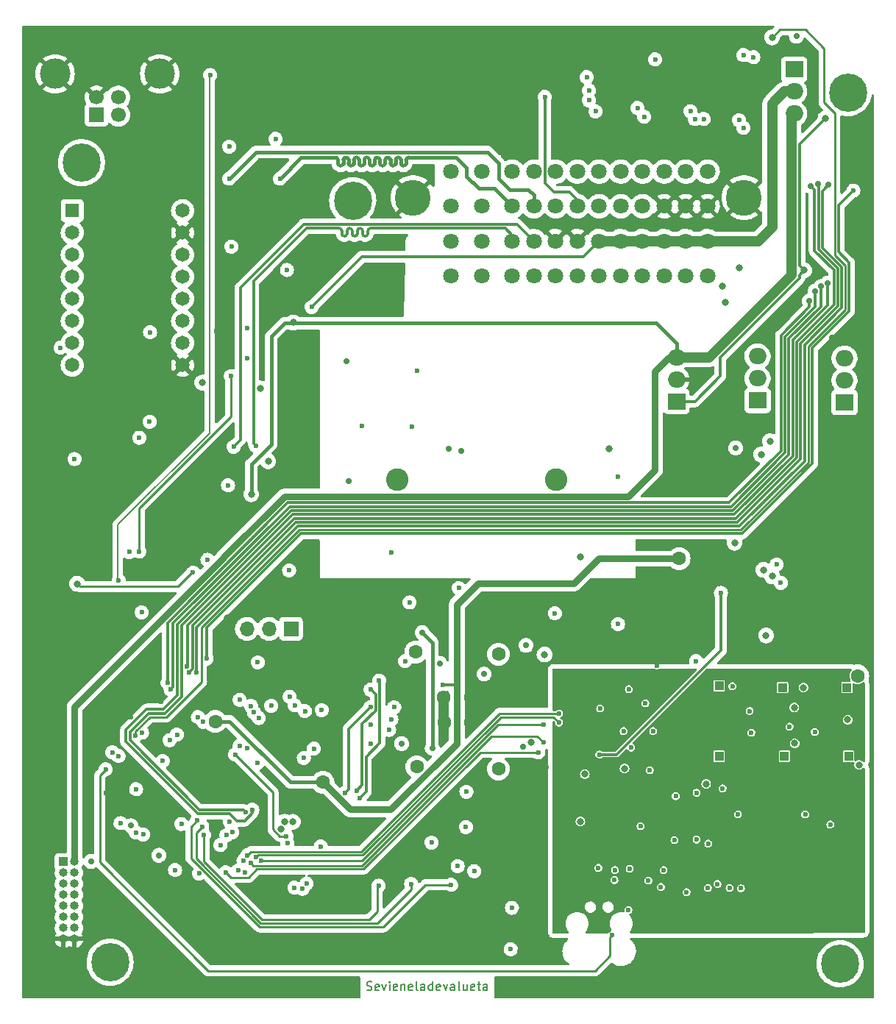
<source format=gbr>
%TF.GenerationSoftware,KiCad,Pcbnew,(6.0.7)*%
%TF.CreationDate,2022-10-25T18:18:11-03:00*%
%TF.ProjectId,uEFI_rev3,75454649-5f72-4657-9633-2e6b69636164,v3.0*%
%TF.SameCoordinates,Original*%
%TF.FileFunction,Copper,L2,Inr*%
%TF.FilePolarity,Positive*%
%FSLAX46Y46*%
G04 Gerber Fmt 4.6, Leading zero omitted, Abs format (unit mm)*
G04 Created by KiCad (PCBNEW (6.0.7)) date 2022-10-25 18:18:11*
%MOMM*%
%LPD*%
G01*
G04 APERTURE LIST*
%ADD10C,0.150000*%
%TA.AperFunction,NonConductor*%
%ADD11C,0.150000*%
%TD*%
%TA.AperFunction,ComponentPad*%
%ADD12C,0.700000*%
%TD*%
%TA.AperFunction,ComponentPad*%
%ADD13C,4.400000*%
%TD*%
%TA.AperFunction,ComponentPad*%
%ADD14R,1.000000X1.000000*%
%TD*%
%TA.AperFunction,ComponentPad*%
%ADD15R,2.000000X1.905000*%
%TD*%
%TA.AperFunction,ComponentPad*%
%ADD16O,2.000000X1.905000*%
%TD*%
%TA.AperFunction,ComponentPad*%
%ADD17R,1.700000X1.700000*%
%TD*%
%TA.AperFunction,ComponentPad*%
%ADD18O,1.700000X1.700000*%
%TD*%
%TA.AperFunction,ComponentPad*%
%ADD19R,1.650000X1.650000*%
%TD*%
%TA.AperFunction,ComponentPad*%
%ADD20C,1.650000*%
%TD*%
%TA.AperFunction,ComponentPad*%
%ADD21O,1.000000X1.000000*%
%TD*%
%TA.AperFunction,ComponentPad*%
%ADD22C,1.700000*%
%TD*%
%TA.AperFunction,ComponentPad*%
%ADD23C,3.500000*%
%TD*%
%TA.AperFunction,ComponentPad*%
%ADD24C,1.800000*%
%TD*%
%TA.AperFunction,ComponentPad*%
%ADD25C,4.125000*%
%TD*%
%TA.AperFunction,ViaPad*%
%ADD26C,0.800000*%
%TD*%
%TA.AperFunction,ViaPad*%
%ADD27C,0.600000*%
%TD*%
%TA.AperFunction,ViaPad*%
%ADD28C,2.600000*%
%TD*%
%TA.AperFunction,ViaPad*%
%ADD29C,0.700000*%
%TD*%
%TA.AperFunction,ViaPad*%
%ADD30C,1.600000*%
%TD*%
%TA.AperFunction,Conductor*%
%ADD31C,0.800000*%
%TD*%
%TA.AperFunction,Conductor*%
%ADD32C,0.450000*%
%TD*%
%TA.AperFunction,Conductor*%
%ADD33C,0.250000*%
%TD*%
%TA.AperFunction,Conductor*%
%ADD34C,0.300000*%
%TD*%
%TA.AperFunction,Conductor*%
%ADD35C,0.200000*%
%TD*%
%TA.AperFunction,Conductor*%
%ADD36C,0.350000*%
%TD*%
%TA.AperFunction,Conductor*%
%ADD37C,1.200000*%
%TD*%
%TA.AperFunction,Conductor*%
%ADD38C,0.400000*%
%TD*%
G04 APERTURE END LIST*
D10*
D11*
X95347619Y-155104761D02*
X95490476Y-155152380D01*
X95728571Y-155152380D01*
X95823809Y-155104761D01*
X95871428Y-155057142D01*
X95919047Y-154961904D01*
X95919047Y-154866666D01*
X95871428Y-154771428D01*
X95823809Y-154723809D01*
X95728571Y-154676190D01*
X95538095Y-154628571D01*
X95442857Y-154580952D01*
X95395238Y-154533333D01*
X95347619Y-154438095D01*
X95347619Y-154342857D01*
X95395238Y-154247619D01*
X95442857Y-154200000D01*
X95538095Y-154152380D01*
X95776190Y-154152380D01*
X95919047Y-154200000D01*
X96728571Y-155104761D02*
X96633333Y-155152380D01*
X96442857Y-155152380D01*
X96347619Y-155104761D01*
X96300000Y-155009523D01*
X96300000Y-154628571D01*
X96347619Y-154533333D01*
X96442857Y-154485714D01*
X96633333Y-154485714D01*
X96728571Y-154533333D01*
X96776190Y-154628571D01*
X96776190Y-154723809D01*
X96300000Y-154819047D01*
X97109523Y-154485714D02*
X97347619Y-155152380D01*
X97585714Y-154485714D01*
X97966666Y-155152380D02*
X97966666Y-154485714D01*
X97966666Y-154152380D02*
X97919047Y-154200000D01*
X97966666Y-154247619D01*
X98014285Y-154200000D01*
X97966666Y-154152380D01*
X97966666Y-154247619D01*
X98823809Y-155104761D02*
X98728571Y-155152380D01*
X98538095Y-155152380D01*
X98442857Y-155104761D01*
X98395238Y-155009523D01*
X98395238Y-154628571D01*
X98442857Y-154533333D01*
X98538095Y-154485714D01*
X98728571Y-154485714D01*
X98823809Y-154533333D01*
X98871428Y-154628571D01*
X98871428Y-154723809D01*
X98395238Y-154819047D01*
X99300000Y-154485714D02*
X99300000Y-155152380D01*
X99300000Y-154580952D02*
X99347619Y-154533333D01*
X99442857Y-154485714D01*
X99585714Y-154485714D01*
X99680952Y-154533333D01*
X99728571Y-154628571D01*
X99728571Y-155152380D01*
X100585714Y-155104761D02*
X100490476Y-155152380D01*
X100300000Y-155152380D01*
X100204761Y-155104761D01*
X100157142Y-155009523D01*
X100157142Y-154628571D01*
X100204761Y-154533333D01*
X100300000Y-154485714D01*
X100490476Y-154485714D01*
X100585714Y-154533333D01*
X100633333Y-154628571D01*
X100633333Y-154723809D01*
X100157142Y-154819047D01*
X101204761Y-155152380D02*
X101109523Y-155104761D01*
X101061904Y-155009523D01*
X101061904Y-154152380D01*
X102014285Y-155152380D02*
X102014285Y-154628571D01*
X101966666Y-154533333D01*
X101871428Y-154485714D01*
X101680952Y-154485714D01*
X101585714Y-154533333D01*
X102014285Y-155104761D02*
X101919047Y-155152380D01*
X101680952Y-155152380D01*
X101585714Y-155104761D01*
X101538095Y-155009523D01*
X101538095Y-154914285D01*
X101585714Y-154819047D01*
X101680952Y-154771428D01*
X101919047Y-154771428D01*
X102014285Y-154723809D01*
X102919047Y-155152380D02*
X102919047Y-154152380D01*
X102919047Y-155104761D02*
X102823809Y-155152380D01*
X102633333Y-155152380D01*
X102538095Y-155104761D01*
X102490476Y-155057142D01*
X102442857Y-154961904D01*
X102442857Y-154676190D01*
X102490476Y-154580952D01*
X102538095Y-154533333D01*
X102633333Y-154485714D01*
X102823809Y-154485714D01*
X102919047Y-154533333D01*
X103776190Y-155104761D02*
X103680952Y-155152380D01*
X103490476Y-155152380D01*
X103395238Y-155104761D01*
X103347619Y-155009523D01*
X103347619Y-154628571D01*
X103395238Y-154533333D01*
X103490476Y-154485714D01*
X103680952Y-154485714D01*
X103776190Y-154533333D01*
X103823809Y-154628571D01*
X103823809Y-154723809D01*
X103347619Y-154819047D01*
X104157142Y-154485714D02*
X104395238Y-155152380D01*
X104633333Y-154485714D01*
X105442857Y-155152380D02*
X105442857Y-154628571D01*
X105395238Y-154533333D01*
X105300000Y-154485714D01*
X105109523Y-154485714D01*
X105014285Y-154533333D01*
X105442857Y-155104761D02*
X105347619Y-155152380D01*
X105109523Y-155152380D01*
X105014285Y-155104761D01*
X104966666Y-155009523D01*
X104966666Y-154914285D01*
X105014285Y-154819047D01*
X105109523Y-154771428D01*
X105347619Y-154771428D01*
X105442857Y-154723809D01*
X106061904Y-155152380D02*
X105966666Y-155104761D01*
X105919047Y-155009523D01*
X105919047Y-154152380D01*
X106871428Y-154485714D02*
X106871428Y-155152380D01*
X106442857Y-154485714D02*
X106442857Y-155009523D01*
X106490476Y-155104761D01*
X106585714Y-155152380D01*
X106728571Y-155152380D01*
X106823809Y-155104761D01*
X106871428Y-155057142D01*
X107728571Y-155104761D02*
X107633333Y-155152380D01*
X107442857Y-155152380D01*
X107347619Y-155104761D01*
X107300000Y-155009523D01*
X107300000Y-154628571D01*
X107347619Y-154533333D01*
X107442857Y-154485714D01*
X107633333Y-154485714D01*
X107728571Y-154533333D01*
X107776190Y-154628571D01*
X107776190Y-154723809D01*
X107300000Y-154819047D01*
X108061904Y-154485714D02*
X108442857Y-154485714D01*
X108204761Y-154152380D02*
X108204761Y-155009523D01*
X108252380Y-155104761D01*
X108347619Y-155152380D01*
X108442857Y-155152380D01*
X109204761Y-155152380D02*
X109204761Y-154628571D01*
X109157142Y-154533333D01*
X109061904Y-154485714D01*
X108871428Y-154485714D01*
X108776190Y-154533333D01*
X109204761Y-155104761D02*
X109109523Y-155152380D01*
X108871428Y-155152380D01*
X108776190Y-155104761D01*
X108728571Y-155009523D01*
X108728571Y-154914285D01*
X108776190Y-154819047D01*
X108871428Y-154771428D01*
X109109523Y-154771428D01*
X109204761Y-154723809D01*
D12*
%TO.N,N/C*%
%TO.C,H9*%
X62500000Y-61550000D03*
X61333274Y-58733274D03*
D13*
X62500000Y-59900000D03*
D12*
X62500000Y-58250000D03*
X64150000Y-59900000D03*
X63666726Y-58733274D03*
X60850000Y-59900000D03*
X63666726Y-61066726D03*
X61333274Y-61066726D03*
%TD*%
D14*
%TO.N,/Sensores/CH3*%
%TO.C,TP13*%
X135900000Y-128200000D03*
%TD*%
%TO.N,/Sensores/CH5*%
%TO.C,TP15*%
X150800000Y-128200000D03*
%TD*%
D15*
%TO.N,+12V*%
%TO.C,U5*%
X130993000Y-87376000D03*
D16*
%TO.N,GND*%
X130993000Y-84836000D03*
%TO.N,+5C*%
X130993000Y-82296000D03*
%TD*%
D17*
%TO.N,/SPI2_SCK*%
%TO.C,J5*%
X86614000Y-113538000D03*
D18*
%TO.N,/SPI2_MOSI*%
X84074000Y-113538000D03*
%TO.N,/SPI2_MISO*%
X81534000Y-113538000D03*
%TD*%
D14*
%TO.N,/Sensores/CH4*%
%TO.C,TP14*%
X143400000Y-128200000D03*
%TD*%
D15*
%TO.N,Net-(Q7-Pad1)*%
%TO.C,Q7*%
X140314800Y-87249000D03*
D16*
%TO.N,Net-(D4-Pad1)*%
X140314800Y-84709000D03*
%TO.N,Net-(Q7-Pad3)*%
X140314800Y-82169000D03*
%TD*%
D12*
%TO.N,N/C*%
%TO.C,H1*%
X64633274Y-150733274D03*
X66966726Y-150733274D03*
X64633274Y-153066726D03*
X67450000Y-151900000D03*
D13*
X65800000Y-151900000D03*
D12*
X65800000Y-153550000D03*
X65800000Y-150250000D03*
X64150000Y-151900000D03*
X66966726Y-153066726D03*
%TD*%
D19*
%TO.N,/MTR_ENABLE*%
%TO.C,U23*%
X61450000Y-65410000D03*
D20*
%TO.N,Net-(JP2-Pad2)*%
X61450000Y-67950000D03*
%TO.N,Net-(JP1-Pad2)*%
X61450000Y-70490000D03*
%TO.N,Net-(JP3-Pad2)*%
X61450000Y-73030000D03*
%TO.N,+3V3*%
X61450000Y-75570000D03*
X61450000Y-78110000D03*
%TO.N,/MTR_STEP*%
X61450000Y-80650000D03*
%TO.N,/MTR_DIR*%
X61450000Y-83190000D03*
%TO.N,GND*%
X74150000Y-83190000D03*
%TO.N,/MTR_FAULT*%
X74150000Y-80650000D03*
%TO.N,H4*%
X74150000Y-78110000D03*
%TO.N,G4*%
X74150000Y-75570000D03*
%TO.N,F4*%
X74150000Y-73030000D03*
%TO.N,E4*%
X74150000Y-70490000D03*
%TO.N,GND*%
X74150000Y-67950000D03*
%TO.N,+12V*%
X74150000Y-65410000D03*
%TD*%
D12*
%TO.N,N/C*%
%TO.C,H4*%
X150966726Y-150933274D03*
X148150000Y-152100000D03*
D13*
X149800000Y-152100000D03*
D12*
X149800000Y-153750000D03*
X148633274Y-153266726D03*
X150966726Y-153266726D03*
X151450000Y-152100000D03*
X149800000Y-150450000D03*
X148633274Y-150933274D03*
%TD*%
D14*
%TO.N,+3V3*%
%TO.C,J4*%
X60430000Y-140350000D03*
D21*
%TO.N,+5C*%
X61700000Y-140350000D03*
%TO.N,/AUX_CS_1*%
X60430000Y-141620000D03*
%TO.N,/SPI2_SCK*%
X61700000Y-141620000D03*
%TO.N,/AUX_CS_2*%
X60430000Y-142890000D03*
%TO.N,/SPI2_MISO*%
X61700000Y-142890000D03*
%TO.N,/AUX_IN_1*%
X60430000Y-144160000D03*
%TO.N,/SPI2_MOSI*%
X61700000Y-144160000D03*
%TO.N,/AUX_IN_2*%
X60430000Y-145430000D03*
%TO.N,/AUX_OUT_1*%
X61700000Y-145430000D03*
%TO.N,/AUX_IN_3*%
X60430000Y-146700000D03*
%TO.N,/AUX_OUT_2*%
X61700000Y-146700000D03*
%TO.N,/AUX_IN_4*%
X60430000Y-147970000D03*
%TO.N,/AUX_OUT_3*%
X61700000Y-147970000D03*
%TO.N,GND*%
X60430000Y-149240000D03*
X61700000Y-149240000D03*
%TD*%
D15*
%TO.N,Net-(Q10-Pad1)*%
%TO.C,Q10*%
X144526000Y-49149000D03*
D16*
%TO.N,+5VA*%
X144526000Y-51689000D03*
%TO.N,+5C*%
X144526000Y-54229000D03*
%TD*%
D15*
%TO.N,Net-(Q6-Pad1)*%
%TO.C,Q6*%
X150317200Y-87477600D03*
D16*
%TO.N,Net-(D4-Pad1)*%
X150317200Y-84937600D03*
%TO.N,+12VA*%
X150317200Y-82397600D03*
%TD*%
D12*
%TO.N,N/C*%
%TO.C,H3*%
X92559274Y-65428726D03*
X95376000Y-64262000D03*
X94892726Y-65428726D03*
X92076000Y-64262000D03*
D13*
X93726000Y-64262000D03*
D12*
X93726000Y-62612000D03*
X93726000Y-65912000D03*
X92559274Y-63095274D03*
X94892726Y-63095274D03*
%TD*%
D17*
%TO.N,/VBUS*%
%TO.C,J1*%
X64240000Y-54377500D03*
D22*
%TO.N,/USB_D-*%
X66740000Y-54377500D03*
%TO.N,/USB_D+*%
X66740000Y-52377500D03*
%TO.N,GND*%
X64240000Y-52377500D03*
D23*
X71510000Y-49667500D03*
X59470000Y-49667500D03*
%TD*%
D14*
%TO.N,/Sensores/CH0*%
%TO.C,TP10*%
X135900000Y-120100000D03*
%TD*%
%TO.N,/Sensores/CH1*%
%TO.C,TP11*%
X143200000Y-120300000D03*
%TD*%
%TO.N,/Sensores/CH2*%
%TO.C,TP12*%
X150600000Y-120300000D03*
%TD*%
D24*
%TO.N,A1*%
%TO.C,J3*%
X134565000Y-72910000D03*
%TO.N,+5VA*%
X134565000Y-68910000D03*
%TO.N,GND*%
X134565000Y-64910000D03*
%TO.N,+12VA*%
X134565000Y-60910000D03*
%TO.N,B1*%
X132065000Y-72910000D03*
%TO.N,+5VA*%
X132065000Y-68910000D03*
%TO.N,GND*%
X132065000Y-64910000D03*
%TO.N,B4*%
X132065000Y-60910000D03*
%TO.N,C1*%
X129565000Y-72910000D03*
%TO.N,+5VA*%
X129565000Y-68910000D03*
%TO.N,GND*%
X129565000Y-64910000D03*
%TO.N,C4*%
X129565000Y-60910000D03*
%TO.N,D1*%
X127065000Y-72910000D03*
%TO.N,+5VA*%
X127065000Y-68910000D03*
%TO.N,D3*%
X127065000Y-64910000D03*
%TO.N,D4*%
X127065000Y-60910000D03*
%TO.N,E1*%
X124565000Y-72910000D03*
%TO.N,+5VA*%
X124565000Y-68910000D03*
%TO.N,E3*%
X124565000Y-64910000D03*
%TO.N,E4*%
X124565000Y-60910000D03*
%TO.N,F1*%
X122065000Y-72910000D03*
%TO.N,+5VA*%
X122065000Y-68910000D03*
%TO.N,F3*%
X122065000Y-64910000D03*
%TO.N,F4*%
X122065000Y-60910000D03*
%TO.N,G1*%
X119565000Y-72910000D03*
%TO.N,GND*%
X119565000Y-68910000D03*
%TO.N,G3*%
X119565000Y-64910000D03*
%TO.N,G4*%
X119565000Y-60910000D03*
%TO.N,H1*%
X117065000Y-72910000D03*
%TO.N,GND*%
X117065000Y-68910000D03*
%TO.N,H3*%
X117065000Y-64910000D03*
%TO.N,H4*%
X117065000Y-60910000D03*
%TO.N,J1*%
X114565000Y-72910000D03*
%TO.N,CAN+*%
X114565000Y-68910000D03*
%TO.N,CMP-*%
X114565000Y-64910000D03*
%TO.N,CKP-*%
X114565000Y-60910000D03*
%TO.N,K1*%
X112065000Y-72910000D03*
%TO.N,CAN-*%
X112065000Y-68910000D03*
%TO.N,CMP+*%
X112065000Y-64910000D03*
%TO.N,CKP+*%
X112065000Y-60910000D03*
%TO.N,L1*%
X108565000Y-72910000D03*
%TO.N,L2*%
X108565000Y-68910000D03*
%TO.N,L3*%
X108565000Y-64910000D03*
%TO.N,L4*%
X108565000Y-60910000D03*
%TO.N,M1*%
X105065000Y-72910000D03*
%TO.N,M2*%
X105065000Y-68910000D03*
%TO.N,M3*%
X105065000Y-64910000D03*
%TO.N,M4*%
X105065000Y-60910000D03*
D25*
%TO.N,GND*%
X138765000Y-63910000D03*
X100665000Y-63910000D03*
%TD*%
D12*
%TO.N,N/C*%
%TO.C,H2*%
X151915726Y-50649274D03*
X150749000Y-53466000D03*
X152399000Y-51816000D03*
X151915726Y-52982726D03*
D13*
X150749000Y-51816000D03*
D12*
X149582274Y-52982726D03*
X150749000Y-50166000D03*
X149099000Y-51816000D03*
X149582274Y-50649274D03*
%TD*%
D26*
%TO.N,GNDA*%
X150700000Y-124000000D03*
D27*
%TO.N,GND*%
X150100000Y-115100000D03*
X110125000Y-138075000D03*
X128300000Y-125300000D03*
X67818000Y-120904000D03*
D28*
X92964000Y-109220000D03*
D27*
X86360000Y-91694000D03*
X82499200Y-62128400D03*
D26*
X68650000Y-107300000D03*
D27*
X69150000Y-87550000D03*
D29*
X89050000Y-129400000D03*
D27*
X80300000Y-118700000D03*
D30*
X107315000Y-121412000D03*
X104267000Y-124333000D03*
D26*
X77600000Y-95000000D03*
D27*
X92000000Y-137400000D03*
D28*
X150368000Y-93726000D03*
D30*
X107315000Y-124333000D03*
D27*
X66548000Y-124550000D03*
D29*
X82550000Y-50673000D03*
D27*
X65300000Y-132400000D03*
X63550000Y-87450000D03*
X143100000Y-104000000D03*
X78250000Y-81250000D03*
D29*
X71750000Y-144205002D03*
X128400000Y-151000000D03*
D27*
X78000000Y-79250000D03*
D29*
X115214400Y-115214400D03*
X97500000Y-117000000D03*
D27*
X88250000Y-133950000D03*
D29*
X82550000Y-47117000D03*
D27*
X105100000Y-150600000D03*
X69850000Y-119380000D03*
X84250000Y-119400000D03*
X137800000Y-116500000D03*
X71650000Y-121950000D03*
X128750000Y-117750000D03*
D26*
X79248000Y-112268000D03*
D27*
X79535500Y-120427825D03*
X130750000Y-137850000D03*
X86741000Y-80899000D03*
X124500000Y-114500000D03*
X65850000Y-94250000D03*
D29*
X148844000Y-80010000D03*
X151398500Y-64516000D03*
X96799400Y-129463800D03*
D27*
X124900000Y-125300000D03*
X115600000Y-137450000D03*
D28*
X150368000Y-101346000D03*
D27*
X82499200Y-65938400D03*
D29*
X115951000Y-129514600D03*
D27*
X125450000Y-145900000D03*
X94742000Y-90170000D03*
X85471000Y-76581000D03*
X133300000Y-137800000D03*
D30*
X104140000Y-121412000D03*
D27*
X68199000Y-123698000D03*
D30*
X131318000Y-95852000D03*
D27*
%TO.N,/INY3*%
X97917000Y-125163100D03*
X79189500Y-137287000D03*
%TO.N,/INY4*%
X95758000Y-126746000D03*
X79862247Y-136952085D03*
%TO.N,/INY2*%
X81153000Y-140208000D03*
X95758000Y-124587000D03*
%TO.N,/INY1*%
X78486000Y-138430000D03*
X98171000Y-123952000D03*
%TO.N,+3V3*%
X66050000Y-127750000D03*
X104063800Y-119995540D03*
D30*
X131292600Y-105460800D03*
D27*
X68800000Y-132000000D03*
X145800000Y-134900000D03*
D26*
X84000000Y-94250000D03*
D30*
X77900000Y-124200000D03*
D27*
X75901569Y-123698431D03*
X112050000Y-145650000D03*
X126850000Y-136250000D03*
D26*
X83108800Y-85877400D03*
D27*
X71850000Y-128750000D03*
X72650000Y-126350000D03*
X76049517Y-141700483D03*
D30*
X90297000Y-131191000D03*
D26*
X62000000Y-108350000D03*
D27*
X111900000Y-150400000D03*
X84350000Y-122400000D03*
X67000000Y-135900000D03*
X98500000Y-122572300D03*
X75350000Y-107061000D03*
X86404000Y-106807000D03*
%TO.N,/NRST*%
X69469000Y-125476000D03*
X65300000Y-129700000D03*
X69429000Y-111643600D03*
X123600000Y-148761049D03*
D26*
%TO.N,/USB_D+*%
X86824104Y-135751402D03*
%TO.N,/USB_D-*%
X85872633Y-135743739D03*
D27*
%TO.N,/SYS_SWO*%
X86100000Y-137400000D03*
X80201569Y-127998431D03*
%TO.N,/SYS_SWCLK*%
X86192352Y-138207648D03*
X88096235Y-128396235D03*
%TO.N,/SYS_SWDIO*%
X90050000Y-138594980D03*
X88400902Y-142848798D03*
%TO.N,Net-(R2-Pad1)*%
X82800000Y-117400000D03*
%TO.N,Net-(TP2-Pad1)*%
X74000000Y-136000000D03*
%TO.N,/MTR_DIR*%
X60092352Y-81192352D03*
%TO.N,/MTR_FAULT*%
X70404112Y-79400000D03*
%TO.N,/ECN2*%
X82550000Y-139827000D03*
X117475000Y-124333000D03*
%TO.N,/ECN3*%
X83197754Y-140208011D03*
X115697000Y-124587000D03*
%TO.N,/ECN4*%
X115697000Y-126619000D03*
X81997567Y-140518480D03*
D29*
%TO.N,/RPM_OUT*%
X71400000Y-139600000D03*
D27*
X106800000Y-132300000D03*
D29*
%TO.N,/AUX_CS_2*%
X63600000Y-140300000D03*
%TO.N,/Sheet5FA9324A/FB0*%
X103734179Y-117509665D03*
X104775000Y-92837000D03*
%TO.N,/Sheet5FA9324A/FB1*%
X102870000Y-127254000D03*
X101714500Y-113971980D03*
%TO.N,/Sheet5FA9324A/FB2*%
X106172000Y-93082500D03*
X108839000Y-118745000D03*
D27*
%TO.N,/AUX_IN_1*%
X82900000Y-123800000D03*
%TO.N,/AUX_IN_2*%
X82350000Y-123150000D03*
%TO.N,/AUX_IN_3*%
X82020148Y-122420148D03*
%TO.N,/AUX_IN_4*%
X80700000Y-121700000D03*
%TO.N,/LED_CAN_RX*%
X81600000Y-127300000D03*
X107700000Y-141423500D03*
%TO.N,/LED_CAN_TX*%
X105800000Y-140850000D03*
X80700000Y-127000000D03*
D26*
%TO.N,/VBUS*%
X85497897Y-136623500D03*
D29*
%TO.N,/Sheet5FA9324A/FB3*%
X113665000Y-115443000D03*
X113284000Y-127127000D03*
D27*
%TO.N,/R_LMB*%
X76903500Y-116967000D03*
X151348500Y-63100000D03*
%TO.N,GNDA*%
X139600000Y-125500000D03*
X146900000Y-125400000D03*
X136300000Y-131900000D03*
D30*
X151850000Y-118950000D03*
D27*
X144000000Y-124800000D03*
X127909000Y-129802000D03*
X133300000Y-132400000D03*
X139400000Y-123000000D03*
D29*
%TO.N,/Sheet5FA9324A/GD1*%
X99339400Y-126746000D03*
X93250000Y-96500000D03*
D27*
%TO.N,/ECN1*%
X117475000Y-123282300D03*
X81603902Y-139606798D03*
%TO.N,/Sheet5FA9324A/GD0*%
X99750000Y-117250000D03*
D29*
X93000000Y-82750000D03*
D26*
%TO.N,/Sheet5FA9324A/GD2*%
X115800000Y-116500000D03*
X123190000Y-92837000D03*
D27*
%TO.N,/MEMORY_CS*%
X73492352Y-125707648D03*
X77000000Y-105600000D03*
D26*
%TO.N,/Sheet5FA9324A/GD3*%
X114222989Y-126559288D03*
X119888000Y-105283000D03*
D27*
%TO.N,/MIL_OUT*%
X81407675Y-134657675D03*
D29*
X148370738Y-73773870D03*
D27*
X87017352Y-143332648D03*
X106750000Y-136350000D03*
%TO.N,/CHK_OUT*%
X82169000Y-134366000D03*
X102792352Y-138142352D03*
X87950000Y-143450000D03*
D29*
X147603918Y-74144065D03*
D27*
%TO.N,/PMIC_ENABLE*%
X89250000Y-127322500D03*
X79576500Y-135750000D03*
%TO.N,/PMIC_SPARK*%
X79121316Y-141561662D03*
X115062000Y-127762000D03*
%TO.N,/SPI2_MISO*%
X80518000Y-141351000D03*
X95758000Y-122555000D03*
X92800000Y-132450000D03*
%TO.N,/SPI2_SCK*%
X73279000Y-141300000D03*
X94550000Y-133000000D03*
X96750000Y-119500000D03*
%TO.N,/SPI2_MOSI*%
X94150000Y-132150000D03*
X81280000Y-141571500D03*
X95758000Y-120523000D03*
%TO.N,Net-(C22-Pad2)*%
X124250000Y-96000000D03*
X124250000Y-113000000D03*
%TO.N,/Sensores/CH7*%
X125766000Y-127207000D03*
D26*
X120432000Y-130255000D03*
D27*
%TO.N,/Sensores/CH0*%
X135700000Y-142900000D03*
%TO.N,M1*%
X101092000Y-83820000D03*
X100500000Y-90250000D03*
%TO.N,M2*%
X100250000Y-110500000D03*
D28*
X98850000Y-96335500D03*
D27*
X105918000Y-108839000D03*
X98171000Y-104775000D03*
D28*
%TO.N,L2*%
X117100000Y-96335500D03*
D27*
%TO.N,CMP-*%
X79502000Y-61722000D03*
%TO.N,CMP+*%
X85344000Y-61722000D03*
%TO.N,CKP+*%
X77300000Y-49800000D03*
X66800000Y-108000000D03*
%TO.N,G3*%
X115824000Y-52324000D03*
D30*
%TO.N,L4*%
X110490000Y-116459000D03*
%TO.N,L3*%
X110490000Y-129667000D03*
D27*
%TO.N,+12VA*%
X122100000Y-128000000D03*
X136102500Y-109400000D03*
D26*
%TO.N,+12V*%
X148144220Y-54766280D03*
X145677500Y-72263000D03*
D29*
X137795000Y-92710000D03*
D27*
X122200000Y-122700000D03*
D29*
%TO.N,/AUX_OUT_1*%
X68200000Y-136200000D03*
D27*
%TO.N,/AUX_OUT_2*%
X68776500Y-137000000D03*
%TO.N,/AUX_OUT_3*%
X69600000Y-137200000D03*
D26*
%TO.N,Net-(C33-Pad1)*%
X141000000Y-106750000D03*
X140716000Y-93472000D03*
%TO.N,Net-(D4-Pad1)*%
X141300000Y-114300000D03*
D27*
%TO.N,/Sensores/CH1*%
X137100000Y-143350000D03*
D26*
%TO.N,Net-(Q7-Pad3)*%
X142000000Y-107500000D03*
X141732000Y-91948000D03*
D27*
%TO.N,Net-(R22-Pad2)*%
X142500000Y-106123500D03*
X143000000Y-108250000D03*
D26*
%TO.N,Net-(C51-Pad1)*%
X119924000Y-135716000D03*
X125004000Y-129620000D03*
D27*
%TO.N,+5VA*%
X89000000Y-76500000D03*
D26*
X76400000Y-85200000D03*
D27*
%TO.N,/CKP*%
X68000000Y-104700000D03*
X76526704Y-124243018D03*
%TO.N,/CMP*%
X82748457Y-128966188D03*
X81540000Y-78968400D03*
%TO.N,/CKP/CMP_sensors/IN1+*%
X86156800Y-72237600D03*
%TO.N,/CKP/CMP_sensors/IN1-*%
X79756000Y-69545200D03*
%TO.N,/CKP/CMP_sensors/IN2-*%
X84836000Y-57150000D03*
%TO.N,/CKP/CMP_sensors/IN2+*%
X79502000Y-58039000D03*
%TO.N,/R_ECN_INY*%
X75691720Y-118585582D03*
D29*
X148500000Y-62450000D03*
%TO.N,/R_GNC_GLP*%
X147250000Y-62300000D03*
D27*
X74847710Y-118578942D03*
D29*
%TO.N,/R_AAC*%
X146450000Y-62600000D03*
D27*
X74642500Y-117856000D03*
D29*
%TO.N,/TIM9_CH1*%
X146287511Y-75819000D03*
D27*
X72416408Y-119735805D03*
%TO.N,/TIM9_CH2*%
X72771000Y-120523000D03*
D29*
X146939011Y-74676000D03*
D27*
%TO.N,/LED0*%
X76600000Y-137300000D03*
X96700000Y-143100000D03*
%TO.N,/LED1*%
X76400000Y-136300000D03*
X100450000Y-142900000D03*
%TO.N,/LED2*%
X105050000Y-142998500D03*
X75800000Y-135600000D03*
D30*
%TO.N,M4*%
X100965000Y-116205000D03*
%TO.N,M3*%
X101092000Y-129413000D03*
D27*
%TO.N,CAN+*%
X80010000Y-92583000D03*
%TO.N,K1*%
X70350000Y-89700000D03*
X61700000Y-94000000D03*
%TO.N,CAN-*%
X82550000Y-92456000D03*
D26*
%TO.N,Net-(Q5-Pad3)*%
X137668000Y-103632000D03*
D29*
%TO.N,Net-(Q10-Pad1)*%
X144780000Y-45339000D03*
D27*
%TO.N,5V_ENABLE*%
X68707000Y-125857000D03*
D26*
X141986000Y-45466000D03*
%TO.N,F1*%
X144591284Y-126711019D03*
%TO.N,E1*%
X134400000Y-131400000D03*
%TO.N,D1*%
X136257569Y-74072431D03*
X144550000Y-122600000D03*
%TO.N,C1*%
X145600000Y-120300000D03*
D27*
%TO.N,B1*%
X137423500Y-120143003D03*
%TO.N,A1*%
X127400000Y-122100000D03*
D26*
X136594044Y-75933277D03*
%TO.N,G1*%
X138255216Y-71994784D03*
X152000000Y-129200000D03*
D27*
%TO.N,Net-(F1-Pad1)*%
X120904000Y-52705000D03*
%TO.N,Net-(F2-Pad1)*%
X138684000Y-47498000D03*
%TO.N,Net-(F3-Pad1)*%
X121666000Y-53975000D03*
%TO.N,Net-(F4-Pad1)*%
X139827000Y-47752000D03*
%TO.N,Net-(F5-Pad1)*%
X134112000Y-54864000D03*
%TO.N,Net-(F6-Pad1)*%
X120650000Y-50038000D03*
%TO.N,Net-(F7-Pad1)*%
X133096000Y-54864000D03*
%TO.N,Net-(F8-Pad1)*%
X132588000Y-53966500D03*
%TO.N,Net-(F9-Pad1)*%
X120904000Y-51562000D03*
%TO.N,Net-(F10-Pad1)*%
X138176000Y-54991000D03*
%TO.N,Net-(F11-Pad1)*%
X138684000Y-55880000D03*
%TO.N,/PWM/Relays/R3_OUT*%
X128524000Y-48006000D03*
%TO.N,/PWM/Relays/MIL_OUT*%
X126492000Y-53594000D03*
%TO.N,/PWM/Relays/CHECK_ENGINE*%
X127254000Y-54610000D03*
%TO.N,/Sensores/CH2*%
X138400000Y-143400000D03*
%TO.N,/Sensores/CH3*%
X130900000Y-132800000D03*
%TO.N,/Sensores/CH5*%
X134650000Y-138250000D03*
%TO.N,/Sensores/CH6*%
X117000000Y-111750000D03*
X79374997Y-97025003D03*
X133250000Y-117250000D03*
X138050000Y-134900000D03*
X69150000Y-91550000D03*
%TO.N,+5C*%
X144400000Y-137300000D03*
X144800000Y-132800000D03*
X125639000Y-132541000D03*
X131900000Y-133100000D03*
D26*
X86893400Y-78282800D03*
D27*
X138900000Y-123800000D03*
X117350000Y-145850000D03*
X149400000Y-127426500D03*
X140450000Y-141400000D03*
D26*
X82042000Y-98044000D03*
D27*
X139400000Y-131500000D03*
X151100000Y-135000000D03*
X148900000Y-119700000D03*
X132200000Y-146100000D03*
X125131000Y-135208000D03*
X131700000Y-123200000D03*
D30*
X124300000Y-119350000D03*
D27*
X135300000Y-125700000D03*
%TO.N,/Sensores/B*%
X123850000Y-142450000D03*
X132150000Y-143850000D03*
%TO.N,/ACC_DET*%
X125500000Y-120481500D03*
X90150000Y-122900000D03*
%TO.N,/CKP/CMP_sensors/CKP_VR*%
X81540000Y-82368400D03*
X69150000Y-104650000D03*
X79693000Y-84455000D03*
%TO.N,/Sensores/C*%
X129200000Y-143250000D03*
X123900000Y-141300000D03*
%TO.N,/Sensores/A*%
X134600000Y-143350000D03*
X127750000Y-142500000D03*
%TO.N,/MUX_B*%
X122000000Y-141050000D03*
X86450000Y-121350000D03*
%TO.N,/MUX_C*%
X87048500Y-122350000D03*
X125600000Y-141150000D03*
%TO.N,/MUX_A*%
X88223500Y-123000000D03*
X129500000Y-141300000D03*
%TO.N,/MUX_OUT*%
X66770872Y-128179128D03*
X148700000Y-136050000D03*
%TD*%
D31*
%TO.N,+3V3*%
X108127800Y-108305600D02*
X119194400Y-108305600D01*
X105689400Y-110744000D02*
X108127800Y-108305600D01*
D32*
X79556732Y-124200000D02*
X77900000Y-124200000D01*
D33*
X73623000Y-108677000D02*
X62327000Y-108677000D01*
X62327000Y-108677000D02*
X62000000Y-108350000D01*
D31*
X105689400Y-126726926D02*
X105689400Y-119684800D01*
D32*
X86547732Y-131191000D02*
X79556732Y-124200000D01*
D34*
X105378660Y-119995540D02*
X105689400Y-119684800D01*
D31*
X90297000Y-131191000D02*
X93406000Y-134300000D01*
X122039200Y-105460800D02*
X131292600Y-105460800D01*
D33*
X75350000Y-107061000D02*
X75239000Y-107061000D01*
D34*
X104063800Y-119995540D02*
X105378660Y-119995540D01*
D33*
X75239000Y-107061000D02*
X73623000Y-108677000D01*
D31*
X93406000Y-134300000D02*
X98116326Y-134300000D01*
X105689400Y-119684800D02*
X105689400Y-110744000D01*
X119194400Y-108305600D02*
X122039200Y-105460800D01*
X98116326Y-134300000D02*
X105689400Y-126726926D01*
D32*
X90297000Y-131191000D02*
X86547732Y-131191000D01*
D33*
%TO.N,/NRST*%
X121594475Y-152900000D02*
X123317549Y-151176926D01*
X64627000Y-130373000D02*
X64627000Y-140427000D01*
X64627000Y-140427000D02*
X77100000Y-152900000D01*
X65300000Y-129700000D02*
X64627000Y-130373000D01*
X123317549Y-149043500D02*
X123600000Y-148761049D01*
X123317549Y-151176926D02*
X123317549Y-149043500D01*
X77100000Y-152900000D02*
X121594475Y-152900000D01*
%TO.N,/SYS_SWO*%
X84540489Y-132337351D02*
X80201569Y-127998431D01*
X85317665Y-137400000D02*
X84540489Y-136622824D01*
X84540489Y-136622824D02*
X84540489Y-132337351D01*
X86100000Y-137400000D02*
X85317665Y-137400000D01*
%TO.N,/ECN2*%
X94869000Y-139573000D02*
X110758180Y-123683820D01*
X82550000Y-139827000D02*
X82804000Y-139573000D01*
X116825820Y-123683820D02*
X117475000Y-124333000D01*
X110758180Y-123683820D02*
X116825820Y-123683820D01*
X82804000Y-139573000D02*
X94869000Y-139573000D01*
%TO.N,/ECN3*%
X110422836Y-124587000D02*
X115697000Y-124587000D01*
X83197754Y-140208011D02*
X83197765Y-140208000D01*
X94801836Y-140208000D02*
X110422836Y-124587000D01*
X83197765Y-140208000D02*
X94801836Y-140208000D01*
%TO.N,/ECN4*%
X114960777Y-125882777D02*
X115697000Y-126619000D01*
X109694895Y-125882777D02*
X114960777Y-125882777D01*
X82263598Y-140784511D02*
X94793161Y-140784511D01*
X81997567Y-140518480D02*
X82263598Y-140784511D01*
X94793161Y-140784511D02*
X109694895Y-125882777D01*
D32*
%TO.N,/Sheet5FA9324A/FB1*%
X101714500Y-113971980D02*
X102870000Y-115127480D01*
X102870000Y-115127480D02*
X102870000Y-127254000D01*
D34*
%TO.N,/R_LMB*%
X146605595Y-94525056D02*
X138539651Y-102591000D01*
X150854080Y-76952110D02*
X146605595Y-81200595D01*
X76903500Y-113427157D02*
X76903500Y-116967000D01*
X149651520Y-64796980D02*
X149651520Y-70149520D01*
X149651520Y-70149520D02*
X150854080Y-71352080D01*
X150854080Y-71352080D02*
X150854080Y-76952110D01*
X146605595Y-81200595D02*
X146605595Y-94525056D01*
X87739657Y-102591000D02*
X76903500Y-113427157D01*
X138539651Y-102591000D02*
X87739657Y-102591000D01*
X151348500Y-63100000D02*
X149651520Y-64796980D01*
D33*
%TO.N,/ECN1*%
X82039220Y-139171480D02*
X94702684Y-139171480D01*
X81603902Y-139606798D02*
X82039220Y-139171480D01*
X110591865Y-123282300D02*
X117475000Y-123282300D01*
X94702684Y-139171480D02*
X110591865Y-123282300D01*
D34*
%TO.N,/MIL_OUT*%
X144356560Y-93652075D02*
X144356560Y-80317078D01*
X137625235Y-100383400D02*
X144356560Y-93652075D01*
X74041000Y-121316809D02*
X74041000Y-113167639D01*
X74041000Y-113167639D02*
X86825240Y-100383400D01*
X144356560Y-80317078D02*
X148336000Y-76337638D01*
X70192290Y-123260520D02*
X72097289Y-123260520D01*
X68072000Y-125380810D02*
X70192290Y-123260520D01*
X86825240Y-100383400D02*
X137625235Y-100383400D01*
X148336000Y-73808608D02*
X148370738Y-73773870D01*
X81407675Y-134657675D02*
X81116000Y-134366000D01*
X81116000Y-134366000D02*
X76073000Y-134366000D01*
X72097289Y-123260520D02*
X74041000Y-121316809D01*
X68072000Y-126365000D02*
X68072000Y-125380810D01*
X76073000Y-134366000D02*
X68072000Y-126365000D01*
X148336000Y-76337638D02*
X148336000Y-73808608D01*
%TO.N,/CHK_OUT*%
X79572520Y-134817520D02*
X80391000Y-135636000D01*
X143905040Y-80130052D02*
X143905040Y-93465050D01*
X80391000Y-135636000D02*
X81280000Y-135636000D01*
X81280000Y-135636000D02*
X82169000Y-134747000D01*
X86638213Y-99931880D02*
X73533000Y-113037093D01*
X75885974Y-134817520D02*
X79572520Y-134817520D01*
X67620480Y-126552026D02*
X75885974Y-134817520D01*
X82169000Y-134747000D02*
X82169000Y-134366000D01*
X73533000Y-121186264D02*
X71910264Y-122809000D01*
X137438210Y-99931880D02*
X86638213Y-99931880D01*
X147590511Y-74157472D02*
X147590511Y-76444581D01*
X147603918Y-74144065D02*
X147590511Y-74157472D01*
X143905040Y-93465050D02*
X137438210Y-99931880D01*
X73533000Y-113037093D02*
X73533000Y-121186264D01*
X147590511Y-76444581D02*
X143905040Y-80130052D01*
X71910264Y-122809000D02*
X70005264Y-122809000D01*
X67620480Y-125193784D02*
X67620480Y-126552026D01*
X70005264Y-122809000D02*
X67620480Y-125193784D01*
D33*
%TO.N,/PMIC_SPARK*%
X108383508Y-127762000D02*
X115062000Y-127762000D01*
X94959477Y-141186031D02*
X108383508Y-127762000D01*
X81752989Y-142148011D02*
X82714969Y-141186031D01*
X79707665Y-142148011D02*
X81752989Y-142148011D01*
X82714969Y-141186031D02*
X94959477Y-141186031D01*
X79121316Y-141561662D02*
X79707665Y-142148011D01*
D34*
%TO.N,/SPI2_MISO*%
X92800000Y-132450000D02*
X93252000Y-131998000D01*
X93252000Y-125061000D02*
X95758000Y-122555000D01*
X93252000Y-131998000D02*
X93252000Y-125061000D01*
%TO.N,/SPI2_SCK*%
X95252000Y-128248000D02*
X96850000Y-126650000D01*
X96850000Y-126650000D02*
X96850000Y-119600000D01*
X95252000Y-132298000D02*
X95252000Y-128248000D01*
X96850000Y-119600000D02*
X96750000Y-119500000D01*
X94550000Y-133000000D02*
X95252000Y-132298000D01*
%TO.N,/SPI2_MOSI*%
X94800000Y-124500000D02*
X96360000Y-122940000D01*
X94150000Y-132150000D02*
X94800000Y-131500000D01*
X94800000Y-131500000D02*
X94800000Y-124500000D01*
X96360000Y-121125000D02*
X95758000Y-120523000D01*
X96360000Y-122940000D02*
X96360000Y-121125000D01*
D32*
%TO.N,CMP-*%
X111760000Y-62992000D02*
X110490000Y-61722000D01*
X82550000Y-58674000D02*
X79502000Y-61722000D01*
X114565000Y-64910000D02*
X114565000Y-63638000D01*
X110490000Y-61722000D02*
X110490000Y-59944000D01*
X113919000Y-62992000D02*
X111760000Y-62992000D01*
X109220000Y-58674000D02*
X82550000Y-58674000D01*
X114565000Y-63638000D02*
X113919000Y-62992000D01*
X110490000Y-59944000D02*
X109220000Y-58674000D01*
%TO.N,CMP+*%
X100205480Y-59275520D02*
X105630520Y-59275520D01*
X106807000Y-60452000D02*
X106807000Y-61468000D01*
X96242480Y-59949460D02*
X96242480Y-59576520D01*
X108204000Y-62865000D02*
X110020000Y-62865000D01*
X92028480Y-59576520D02*
X92028480Y-59949460D01*
X105630520Y-59275520D02*
X106807000Y-60452000D01*
X99854480Y-59949460D02*
X99854480Y-59576520D01*
X97446480Y-59949460D02*
X97446480Y-59576520D01*
X85344000Y-61722000D02*
X87790480Y-59275520D01*
X92630480Y-59949460D02*
X92630480Y-59576520D01*
X94436480Y-59576520D02*
X94436480Y-59949460D01*
X96844480Y-59576520D02*
X96844480Y-59949460D01*
X99252480Y-59576520D02*
X99252480Y-59949460D01*
X87790480Y-59275520D02*
X91727480Y-59275520D01*
X95038480Y-59949460D02*
X95038480Y-59576520D01*
X98048480Y-59576520D02*
X98048480Y-59949460D01*
X100155480Y-59275520D02*
X100205480Y-59275520D01*
X110020000Y-62865000D02*
X112065000Y-64910000D01*
X98650480Y-59949460D02*
X98650480Y-59576520D01*
X95640480Y-59576520D02*
X95640480Y-59949460D01*
X106807000Y-61468000D02*
X108204000Y-62865000D01*
X93232480Y-59576520D02*
X93232480Y-59949460D01*
X93834480Y-59949460D02*
X93834480Y-59576520D01*
X92329480Y-60250520D02*
G75*
G02*
X92028480Y-59949460I20J301020D01*
G01*
X97747480Y-59275480D02*
G75*
G03*
X97446480Y-59576520I20J-301020D01*
G01*
X94737480Y-60250520D02*
G75*
G02*
X94436480Y-59949460I20J301020D01*
G01*
X98349480Y-60250520D02*
G75*
G02*
X98048480Y-59949460I20J301020D01*
G01*
X97145480Y-60250520D02*
G75*
G02*
X96844480Y-59949460I20J301020D01*
G01*
X99553480Y-60250520D02*
G75*
G02*
X99252480Y-59949460I20J301020D01*
G01*
X95038460Y-59949460D02*
G75*
G02*
X94737480Y-60250460I-300960J-40D01*
G01*
X99854460Y-59949460D02*
G75*
G02*
X99553480Y-60250460I-300960J-40D01*
G01*
X97446460Y-59949460D02*
G75*
G02*
X97145480Y-60250460I-300960J-40D01*
G01*
X98951480Y-59275480D02*
G75*
G03*
X98650480Y-59576520I20J-301020D01*
G01*
X98048480Y-59576520D02*
G75*
G03*
X97747480Y-59275520I-300980J20D01*
G01*
X100155480Y-59275480D02*
G75*
G03*
X99854480Y-59576520I20J-301020D01*
G01*
X98650460Y-59949460D02*
G75*
G02*
X98349480Y-60250460I-300960J-40D01*
G01*
X95941480Y-60250520D02*
G75*
G02*
X95640480Y-59949460I20J301020D01*
G01*
X96543480Y-59275480D02*
G75*
G03*
X96242480Y-59576520I20J-301020D01*
G01*
X93533480Y-60250520D02*
G75*
G02*
X93232480Y-59949460I20J301020D01*
G01*
X94135480Y-59275480D02*
G75*
G03*
X93834480Y-59576520I20J-301020D01*
G01*
X99252480Y-59576520D02*
G75*
G03*
X98951480Y-59275520I-300980J20D01*
G01*
X93834460Y-59949460D02*
G75*
G02*
X93533480Y-60250460I-300960J-40D01*
G01*
X92931480Y-59275480D02*
G75*
G03*
X92630480Y-59576520I20J-301020D01*
G01*
X95339480Y-59275480D02*
G75*
G03*
X95038480Y-59576520I20J-301020D01*
G01*
X96242460Y-59949460D02*
G75*
G02*
X95941480Y-60250460I-300960J-40D01*
G01*
X95640480Y-59576520D02*
G75*
G03*
X95339480Y-59275520I-300980J20D01*
G01*
X94436480Y-59576520D02*
G75*
G03*
X94135480Y-59275520I-300980J20D01*
G01*
X92028480Y-59576520D02*
G75*
G03*
X91727480Y-59275520I-300980J20D01*
G01*
X93232480Y-59576520D02*
G75*
G03*
X92931480Y-59275520I-300980J20D01*
G01*
X96844480Y-59576520D02*
G75*
G03*
X96543480Y-59275520I-300980J20D01*
G01*
X92630460Y-59949460D02*
G75*
G02*
X92329480Y-60250460I-300960J-40D01*
G01*
D35*
%TO.N,CKP+*%
X66800000Y-108000000D02*
X66700000Y-107900000D01*
X66700000Y-107900000D02*
X66700000Y-101550000D01*
X66700000Y-101550000D02*
X77250000Y-91000000D01*
X77250000Y-91000000D02*
X77250000Y-49850000D01*
X77250000Y-49850000D02*
X77300000Y-49800000D01*
D36*
%TO.N,G3*%
X118618000Y-63246000D02*
X116840000Y-63246000D01*
X115824000Y-62230000D02*
X115824000Y-52324000D01*
X119565000Y-64193000D02*
X118618000Y-63246000D01*
X119565000Y-64910000D02*
X119565000Y-64193000D01*
X116840000Y-63246000D02*
X115824000Y-62230000D01*
%TO.N,+12VA*%
X127386288Y-124700000D02*
X124086288Y-128000000D01*
X127400000Y-124700000D02*
X127386288Y-124700000D01*
X136100000Y-116000000D02*
X127400000Y-124700000D01*
X136102500Y-109400000D02*
X136100000Y-109402500D01*
X124086288Y-128000000D02*
X122100000Y-128000000D01*
X136100000Y-109402500D02*
X136100000Y-116000000D01*
D34*
%TO.N,+12V*%
X145144489Y-72796011D02*
X145677500Y-72263000D01*
X136019471Y-82298471D02*
X145144489Y-73173453D01*
X148144220Y-54766280D02*
X148144220Y-54801780D01*
X136019471Y-84452529D02*
X136019471Y-82298471D01*
X145144489Y-57801511D02*
X145144489Y-71729989D01*
X148144220Y-54801780D02*
X145144489Y-57801511D01*
X145144489Y-73173453D02*
X145144489Y-72796011D01*
X133096000Y-87376000D02*
X136019471Y-84452529D01*
X130993000Y-87376000D02*
X133096000Y-87376000D01*
X145144489Y-71729989D02*
X145677500Y-72263000D01*
D36*
%TO.N,+5VA*%
X94800000Y-70700000D02*
X120275000Y-70700000D01*
D37*
X134565000Y-68910000D02*
X140386000Y-68910000D01*
X140386000Y-68910000D02*
X141986000Y-67310000D01*
X134565000Y-68910000D02*
X122065000Y-68910000D01*
X141986000Y-53086000D02*
X143383000Y-51689000D01*
D36*
X89000000Y-76500000D02*
X94800000Y-70700000D01*
D37*
X141986000Y-67310000D02*
X141986000Y-53086000D01*
D36*
X120275000Y-70700000D02*
X122065000Y-68910000D01*
D37*
X143383000Y-51689000D02*
X144526000Y-51689000D01*
D34*
%TO.N,/R_ECN_INY*%
X147771520Y-63175480D02*
X147771520Y-69659429D01*
X148500000Y-62450000D02*
X147970950Y-62979050D01*
X150001040Y-76588236D02*
X145711120Y-80878156D01*
X75762520Y-113361757D02*
X75762520Y-118514782D01*
X145711120Y-80878156D02*
X145711120Y-94213151D01*
X147970950Y-62979050D02*
X147967950Y-62979050D01*
X87386317Y-101737960D02*
X75762520Y-113361757D01*
X138186311Y-101737960D02*
X87386317Y-101737960D01*
X145711120Y-94213151D02*
X138186311Y-101737960D01*
X75762520Y-118514782D02*
X75691720Y-118585582D01*
X150001040Y-71888949D02*
X150001040Y-76588236D01*
X147967950Y-62979050D02*
X147771520Y-63175480D01*
X147771520Y-69659429D02*
X150001040Y-71888949D01*
%TO.N,/R_GNC_GLP*%
X149549520Y-76401210D02*
X145259600Y-80691130D01*
X147320000Y-69846455D02*
X149549520Y-72075975D01*
X87199292Y-101286440D02*
X75311000Y-113174732D01*
X149549520Y-72075975D02*
X149549520Y-76401210D01*
X145259600Y-80691130D02*
X145259600Y-94026125D01*
X75311000Y-118115652D02*
X74847710Y-118578942D01*
X147250000Y-62300000D02*
X147320000Y-62370000D01*
X145259600Y-94026125D02*
X137999285Y-101286440D01*
X137999285Y-101286440D02*
X87199292Y-101286440D01*
X75311000Y-113174732D02*
X75311000Y-118115652D01*
X147320000Y-62370000D02*
X147320000Y-69846455D01*
%TO.N,/R_AAC*%
X87012265Y-100834920D02*
X74676000Y-113171185D01*
X144808080Y-93839100D02*
X137812260Y-100834920D01*
X74676000Y-113171185D02*
X74676000Y-117822500D01*
X137812260Y-100834920D02*
X87012265Y-100834920D01*
X146868480Y-63018480D02*
X146868480Y-70033480D01*
X146868480Y-70033480D02*
X149098000Y-72263000D01*
X149098000Y-72263000D02*
X149098000Y-76214184D01*
X146450000Y-62600000D02*
X146868480Y-63018480D01*
X144808080Y-80504104D02*
X144808080Y-93839100D01*
X149098000Y-76214184D02*
X144808080Y-80504104D01*
X74676000Y-117822500D02*
X74642500Y-117856000D01*
%TO.N,/TIM9_CH1*%
X137064160Y-99028840D02*
X86264161Y-99028840D01*
X86264161Y-99028840D02*
X72416408Y-112876593D01*
X146287511Y-76470489D02*
X143002000Y-79756000D01*
X146287511Y-75819000D02*
X146287511Y-76470489D01*
X143002000Y-93091000D02*
X137064160Y-99028840D01*
X72416408Y-112876593D02*
X72416408Y-119735805D01*
X143002000Y-79756000D02*
X143002000Y-93091000D01*
%TO.N,/TIM9_CH2*%
X137251185Y-99480360D02*
X143453520Y-93278025D01*
X73025000Y-112906547D02*
X86451188Y-99480360D01*
X143453520Y-79943026D02*
X146939011Y-76457535D01*
X73025000Y-120269000D02*
X73025000Y-112906547D01*
X86451188Y-99480360D02*
X137251185Y-99480360D01*
X146939011Y-76457535D02*
X146939011Y-74676000D01*
X143453520Y-93278025D02*
X143453520Y-79943026D01*
X72771000Y-120523000D02*
X73025000Y-120269000D01*
D33*
%TO.N,/LED0*%
X96550000Y-143250000D02*
X96550000Y-146050000D01*
X96700000Y-143100000D02*
X96550000Y-143250000D01*
X96550000Y-146050000D02*
X95600000Y-147000000D01*
X95600000Y-147000000D02*
X83300000Y-147000000D01*
X76600000Y-140300000D02*
X76600000Y-137300000D01*
X83300000Y-147000000D02*
X76600000Y-140300000D01*
%TO.N,/LED1*%
X75700000Y-137000000D02*
X76400000Y-136300000D01*
X100450000Y-143500000D02*
X96548480Y-147401520D01*
X100450000Y-142900000D02*
X100450000Y-143500000D01*
X83133684Y-147401520D02*
X75700000Y-139967836D01*
X75700000Y-139967836D02*
X75700000Y-137000000D01*
X96548480Y-147401520D02*
X83133684Y-147401520D01*
%TO.N,/LED2*%
X83014329Y-147850000D02*
X75100000Y-139935671D01*
X75100000Y-136300000D02*
X75800000Y-135600000D01*
X75100000Y-139935671D02*
X75100000Y-136300000D01*
X105050000Y-142998500D02*
X102101500Y-142998500D01*
X97250000Y-147850000D02*
X83014329Y-147850000D01*
X102101500Y-142998500D02*
X97250000Y-147850000D01*
D34*
%TO.N,CAN+*%
X80772000Y-74287090D02*
X80772000Y-91821000D01*
X80772000Y-91821000D02*
X80010000Y-92583000D01*
X114565000Y-68910000D02*
X112640480Y-66985480D01*
X88073610Y-66985480D02*
X80772000Y-74287090D01*
X112640480Y-66985480D02*
X88073610Y-66985480D01*
%TO.N,CAN-*%
X88399910Y-67437000D02*
X82296000Y-73540910D01*
X94258000Y-67737000D02*
X94258000Y-68056828D01*
X112065000Y-68910000D02*
X112065000Y-68250000D01*
X88399910Y-67437000D02*
X92158000Y-67437000D01*
X95458000Y-67737000D02*
X95458000Y-68056828D01*
X93658000Y-68056828D02*
X93658000Y-67737000D01*
X111252000Y-67437000D02*
X95758000Y-67437000D01*
X82296000Y-73540910D02*
X82296000Y-92202000D01*
X92458000Y-68056828D02*
X92458000Y-67737000D01*
X93058000Y-67737000D02*
X93058000Y-68056828D01*
X112065000Y-68250000D02*
X111252000Y-67437000D01*
X82296000Y-92202000D02*
X82550000Y-92456000D01*
X94858000Y-68056828D02*
X94858000Y-67737000D01*
X93958000Y-68356800D02*
G75*
G03*
X94258000Y-68056828I0J300000D01*
G01*
X92457972Y-68056828D02*
G75*
G03*
X92758000Y-68356828I300028J28D01*
G01*
X92758000Y-68356800D02*
G75*
G03*
X93058000Y-68056828I0J300000D01*
G01*
X95458000Y-67737000D02*
G75*
G02*
X95758000Y-67437000I300000J0D01*
G01*
X94857972Y-68056828D02*
G75*
G03*
X95158000Y-68356828I300028J28D01*
G01*
X93058000Y-67737000D02*
G75*
G02*
X93358000Y-67437000I300000J0D01*
G01*
X93358000Y-67437000D02*
G75*
G02*
X93658000Y-67737000I0J-300000D01*
G01*
X93657972Y-68056828D02*
G75*
G03*
X93958000Y-68356828I300028J28D01*
G01*
X92158000Y-67437000D02*
G75*
G02*
X92458000Y-67737000I0J-300000D01*
G01*
X94558000Y-67437000D02*
G75*
G02*
X94858000Y-67737000I0J-300000D01*
G01*
X94258000Y-67737000D02*
G75*
G02*
X94558000Y-67437000I300000J0D01*
G01*
X95158000Y-68356800D02*
G75*
G03*
X95458000Y-68056828I0J300000D01*
G01*
D33*
%TO.N,5V_ENABLE*%
X141986000Y-45466000D02*
X142875000Y-44577000D01*
X146137640Y-94389821D02*
X138362981Y-102164480D01*
X142875000Y-44577000D02*
X145796000Y-44577000D01*
X150427560Y-76775440D02*
X146137640Y-81065360D01*
X147955000Y-46736000D02*
X147955000Y-52959000D01*
X146137640Y-81065360D02*
X146137640Y-94389821D01*
X149225000Y-54229000D02*
X149225000Y-70509719D01*
X145796000Y-44577000D02*
X147955000Y-46736000D01*
X150427560Y-71712279D02*
X150427560Y-76775440D01*
X138362981Y-102164480D02*
X87562987Y-102164480D01*
X147955000Y-52959000D02*
X149225000Y-54229000D01*
X72273959Y-123687040D02*
X70368960Y-123687040D01*
X76327000Y-113400467D02*
X76327000Y-119633999D01*
X149225000Y-70509719D02*
X150427560Y-71712279D01*
X76327000Y-119633999D02*
X72273959Y-123687040D01*
X87562987Y-102164480D02*
X76327000Y-113400467D01*
X68707000Y-125349000D02*
X68707000Y-125857000D01*
X70368960Y-123687040D02*
X68707000Y-125349000D01*
D31*
%TO.N,+5C*%
X128500000Y-95250000D02*
X128500000Y-83900000D01*
D38*
X130993000Y-80701000D02*
X128651000Y-78359000D01*
D31*
X78900000Y-105350000D02*
X78900000Y-105300000D01*
X61700000Y-140350000D02*
X61700000Y-122550000D01*
X128500000Y-83900000D02*
X130104000Y-82296000D01*
D38*
X82042000Y-94568202D02*
X82042000Y-98044000D01*
D31*
X61700000Y-122550000D02*
X78900000Y-105350000D01*
D38*
X85852000Y-78359000D02*
X84328000Y-79883000D01*
D31*
X85873160Y-98326840D02*
X125423160Y-98326840D01*
D38*
X130993000Y-82296000D02*
X130993000Y-80701000D01*
D37*
X144242969Y-72800031D02*
X144242969Y-54512031D01*
D31*
X125423160Y-98326840D02*
X128500000Y-95250000D01*
X130104000Y-82296000D02*
X130993000Y-82296000D01*
X78900000Y-105300000D02*
X85873160Y-98326840D01*
D38*
X84328000Y-92282202D02*
X82042000Y-94568202D01*
X84328000Y-79883000D02*
X84328000Y-92282202D01*
D37*
X144242969Y-54512031D02*
X144526000Y-54229000D01*
D38*
X128651000Y-78359000D02*
X85852000Y-78359000D01*
D37*
X134747000Y-82296000D02*
X144242969Y-72800031D01*
X130993000Y-82296000D02*
X134747000Y-82296000D01*
D33*
%TO.N,/CKP/CMP_sensors/CKP_VR*%
X79693000Y-89107000D02*
X79693000Y-84455000D01*
X69150000Y-99650000D02*
X79693000Y-89107000D01*
X69150000Y-104650000D02*
X69150000Y-99650000D01*
%TD*%
%TA.AperFunction,Conductor*%
%TO.N,+5C*%
G36*
X128505859Y-118131113D02*
G01*
X128553191Y-118162620D01*
X128561761Y-118165297D01*
X128561760Y-118165297D01*
X128668340Y-118198595D01*
X128668343Y-118198595D01*
X128676910Y-118201272D01*
X128685882Y-118201436D01*
X128685885Y-118201437D01*
X128742863Y-118202481D01*
X128806505Y-118203648D01*
X128931557Y-118169554D01*
X128998217Y-118128625D01*
X129064145Y-118110000D01*
X133222656Y-118110000D01*
X133290777Y-118130002D01*
X133337270Y-118183658D01*
X133347374Y-118253932D01*
X133317880Y-118318512D01*
X133311751Y-118325095D01*
X127229376Y-124407470D01*
X127203281Y-124427494D01*
X127182075Y-124439737D01*
X127182071Y-124439740D01*
X127172528Y-124445250D01*
X127157518Y-124463138D01*
X127148133Y-124474323D01*
X127140706Y-124482427D01*
X123987539Y-127635595D01*
X123925227Y-127669621D01*
X123898444Y-127672500D01*
X122464002Y-127672500D01*
X122395473Y-127652234D01*
X122291754Y-127585007D01*
X122275771Y-127580227D01*
X122176173Y-127550440D01*
X122176171Y-127550440D01*
X122167572Y-127547868D01*
X122158598Y-127547813D01*
X122158596Y-127547813D01*
X122102765Y-127547473D01*
X122037957Y-127547077D01*
X122029326Y-127549544D01*
X122029324Y-127549544D01*
X121921965Y-127580227D01*
X121921962Y-127580228D01*
X121913331Y-127582695D01*
X121803710Y-127651860D01*
X121797768Y-127658588D01*
X121797767Y-127658589D01*
X121774461Y-127684978D01*
X121717908Y-127749013D01*
X121662822Y-127866341D01*
X121661442Y-127875207D01*
X121644262Y-127985542D01*
X121644262Y-127985546D01*
X121642881Y-127994415D01*
X121659687Y-128122938D01*
X121663301Y-128131151D01*
X121663302Y-128131155D01*
X121698558Y-128211277D01*
X121711890Y-128241577D01*
X121717665Y-128248447D01*
X121717666Y-128248449D01*
X121784116Y-128327500D01*
X121795293Y-128340797D01*
X121903191Y-128412620D01*
X121911761Y-128415297D01*
X121911760Y-128415297D01*
X122018340Y-128448595D01*
X122018343Y-128448595D01*
X122026910Y-128451272D01*
X122035882Y-128451436D01*
X122035885Y-128451437D01*
X122092863Y-128452481D01*
X122156505Y-128453648D01*
X122281557Y-128419554D01*
X122392015Y-128351733D01*
X122392722Y-128352885D01*
X122449403Y-128328432D01*
X122464698Y-128327500D01*
X124066494Y-128327500D01*
X124077477Y-128327980D01*
X124104287Y-128330326D01*
X124104288Y-128330326D01*
X124115272Y-128331287D01*
X124151932Y-128321464D01*
X124162655Y-128319087D01*
X124164978Y-128318677D01*
X124200027Y-128312497D01*
X124209573Y-128306986D01*
X124212941Y-128305760D01*
X124216187Y-128304246D01*
X124226831Y-128301394D01*
X124257923Y-128279623D01*
X124267182Y-128273725D01*
X124290499Y-128260263D01*
X124300048Y-128254750D01*
X124324448Y-128225671D01*
X124331875Y-128217567D01*
X125163000Y-127386442D01*
X125225312Y-127352416D01*
X125296127Y-127357481D01*
X125352963Y-127400028D01*
X125367424Y-127424791D01*
X125377890Y-127448577D01*
X125383665Y-127455447D01*
X125383666Y-127455449D01*
X125395307Y-127469297D01*
X125461293Y-127547797D01*
X125569191Y-127619620D01*
X125577761Y-127622297D01*
X125577760Y-127622297D01*
X125684340Y-127655595D01*
X125684343Y-127655595D01*
X125692910Y-127658272D01*
X125701882Y-127658436D01*
X125701885Y-127658437D01*
X125758863Y-127659481D01*
X125822505Y-127660648D01*
X125947557Y-127626554D01*
X126011186Y-127587486D01*
X126050363Y-127563432D01*
X126050366Y-127563429D01*
X126058015Y-127558733D01*
X126065522Y-127550440D01*
X126138969Y-127469297D01*
X126138970Y-127469295D01*
X126144997Y-127462637D01*
X126163333Y-127424793D01*
X126197597Y-127354071D01*
X126197597Y-127354070D01*
X126201512Y-127345990D01*
X126223017Y-127218169D01*
X126223153Y-127207000D01*
X126209275Y-127110090D01*
X126206051Y-127087578D01*
X126206050Y-127087575D01*
X126204778Y-127078692D01*
X126151130Y-126960699D01*
X126145272Y-126953900D01*
X126145269Y-126953896D01*
X126072381Y-126869306D01*
X126072378Y-126869304D01*
X126066521Y-126862506D01*
X125966896Y-126797932D01*
X125920614Y-126744099D01*
X125915989Y-126711019D01*
X144034016Y-126711019D01*
X144053004Y-126855251D01*
X144056163Y-126862877D01*
X144100069Y-126968873D01*
X144108676Y-126989653D01*
X144197236Y-127105067D01*
X144312650Y-127193627D01*
X144320276Y-127196786D01*
X144320278Y-127196787D01*
X144383467Y-127222961D01*
X144447052Y-127249299D01*
X144455236Y-127250376D01*
X144455238Y-127250377D01*
X144583096Y-127267209D01*
X144591284Y-127268287D01*
X144599472Y-127267209D01*
X144727330Y-127250377D01*
X144727332Y-127250376D01*
X144735516Y-127249299D01*
X144799101Y-127222961D01*
X144862290Y-127196787D01*
X144862292Y-127196786D01*
X144869918Y-127193627D01*
X144985332Y-127105067D01*
X145073892Y-126989653D01*
X145082500Y-126968873D01*
X145126405Y-126862877D01*
X145129564Y-126855251D01*
X145148552Y-126711019D01*
X145143650Y-126673786D01*
X145130642Y-126574973D01*
X145130641Y-126574971D01*
X145129564Y-126566787D01*
X145073892Y-126432385D01*
X144985332Y-126316971D01*
X144869918Y-126228411D01*
X144862292Y-126225252D01*
X144862290Y-126225251D01*
X144743142Y-126175898D01*
X144743143Y-126175898D01*
X144735516Y-126172739D01*
X144727332Y-126171662D01*
X144727330Y-126171661D01*
X144599472Y-126154829D01*
X144591284Y-126153751D01*
X144583096Y-126154829D01*
X144455238Y-126171661D01*
X144455236Y-126171662D01*
X144447052Y-126172739D01*
X144439425Y-126175898D01*
X144439426Y-126175898D01*
X144320278Y-126225251D01*
X144320276Y-126225252D01*
X144312650Y-126228411D01*
X144197236Y-126316971D01*
X144108676Y-126432385D01*
X144053004Y-126566787D01*
X144051927Y-126574971D01*
X144051926Y-126574973D01*
X144038918Y-126673786D01*
X144034016Y-126711019D01*
X125915989Y-126711019D01*
X125910783Y-126673786D01*
X125940527Y-126609320D01*
X125946335Y-126603107D01*
X126693011Y-125856432D01*
X127255028Y-125294415D01*
X127842881Y-125294415D01*
X127844045Y-125303317D01*
X127844045Y-125303320D01*
X127845698Y-125315961D01*
X127859687Y-125422938D01*
X127863301Y-125431151D01*
X127863302Y-125431155D01*
X127887234Y-125485542D01*
X127911890Y-125541577D01*
X127917665Y-125548447D01*
X127917666Y-125548449D01*
X127929307Y-125562297D01*
X127995293Y-125640797D01*
X128103191Y-125712620D01*
X128111761Y-125715297D01*
X128111760Y-125715297D01*
X128218340Y-125748595D01*
X128218343Y-125748595D01*
X128226910Y-125751272D01*
X128235882Y-125751436D01*
X128235885Y-125751437D01*
X128292863Y-125752481D01*
X128356505Y-125753648D01*
X128481557Y-125719554D01*
X128518186Y-125697064D01*
X128584363Y-125656432D01*
X128584366Y-125656429D01*
X128592015Y-125651733D01*
X128603550Y-125638990D01*
X128672969Y-125562297D01*
X128672970Y-125562295D01*
X128678997Y-125555637D01*
X128683148Y-125547071D01*
X128708659Y-125494415D01*
X139142881Y-125494415D01*
X139144045Y-125503317D01*
X139144045Y-125503320D01*
X139151757Y-125562297D01*
X139159687Y-125622938D01*
X139163301Y-125631151D01*
X139163302Y-125631155D01*
X139196959Y-125707645D01*
X139211890Y-125741577D01*
X139217665Y-125748447D01*
X139217666Y-125748449D01*
X139229307Y-125762297D01*
X139295293Y-125840797D01*
X139403191Y-125912620D01*
X139411761Y-125915297D01*
X139411760Y-125915297D01*
X139518340Y-125948595D01*
X139518343Y-125948595D01*
X139526910Y-125951272D01*
X139535882Y-125951436D01*
X139535885Y-125951437D01*
X139592863Y-125952481D01*
X139656505Y-125953648D01*
X139781557Y-125919554D01*
X139818186Y-125897064D01*
X139884363Y-125856432D01*
X139884366Y-125856429D01*
X139892015Y-125851733D01*
X139924996Y-125815297D01*
X139972969Y-125762297D01*
X139972970Y-125762295D01*
X139978997Y-125755637D01*
X139989519Y-125733921D01*
X140031597Y-125647071D01*
X140031597Y-125647070D01*
X140035512Y-125638990D01*
X140053283Y-125533361D01*
X140056211Y-125515961D01*
X140056211Y-125515958D01*
X140057017Y-125511169D01*
X140057153Y-125500000D01*
X140043528Y-125404861D01*
X140042032Y-125394415D01*
X146442881Y-125394415D01*
X146444045Y-125403317D01*
X146444045Y-125403320D01*
X146447552Y-125430138D01*
X146459687Y-125522938D01*
X146463301Y-125531151D01*
X146463302Y-125531155D01*
X146498558Y-125611277D01*
X146511890Y-125641577D01*
X146517665Y-125648447D01*
X146517666Y-125648449D01*
X146529307Y-125662297D01*
X146595293Y-125740797D01*
X146703191Y-125812620D01*
X146711761Y-125815297D01*
X146711760Y-125815297D01*
X146818340Y-125848595D01*
X146818343Y-125848595D01*
X146826910Y-125851272D01*
X146835882Y-125851436D01*
X146835885Y-125851437D01*
X146892863Y-125852481D01*
X146956505Y-125853648D01*
X147081557Y-125819554D01*
X147118186Y-125797064D01*
X147184363Y-125756432D01*
X147184366Y-125756429D01*
X147192015Y-125751733D01*
X147224996Y-125715297D01*
X147272969Y-125662297D01*
X147272970Y-125662295D01*
X147278997Y-125655637D01*
X147283148Y-125647071D01*
X147331597Y-125547071D01*
X147331597Y-125547070D01*
X147335512Y-125538990D01*
X147352336Y-125438990D01*
X147356211Y-125415961D01*
X147356211Y-125415958D01*
X147357017Y-125411169D01*
X147357153Y-125400000D01*
X147343528Y-125304861D01*
X147340051Y-125280578D01*
X147340050Y-125280575D01*
X147338778Y-125271692D01*
X147328277Y-125248595D01*
X147294909Y-125175207D01*
X147285130Y-125153699D01*
X147279272Y-125146900D01*
X147279269Y-125146896D01*
X147206381Y-125062306D01*
X147206378Y-125062304D01*
X147200521Y-125055506D01*
X147091754Y-124985007D01*
X147049941Y-124972502D01*
X146976173Y-124950440D01*
X146976171Y-124950440D01*
X146967572Y-124947868D01*
X146958598Y-124947813D01*
X146958596Y-124947813D01*
X146902764Y-124947472D01*
X146837957Y-124947077D01*
X146829326Y-124949544D01*
X146829324Y-124949544D01*
X146721965Y-124980227D01*
X146721962Y-124980228D01*
X146713331Y-124982695D01*
X146603710Y-125051860D01*
X146517908Y-125149013D01*
X146462822Y-125266341D01*
X146456599Y-125306310D01*
X146444262Y-125385542D01*
X146444262Y-125385546D01*
X146442881Y-125394415D01*
X140042032Y-125394415D01*
X140040051Y-125380578D01*
X140040050Y-125380575D01*
X140038778Y-125371692D01*
X139985130Y-125253699D01*
X139979272Y-125246900D01*
X139979269Y-125246896D01*
X139906381Y-125162306D01*
X139906378Y-125162304D01*
X139900521Y-125155506D01*
X139791754Y-125085007D01*
X139775771Y-125080227D01*
X139676173Y-125050440D01*
X139676171Y-125050440D01*
X139667572Y-125047868D01*
X139658598Y-125047813D01*
X139658596Y-125047813D01*
X139602764Y-125047472D01*
X139537957Y-125047077D01*
X139529326Y-125049544D01*
X139529324Y-125049544D01*
X139421965Y-125080227D01*
X139421962Y-125080228D01*
X139413331Y-125082695D01*
X139303710Y-125151860D01*
X139297768Y-125158588D01*
X139297767Y-125158589D01*
X139290921Y-125166341D01*
X139217908Y-125249013D01*
X139162822Y-125366341D01*
X139156599Y-125406310D01*
X139144262Y-125485542D01*
X139144262Y-125485546D01*
X139142881Y-125494415D01*
X128708659Y-125494415D01*
X128731597Y-125447071D01*
X128731597Y-125447070D01*
X128735512Y-125438990D01*
X128757017Y-125311169D01*
X128757153Y-125300000D01*
X128749548Y-125246896D01*
X128740051Y-125180578D01*
X128740050Y-125180575D01*
X128738778Y-125171692D01*
X128734511Y-125162306D01*
X128699365Y-125085007D01*
X128685130Y-125053699D01*
X128679272Y-125046900D01*
X128679269Y-125046896D01*
X128606381Y-124962306D01*
X128606378Y-124962304D01*
X128600521Y-124955506D01*
X128491754Y-124885007D01*
X128475771Y-124880227D01*
X128376173Y-124850440D01*
X128376171Y-124850440D01*
X128367572Y-124847868D01*
X128358598Y-124847813D01*
X128358596Y-124847813D01*
X128302765Y-124847473D01*
X128237957Y-124847077D01*
X128229326Y-124849544D01*
X128229324Y-124849544D01*
X128121965Y-124880227D01*
X128121962Y-124880228D01*
X128113331Y-124882695D01*
X128003710Y-124951860D01*
X127997768Y-124958588D01*
X127997767Y-124958589D01*
X127994484Y-124962306D01*
X127917908Y-125049013D01*
X127862822Y-125166341D01*
X127855268Y-125214856D01*
X127844262Y-125285542D01*
X127844262Y-125285546D01*
X127842881Y-125294415D01*
X127255028Y-125294415D01*
X127556916Y-124992527D01*
X127583012Y-124972502D01*
X127604213Y-124960262D01*
X127613760Y-124954750D01*
X127638161Y-124925670D01*
X127645588Y-124917566D01*
X127768739Y-124794415D01*
X143542881Y-124794415D01*
X143544045Y-124803317D01*
X143544045Y-124803320D01*
X143550090Y-124849544D01*
X143559687Y-124922938D01*
X143563301Y-124931151D01*
X143563302Y-124931155D01*
X143586998Y-124985007D01*
X143611890Y-125041577D01*
X143617665Y-125048447D01*
X143617666Y-125048449D01*
X143650480Y-125087486D01*
X143695293Y-125140797D01*
X143803191Y-125212620D01*
X143811761Y-125215297D01*
X143811760Y-125215297D01*
X143918340Y-125248595D01*
X143918343Y-125248595D01*
X143926910Y-125251272D01*
X143935882Y-125251436D01*
X143935885Y-125251437D01*
X143992863Y-125252481D01*
X144056505Y-125253648D01*
X144181557Y-125219554D01*
X144253784Y-125175207D01*
X144284363Y-125156432D01*
X144284366Y-125156429D01*
X144292015Y-125151733D01*
X144354506Y-125082695D01*
X144372969Y-125062297D01*
X144372970Y-125062295D01*
X144378997Y-125055637D01*
X144383145Y-125047077D01*
X144431597Y-124947071D01*
X144431597Y-124947070D01*
X144435512Y-124938990D01*
X144450852Y-124847813D01*
X144456211Y-124815961D01*
X144456211Y-124815958D01*
X144457017Y-124811169D01*
X144457153Y-124800000D01*
X144449749Y-124748297D01*
X144440051Y-124680578D01*
X144440050Y-124680575D01*
X144438778Y-124671692D01*
X144385130Y-124553699D01*
X144379272Y-124546900D01*
X144379269Y-124546896D01*
X144306381Y-124462306D01*
X144306378Y-124462304D01*
X144300521Y-124455506D01*
X144191754Y-124385007D01*
X144175771Y-124380227D01*
X144076173Y-124350440D01*
X144076171Y-124350440D01*
X144067572Y-124347868D01*
X144058598Y-124347813D01*
X144058596Y-124347813D01*
X144002764Y-124347472D01*
X143937957Y-124347077D01*
X143929326Y-124349544D01*
X143929324Y-124349544D01*
X143821965Y-124380227D01*
X143821962Y-124380228D01*
X143813331Y-124382695D01*
X143703710Y-124451860D01*
X143697768Y-124458588D01*
X143697767Y-124458589D01*
X143685932Y-124471990D01*
X143617908Y-124549013D01*
X143562822Y-124666341D01*
X143559227Y-124689432D01*
X143544262Y-124785542D01*
X143544262Y-124785546D01*
X143542881Y-124794415D01*
X127768739Y-124794415D01*
X128563154Y-124000000D01*
X150142732Y-124000000D01*
X150161720Y-124144232D01*
X150164879Y-124151858D01*
X150190445Y-124213578D01*
X150217392Y-124278634D01*
X150222419Y-124285185D01*
X150297241Y-124382695D01*
X150305952Y-124394048D01*
X150312498Y-124399071D01*
X150339767Y-124419995D01*
X150421366Y-124482608D01*
X150428992Y-124485767D01*
X150428994Y-124485768D01*
X150509524Y-124519125D01*
X150555768Y-124538280D01*
X150563952Y-124539357D01*
X150563954Y-124539358D01*
X150691812Y-124556190D01*
X150700000Y-124557268D01*
X150708188Y-124556190D01*
X150836046Y-124539358D01*
X150836048Y-124539357D01*
X150844232Y-124538280D01*
X150890476Y-124519125D01*
X150971006Y-124485768D01*
X150971008Y-124485767D01*
X150978634Y-124482608D01*
X151060233Y-124419995D01*
X151087502Y-124399071D01*
X151094048Y-124394048D01*
X151102760Y-124382695D01*
X151177581Y-124285185D01*
X151182608Y-124278634D01*
X151209556Y-124213578D01*
X151235121Y-124151858D01*
X151238280Y-124144232D01*
X151257268Y-124000000D01*
X151246474Y-123918007D01*
X151239358Y-123863954D01*
X151239357Y-123863952D01*
X151238280Y-123855768D01*
X151182608Y-123721366D01*
X151094048Y-123605952D01*
X150978634Y-123517392D01*
X150971008Y-123514233D01*
X150971006Y-123514232D01*
X150851858Y-123464879D01*
X150851859Y-123464879D01*
X150844232Y-123461720D01*
X150836048Y-123460643D01*
X150836046Y-123460642D01*
X150708188Y-123443810D01*
X150700000Y-123442732D01*
X150691812Y-123443810D01*
X150563954Y-123460642D01*
X150563952Y-123460643D01*
X150555768Y-123461720D01*
X150548141Y-123464879D01*
X150548142Y-123464879D01*
X150428994Y-123514232D01*
X150428992Y-123514233D01*
X150421366Y-123517392D01*
X150305952Y-123605952D01*
X150217392Y-123721366D01*
X150161720Y-123855768D01*
X150160643Y-123863952D01*
X150160642Y-123863954D01*
X150153526Y-123918007D01*
X150142732Y-124000000D01*
X128563154Y-124000000D01*
X129568739Y-122994415D01*
X138942881Y-122994415D01*
X138944045Y-123003317D01*
X138944045Y-123003320D01*
X138953179Y-123073166D01*
X138959687Y-123122938D01*
X138963301Y-123131151D01*
X138963302Y-123131155D01*
X138977261Y-123162878D01*
X139011890Y-123241577D01*
X139017665Y-123248447D01*
X139017666Y-123248449D01*
X139059538Y-123298261D01*
X139095293Y-123340797D01*
X139203191Y-123412620D01*
X139211761Y-123415297D01*
X139211760Y-123415297D01*
X139318340Y-123448595D01*
X139318343Y-123448595D01*
X139326910Y-123451272D01*
X139335882Y-123451436D01*
X139335885Y-123451437D01*
X139392863Y-123452481D01*
X139456505Y-123453648D01*
X139581557Y-123419554D01*
X139618186Y-123397064D01*
X139684363Y-123356432D01*
X139684366Y-123356429D01*
X139692015Y-123351733D01*
X139749152Y-123288610D01*
X139772969Y-123262297D01*
X139772970Y-123262295D01*
X139778997Y-123255637D01*
X139823939Y-123162878D01*
X139831597Y-123147071D01*
X139831597Y-123147070D01*
X139835512Y-123138990D01*
X139857017Y-123011169D01*
X139857153Y-123000000D01*
X139847038Y-122929370D01*
X139840051Y-122880578D01*
X139840050Y-122880575D01*
X139838778Y-122871692D01*
X139785130Y-122753699D01*
X139779272Y-122746900D01*
X139779269Y-122746896D01*
X139706381Y-122662306D01*
X139706378Y-122662304D01*
X139700521Y-122655506D01*
X139627518Y-122608188D01*
X139614886Y-122600000D01*
X143992732Y-122600000D01*
X143993810Y-122608188D01*
X144006728Y-122706310D01*
X144011720Y-122744232D01*
X144017066Y-122757139D01*
X144061635Y-122864735D01*
X144067392Y-122878634D01*
X144155952Y-122994048D01*
X144162498Y-122999071D01*
X144169964Y-123004800D01*
X144271366Y-123082608D01*
X144278992Y-123085767D01*
X144278994Y-123085768D01*
X144343820Y-123112620D01*
X144405768Y-123138280D01*
X144413952Y-123139357D01*
X144413954Y-123139358D01*
X144541812Y-123156190D01*
X144550000Y-123157268D01*
X144558188Y-123156190D01*
X144686046Y-123139358D01*
X144686048Y-123139357D01*
X144694232Y-123138280D01*
X144756180Y-123112620D01*
X144821006Y-123085768D01*
X144821008Y-123085767D01*
X144828634Y-123082608D01*
X144930036Y-123004800D01*
X144937502Y-122999071D01*
X144944048Y-122994048D01*
X145032608Y-122878634D01*
X145038366Y-122864735D01*
X145082934Y-122757139D01*
X145088280Y-122744232D01*
X145093273Y-122706310D01*
X145106190Y-122608188D01*
X145107268Y-122600000D01*
X145100853Y-122551272D01*
X145089358Y-122463954D01*
X145089357Y-122463952D01*
X145088280Y-122455768D01*
X145049566Y-122362306D01*
X145035768Y-122328994D01*
X145035767Y-122328992D01*
X145032608Y-122321366D01*
X144944048Y-122205952D01*
X144828634Y-122117392D01*
X144821008Y-122114233D01*
X144821006Y-122114232D01*
X144701858Y-122064879D01*
X144701859Y-122064879D01*
X144694232Y-122061720D01*
X144686048Y-122060643D01*
X144686046Y-122060642D01*
X144558188Y-122043810D01*
X144550000Y-122042732D01*
X144541812Y-122043810D01*
X144413954Y-122060642D01*
X144413952Y-122060643D01*
X144405768Y-122061720D01*
X144398141Y-122064879D01*
X144398142Y-122064879D01*
X144278994Y-122114232D01*
X144278992Y-122114233D01*
X144271366Y-122117392D01*
X144155952Y-122205952D01*
X144067392Y-122321366D01*
X144064233Y-122328992D01*
X144064232Y-122328994D01*
X144050434Y-122362306D01*
X144011720Y-122455768D01*
X144010643Y-122463952D01*
X144010642Y-122463954D01*
X143999147Y-122551272D01*
X143992732Y-122600000D01*
X139614886Y-122600000D01*
X139599288Y-122589890D01*
X139599287Y-122589889D01*
X139591754Y-122585007D01*
X139547233Y-122571692D01*
X139476173Y-122550440D01*
X139476171Y-122550440D01*
X139467572Y-122547868D01*
X139458598Y-122547813D01*
X139458596Y-122547813D01*
X139402764Y-122547472D01*
X139337957Y-122547077D01*
X139329326Y-122549544D01*
X139329324Y-122549544D01*
X139221965Y-122580227D01*
X139221962Y-122580228D01*
X139213331Y-122582695D01*
X139103710Y-122651860D01*
X139097768Y-122658588D01*
X139097767Y-122658589D01*
X139060809Y-122700437D01*
X139017908Y-122749013D01*
X138962822Y-122866341D01*
X138959888Y-122885185D01*
X138944262Y-122985542D01*
X138944262Y-122985546D01*
X138942881Y-122994415D01*
X129568739Y-122994415D01*
X131748132Y-120815022D01*
X142547500Y-120815022D01*
X142556348Y-120859503D01*
X142590053Y-120909947D01*
X142600368Y-120916839D01*
X142627770Y-120935148D01*
X142640497Y-120943652D01*
X142684978Y-120952500D01*
X143715022Y-120952500D01*
X143759503Y-120943652D01*
X143772231Y-120935148D01*
X143799632Y-120916839D01*
X143809947Y-120909947D01*
X143843652Y-120859503D01*
X143852500Y-120815022D01*
X143852500Y-120300000D01*
X145042732Y-120300000D01*
X145043810Y-120308188D01*
X145056595Y-120405300D01*
X145061720Y-120444232D01*
X145064879Y-120451858D01*
X145111711Y-120564918D01*
X145117392Y-120578634D01*
X145205952Y-120694048D01*
X145321366Y-120782608D01*
X145328992Y-120785767D01*
X145328994Y-120785768D01*
X145399619Y-120815022D01*
X145455768Y-120838280D01*
X145463952Y-120839357D01*
X145463954Y-120839358D01*
X145591812Y-120856190D01*
X145600000Y-120857268D01*
X145608188Y-120856190D01*
X145736046Y-120839358D01*
X145736048Y-120839357D01*
X145744232Y-120838280D01*
X145800381Y-120815022D01*
X145871006Y-120785768D01*
X145871008Y-120785767D01*
X145878634Y-120782608D01*
X145994048Y-120694048D01*
X146082608Y-120578634D01*
X146088290Y-120564918D01*
X146135121Y-120451858D01*
X146138280Y-120444232D01*
X146143406Y-120405300D01*
X146156190Y-120308188D01*
X146157268Y-120300000D01*
X146148120Y-120230513D01*
X146139358Y-120163954D01*
X146139357Y-120163952D01*
X146138280Y-120155768D01*
X146100241Y-120063935D01*
X146085768Y-120028994D01*
X146085767Y-120028992D01*
X146082608Y-120021366D01*
X145994048Y-119905952D01*
X145878634Y-119817392D01*
X145871008Y-119814233D01*
X145871006Y-119814232D01*
X145751858Y-119764879D01*
X145751859Y-119764879D01*
X145744232Y-119761720D01*
X145736048Y-119760643D01*
X145736046Y-119760642D01*
X145608188Y-119743810D01*
X145600000Y-119742732D01*
X145591812Y-119743810D01*
X145463954Y-119760642D01*
X145463952Y-119760643D01*
X145455768Y-119761720D01*
X145448141Y-119764879D01*
X145448142Y-119764879D01*
X145328994Y-119814232D01*
X145328992Y-119814233D01*
X145321366Y-119817392D01*
X145205952Y-119905952D01*
X145117392Y-120021366D01*
X145114233Y-120028992D01*
X145114232Y-120028994D01*
X145099759Y-120063935D01*
X145061720Y-120155768D01*
X145060643Y-120163952D01*
X145060642Y-120163954D01*
X145051880Y-120230513D01*
X145042732Y-120300000D01*
X143852500Y-120300000D01*
X143852500Y-119784978D01*
X143843652Y-119740497D01*
X143834182Y-119726323D01*
X143816839Y-119700368D01*
X143809947Y-119690053D01*
X143759503Y-119656348D01*
X143715022Y-119647500D01*
X142684978Y-119647500D01*
X142640497Y-119656348D01*
X142590053Y-119690053D01*
X142583161Y-119700368D01*
X142565819Y-119726323D01*
X142556348Y-119740497D01*
X142547500Y-119784978D01*
X142547500Y-120815022D01*
X131748132Y-120815022D01*
X131948132Y-120615022D01*
X135247500Y-120615022D01*
X135256348Y-120659503D01*
X135290053Y-120709947D01*
X135340497Y-120743652D01*
X135384978Y-120752500D01*
X136415022Y-120752500D01*
X136459503Y-120743652D01*
X136509947Y-120709947D01*
X136543652Y-120659503D01*
X136552500Y-120615022D01*
X136552500Y-120137418D01*
X136966381Y-120137418D01*
X136967545Y-120146320D01*
X136967545Y-120146323D01*
X136968780Y-120155768D01*
X136983187Y-120265941D01*
X136986801Y-120274154D01*
X136986802Y-120274158D01*
X136998173Y-120300000D01*
X137035390Y-120384580D01*
X137041165Y-120391450D01*
X137041166Y-120391452D01*
X137113013Y-120476924D01*
X137118793Y-120483800D01*
X137226691Y-120555623D01*
X137235261Y-120558300D01*
X137235260Y-120558300D01*
X137341840Y-120591598D01*
X137341843Y-120591598D01*
X137350410Y-120594275D01*
X137359382Y-120594439D01*
X137359385Y-120594440D01*
X137416363Y-120595484D01*
X137480005Y-120596651D01*
X137605057Y-120562557D01*
X137641686Y-120540067D01*
X137707863Y-120499435D01*
X137707866Y-120499432D01*
X137715515Y-120494736D01*
X137740583Y-120467042D01*
X137796469Y-120405300D01*
X137796470Y-120405298D01*
X137802497Y-120398640D01*
X137822814Y-120356707D01*
X137855097Y-120290074D01*
X137855097Y-120290073D01*
X137859012Y-120281993D01*
X137880517Y-120154172D01*
X137880584Y-120148638D01*
X137880594Y-120147864D01*
X137880594Y-120147862D01*
X137880653Y-120143003D01*
X137869330Y-120063935D01*
X137863551Y-120023581D01*
X137863550Y-120023578D01*
X137862278Y-120014695D01*
X137808630Y-119896702D01*
X137802772Y-119889903D01*
X137802769Y-119889899D01*
X137729881Y-119805309D01*
X137729878Y-119805307D01*
X137724021Y-119798509D01*
X137653297Y-119752668D01*
X137622788Y-119732893D01*
X137622787Y-119732892D01*
X137615254Y-119728010D01*
X137599271Y-119723230D01*
X137499673Y-119693443D01*
X137499671Y-119693443D01*
X137491072Y-119690871D01*
X137482098Y-119690816D01*
X137482096Y-119690816D01*
X137426265Y-119690476D01*
X137361457Y-119690080D01*
X137352826Y-119692547D01*
X137352824Y-119692547D01*
X137245465Y-119723230D01*
X137245462Y-119723231D01*
X137236831Y-119725698D01*
X137127210Y-119794863D01*
X137121268Y-119801591D01*
X137121267Y-119801592D01*
X137101431Y-119824052D01*
X137041408Y-119892016D01*
X136986322Y-120009344D01*
X136982804Y-120031940D01*
X136967762Y-120128545D01*
X136967762Y-120128549D01*
X136966381Y-120137418D01*
X136552500Y-120137418D01*
X136552500Y-119584978D01*
X136543652Y-119540497D01*
X136509947Y-119490053D01*
X136459503Y-119456348D01*
X136415022Y-119447500D01*
X135384978Y-119447500D01*
X135340497Y-119456348D01*
X135290053Y-119490053D01*
X135256348Y-119540497D01*
X135247500Y-119584978D01*
X135247500Y-120615022D01*
X131948132Y-120615022D01*
X134416249Y-118146905D01*
X134478561Y-118112879D01*
X134505344Y-118110000D01*
X151041182Y-118110000D01*
X151109303Y-118130002D01*
X151155796Y-118183658D01*
X151165900Y-118253932D01*
X151137703Y-118316991D01*
X151060276Y-118409265D01*
X151057313Y-118414654D01*
X151057310Y-118414659D01*
X151054185Y-118420344D01*
X150970287Y-118572955D01*
X150913806Y-118751006D01*
X150892984Y-118936637D01*
X150908615Y-119122776D01*
X150960103Y-119302335D01*
X150962918Y-119307812D01*
X150962919Y-119307815D01*
X151043138Y-119463906D01*
X151056485Y-119533637D01*
X151030014Y-119599514D01*
X150972130Y-119640623D01*
X150931071Y-119647500D01*
X150084978Y-119647500D01*
X150040497Y-119656348D01*
X149990053Y-119690053D01*
X149983161Y-119700368D01*
X149965819Y-119726323D01*
X149956348Y-119740497D01*
X149947500Y-119784978D01*
X149947500Y-120815022D01*
X149956348Y-120859503D01*
X149990053Y-120909947D01*
X150000368Y-120916839D01*
X150027770Y-120935148D01*
X150040497Y-120943652D01*
X150084978Y-120952500D01*
X151115022Y-120952500D01*
X151159503Y-120943652D01*
X151172231Y-120935148D01*
X151199632Y-120916839D01*
X151209947Y-120909947D01*
X151243652Y-120859503D01*
X151252500Y-120815022D01*
X151252500Y-119922040D01*
X151272502Y-119853919D01*
X151326158Y-119807426D01*
X151396432Y-119797322D01*
X151439972Y-119812053D01*
X151461441Y-119824052D01*
X151461444Y-119824053D01*
X151466822Y-119827059D01*
X151644475Y-119884782D01*
X151829956Y-119906899D01*
X151836091Y-119906427D01*
X151836093Y-119906427D01*
X152010057Y-119893041D01*
X152010060Y-119893040D01*
X152016200Y-119892568D01*
X152025760Y-119889899D01*
X152050906Y-119882878D01*
X152196114Y-119842336D01*
X152362845Y-119758114D01*
X152381154Y-119743810D01*
X152450426Y-119689688D01*
X152516421Y-119663510D01*
X152586091Y-119677167D01*
X152637318Y-119726323D01*
X152654000Y-119788977D01*
X152654000Y-128773543D01*
X152633998Y-128841664D01*
X152580342Y-128888157D01*
X152510068Y-128898261D01*
X152445488Y-128868767D01*
X152428038Y-128850247D01*
X152399075Y-128812502D01*
X152399071Y-128812498D01*
X152394048Y-128805952D01*
X152278634Y-128717392D01*
X152271008Y-128714233D01*
X152271006Y-128714232D01*
X152190476Y-128680875D01*
X152144232Y-128661720D01*
X152136048Y-128660643D01*
X152136046Y-128660642D01*
X152008188Y-128643810D01*
X152000000Y-128642732D01*
X151991812Y-128643810D01*
X151863954Y-128660642D01*
X151863952Y-128660643D01*
X151855768Y-128661720D01*
X151809524Y-128680875D01*
X151728994Y-128714232D01*
X151728992Y-128714233D01*
X151721366Y-128717392D01*
X151714815Y-128722419D01*
X151714810Y-128722422D01*
X151655204Y-128768159D01*
X151588984Y-128793760D01*
X151519435Y-128779495D01*
X151468639Y-128729894D01*
X151452500Y-128668197D01*
X151452500Y-127684978D01*
X151443652Y-127640497D01*
X151409947Y-127590053D01*
X151359503Y-127556348D01*
X151315022Y-127547500D01*
X150284978Y-127547500D01*
X150240497Y-127556348D01*
X150190053Y-127590053D01*
X150156348Y-127640497D01*
X150147500Y-127684978D01*
X150147500Y-128715022D01*
X150156348Y-128759503D01*
X150190053Y-128809947D01*
X150240497Y-128843652D01*
X150284978Y-128852500D01*
X151315022Y-128852500D01*
X151335447Y-128848437D01*
X151406160Y-128854765D01*
X151462228Y-128898318D01*
X151485848Y-128965271D01*
X151476438Y-129020233D01*
X151464881Y-129048136D01*
X151461720Y-129055768D01*
X151460643Y-129063952D01*
X151460642Y-129063954D01*
X151452212Y-129127992D01*
X151442732Y-129200000D01*
X151461720Y-129344232D01*
X151473270Y-129372115D01*
X151506618Y-129452623D01*
X151517392Y-129478634D01*
X151605952Y-129594048D01*
X151721366Y-129682608D01*
X151728992Y-129685767D01*
X151728994Y-129685768D01*
X151760480Y-129698810D01*
X151855768Y-129738280D01*
X151863952Y-129739357D01*
X151863954Y-129739358D01*
X151991812Y-129756190D01*
X152000000Y-129757268D01*
X152008188Y-129756190D01*
X152136046Y-129739358D01*
X152136048Y-129739357D01*
X152144232Y-129738280D01*
X152239520Y-129698810D01*
X152271006Y-129685768D01*
X152271008Y-129685767D01*
X152278634Y-129682608D01*
X152394048Y-129594048D01*
X152399071Y-129587502D01*
X152399075Y-129587498D01*
X152428038Y-129549753D01*
X152485376Y-129507886D01*
X152556247Y-129503664D01*
X152618150Y-129538428D01*
X152651431Y-129601141D01*
X152654000Y-129626457D01*
X152654000Y-148436493D01*
X152633998Y-148504614D01*
X152580342Y-148551107D01*
X152528098Y-148562493D01*
X140800034Y-148571500D01*
X125721181Y-148583081D01*
X125653045Y-148563131D01*
X125606511Y-148509511D01*
X125596353Y-148439245D01*
X125625796Y-148374642D01*
X125631989Y-148367986D01*
X125660382Y-148339593D01*
X125682246Y-148308369D01*
X125791706Y-148152043D01*
X125791707Y-148152041D01*
X125794863Y-148147534D01*
X125797186Y-148142552D01*
X125797189Y-148142547D01*
X125891627Y-147940022D01*
X125891627Y-147940021D01*
X125893950Y-147935040D01*
X125954633Y-147708569D01*
X125975068Y-147475000D01*
X125954633Y-147241431D01*
X125893950Y-147014960D01*
X125891627Y-147009978D01*
X125797189Y-146807453D01*
X125797186Y-146807448D01*
X125794863Y-146802466D01*
X125660382Y-146610407D01*
X125578803Y-146528828D01*
X125544777Y-146466516D01*
X125549842Y-146395701D01*
X125592389Y-146338865D01*
X125617856Y-146324097D01*
X125622900Y-146321914D01*
X125631557Y-146319554D01*
X125655575Y-146304807D01*
X125734363Y-146256432D01*
X125734366Y-146256429D01*
X125742015Y-146251733D01*
X125786638Y-146202435D01*
X125822969Y-146162297D01*
X125822970Y-146162295D01*
X125828997Y-146155637D01*
X125837773Y-146137525D01*
X125881597Y-146047071D01*
X125881597Y-146047070D01*
X125885512Y-146038990D01*
X125904526Y-145925975D01*
X125906211Y-145915961D01*
X125906211Y-145915958D01*
X125907017Y-145911169D01*
X125907153Y-145900000D01*
X125888778Y-145771692D01*
X125835130Y-145653699D01*
X125829272Y-145646900D01*
X125829269Y-145646896D01*
X125756381Y-145562306D01*
X125756378Y-145562304D01*
X125750521Y-145555506D01*
X125641754Y-145485007D01*
X125625771Y-145480227D01*
X125526173Y-145450440D01*
X125526171Y-145450440D01*
X125517572Y-145447868D01*
X125508598Y-145447813D01*
X125508596Y-145447813D01*
X125452764Y-145447472D01*
X125387957Y-145447077D01*
X125379326Y-145449544D01*
X125379324Y-145449544D01*
X125271965Y-145480227D01*
X125271962Y-145480228D01*
X125263331Y-145482695D01*
X125153710Y-145551860D01*
X125067908Y-145649013D01*
X125012822Y-145766341D01*
X125003669Y-145825129D01*
X124994262Y-145885542D01*
X124994262Y-145885546D01*
X124992881Y-145894415D01*
X124994045Y-145903317D01*
X124994045Y-145903321D01*
X125007996Y-146010011D01*
X124996995Y-146080150D01*
X124949821Y-146133207D01*
X124881450Y-146152337D01*
X124865233Y-146150813D01*
X124863569Y-146150367D01*
X124797590Y-146144594D01*
X124691222Y-146135288D01*
X124691215Y-146135288D01*
X124688498Y-146135050D01*
X124571502Y-146135050D01*
X124568785Y-146135288D01*
X124568778Y-146135288D01*
X124498681Y-146141421D01*
X124396431Y-146150367D01*
X124391118Y-146151791D01*
X124391116Y-146151791D01*
X124175270Y-146209627D01*
X124175268Y-146209628D01*
X124169960Y-146211050D01*
X124164979Y-146213373D01*
X124164978Y-146213373D01*
X123962453Y-146307811D01*
X123962448Y-146307814D01*
X123957466Y-146310137D01*
X123952959Y-146313293D01*
X123952957Y-146313294D01*
X123769918Y-146441459D01*
X123769915Y-146441461D01*
X123765407Y-146444618D01*
X123599618Y-146610407D01*
X123465137Y-146802466D01*
X123462814Y-146807448D01*
X123462811Y-146807453D01*
X123368373Y-147009978D01*
X123366050Y-147014960D01*
X123305367Y-147241431D01*
X123284932Y-147475000D01*
X123305367Y-147708569D01*
X123366050Y-147935040D01*
X123368373Y-147940021D01*
X123368373Y-147940022D01*
X123462811Y-148142547D01*
X123462814Y-148142552D01*
X123465137Y-148147534D01*
X123468292Y-148152040D01*
X123468295Y-148152045D01*
X123470629Y-148155378D01*
X123493315Y-148222653D01*
X123476028Y-148291513D01*
X123419686Y-148341928D01*
X123413331Y-148343744D01*
X123303710Y-148412909D01*
X123217908Y-148510062D01*
X123214092Y-148518189D01*
X123209165Y-148525690D01*
X123206625Y-148524021D01*
X123169635Y-148565806D01*
X123102739Y-148585092D01*
X120637276Y-148586986D01*
X120569140Y-148567036D01*
X120522606Y-148513416D01*
X120512448Y-148443150D01*
X120541891Y-148378547D01*
X120548084Y-148371891D01*
X120580382Y-148339593D01*
X120602246Y-148308369D01*
X120711706Y-148152043D01*
X120711707Y-148152041D01*
X120714863Y-148147534D01*
X120717186Y-148142552D01*
X120717189Y-148142547D01*
X120811627Y-147940022D01*
X120811627Y-147940021D01*
X120813950Y-147935040D01*
X120874633Y-147708569D01*
X120895068Y-147475000D01*
X120874633Y-147241431D01*
X120813950Y-147014960D01*
X120811627Y-147009978D01*
X120717189Y-146807453D01*
X120717186Y-146807448D01*
X120714863Y-146802466D01*
X120580382Y-146610407D01*
X120414593Y-146444618D01*
X120410085Y-146441461D01*
X120410082Y-146441459D01*
X120227043Y-146313294D01*
X120227041Y-146313293D01*
X120222534Y-146310137D01*
X120217552Y-146307814D01*
X120217547Y-146307811D01*
X120015022Y-146213373D01*
X120015021Y-146213373D01*
X120010040Y-146211050D01*
X120004732Y-146209628D01*
X120004730Y-146209627D01*
X119788884Y-146151791D01*
X119788882Y-146151791D01*
X119783569Y-146150367D01*
X119681319Y-146141421D01*
X119611222Y-146135288D01*
X119611215Y-146135288D01*
X119608498Y-146135050D01*
X119491502Y-146135050D01*
X119488785Y-146135288D01*
X119488778Y-146135288D01*
X119418681Y-146141421D01*
X119316431Y-146150367D01*
X119311118Y-146151791D01*
X119311116Y-146151791D01*
X119095270Y-146209627D01*
X119095268Y-146209628D01*
X119089960Y-146211050D01*
X119084979Y-146213373D01*
X119084978Y-146213373D01*
X118882453Y-146307811D01*
X118882448Y-146307814D01*
X118877466Y-146310137D01*
X118872959Y-146313293D01*
X118872957Y-146313294D01*
X118689918Y-146441459D01*
X118689915Y-146441461D01*
X118685407Y-146444618D01*
X118519618Y-146610407D01*
X118385137Y-146802466D01*
X118382814Y-146807448D01*
X118382811Y-146807453D01*
X118288373Y-147009978D01*
X118286050Y-147014960D01*
X118225367Y-147241431D01*
X118204932Y-147475000D01*
X118225367Y-147708569D01*
X118286050Y-147935040D01*
X118288373Y-147940021D01*
X118288373Y-147940022D01*
X118382811Y-148142547D01*
X118382814Y-148142552D01*
X118385137Y-148147534D01*
X118388293Y-148152041D01*
X118388294Y-148152043D01*
X118497755Y-148308369D01*
X118519618Y-148339593D01*
X118553585Y-148373560D01*
X118587611Y-148435872D01*
X118582546Y-148506687D01*
X118539999Y-148563523D01*
X118473479Y-148588334D01*
X118464595Y-148588655D01*
X117409589Y-148589465D01*
X116839097Y-148589903D01*
X116770961Y-148569953D01*
X116724427Y-148516333D01*
X116713000Y-148463903D01*
X116713000Y-145529001D01*
X120422339Y-145529001D01*
X120423777Y-145551860D01*
X120430402Y-145657139D01*
X120432617Y-145692350D01*
X120483194Y-145848012D01*
X120570894Y-145986205D01*
X120576673Y-145991632D01*
X120576674Y-145991633D01*
X120635709Y-146047071D01*
X120690206Y-146098247D01*
X120697149Y-146102064D01*
X120826689Y-146173280D01*
X120826692Y-146173281D01*
X120833633Y-146177097D01*
X120841308Y-146179067D01*
X120841309Y-146179068D01*
X120984486Y-146215829D01*
X120984489Y-146215829D01*
X120992164Y-146217800D01*
X121114758Y-146217800D01*
X121236382Y-146202435D01*
X121354582Y-146155637D01*
X121381189Y-146145103D01*
X121381191Y-146145102D01*
X121388561Y-146142184D01*
X121394972Y-146137526D01*
X121394974Y-146137525D01*
X121514564Y-146050636D01*
X121520974Y-146045979D01*
X121625303Y-145919868D01*
X121628678Y-145912696D01*
X121691614Y-145778950D01*
X121691616Y-145778945D01*
X121694991Y-145771772D01*
X121725661Y-145610999D01*
X121720502Y-145529001D01*
X122454339Y-145529001D01*
X122455777Y-145551860D01*
X122462402Y-145657139D01*
X122464617Y-145692350D01*
X122515194Y-145848012D01*
X122602894Y-145986205D01*
X122608673Y-145991632D01*
X122608674Y-145991633D01*
X122667709Y-146047071D01*
X122722206Y-146098247D01*
X122729149Y-146102064D01*
X122858689Y-146173280D01*
X122858692Y-146173281D01*
X122865633Y-146177097D01*
X122873308Y-146179067D01*
X122873309Y-146179068D01*
X123016486Y-146215829D01*
X123016489Y-146215829D01*
X123024164Y-146217800D01*
X123146758Y-146217800D01*
X123268382Y-146202435D01*
X123386582Y-146155637D01*
X123413189Y-146145103D01*
X123413191Y-146145102D01*
X123420561Y-146142184D01*
X123426972Y-146137526D01*
X123426974Y-146137525D01*
X123546564Y-146050636D01*
X123552974Y-146045979D01*
X123657303Y-145919868D01*
X123660678Y-145912696D01*
X123723614Y-145778950D01*
X123723616Y-145778945D01*
X123726991Y-145771772D01*
X123757661Y-145610999D01*
X123747383Y-145447650D01*
X123696806Y-145291988D01*
X123609106Y-145153795D01*
X123545454Y-145094021D01*
X123495570Y-145047177D01*
X123489794Y-145041753D01*
X123418348Y-145002475D01*
X123353311Y-144966720D01*
X123353308Y-144966719D01*
X123346367Y-144962903D01*
X123338692Y-144960933D01*
X123338691Y-144960932D01*
X123195514Y-144924171D01*
X123195511Y-144924171D01*
X123187836Y-144922200D01*
X123065242Y-144922200D01*
X122943618Y-144937565D01*
X122884599Y-144960932D01*
X122798811Y-144994897D01*
X122798809Y-144994898D01*
X122791439Y-144997816D01*
X122785028Y-145002474D01*
X122785026Y-145002475D01*
X122736219Y-145037936D01*
X122659026Y-145094021D01*
X122554697Y-145220132D01*
X122551323Y-145227303D01*
X122551322Y-145227304D01*
X122488386Y-145361050D01*
X122488384Y-145361055D01*
X122485009Y-145368228D01*
X122454339Y-145529001D01*
X121720502Y-145529001D01*
X121715383Y-145447650D01*
X121664806Y-145291988D01*
X121577106Y-145153795D01*
X121513454Y-145094021D01*
X121463570Y-145047177D01*
X121457794Y-145041753D01*
X121386348Y-145002475D01*
X121321311Y-144966720D01*
X121321308Y-144966719D01*
X121314367Y-144962903D01*
X121306692Y-144960933D01*
X121306691Y-144960932D01*
X121163514Y-144924171D01*
X121163511Y-144924171D01*
X121155836Y-144922200D01*
X121033242Y-144922200D01*
X120911618Y-144937565D01*
X120852599Y-144960932D01*
X120766811Y-144994897D01*
X120766809Y-144994898D01*
X120759439Y-144997816D01*
X120753028Y-145002474D01*
X120753026Y-145002475D01*
X120704219Y-145037936D01*
X120627026Y-145094021D01*
X120522697Y-145220132D01*
X120519323Y-145227303D01*
X120519322Y-145227304D01*
X120456386Y-145361050D01*
X120456384Y-145361055D01*
X120453009Y-145368228D01*
X120422339Y-145529001D01*
X116713000Y-145529001D01*
X116713000Y-143844415D01*
X131692881Y-143844415D01*
X131694045Y-143853317D01*
X131694045Y-143853320D01*
X131695698Y-143865961D01*
X131709687Y-143972938D01*
X131713301Y-143981151D01*
X131713302Y-143981155D01*
X131748558Y-144061277D01*
X131761890Y-144091577D01*
X131767665Y-144098447D01*
X131767666Y-144098449D01*
X131779307Y-144112297D01*
X131845293Y-144190797D01*
X131953191Y-144262620D01*
X131961761Y-144265297D01*
X131961760Y-144265297D01*
X132068340Y-144298595D01*
X132068343Y-144298595D01*
X132076910Y-144301272D01*
X132085882Y-144301436D01*
X132085885Y-144301437D01*
X132142863Y-144302481D01*
X132206505Y-144303648D01*
X132331557Y-144269554D01*
X132368186Y-144247064D01*
X132434363Y-144206432D01*
X132434366Y-144206429D01*
X132442015Y-144201733D01*
X132528997Y-144105637D01*
X132585512Y-143988990D01*
X132607017Y-143861169D01*
X132607153Y-143850000D01*
X132599791Y-143798595D01*
X132590051Y-143730578D01*
X132590050Y-143730575D01*
X132588778Y-143721692D01*
X132578277Y-143698595D01*
X132558745Y-143655637D01*
X132535130Y-143603699D01*
X132529272Y-143596900D01*
X132529269Y-143596896D01*
X132456381Y-143512306D01*
X132456378Y-143512304D01*
X132450521Y-143505506D01*
X132341754Y-143435007D01*
X132240955Y-143404861D01*
X132226173Y-143400440D01*
X132226171Y-143400440D01*
X132217572Y-143397868D01*
X132208598Y-143397813D01*
X132208596Y-143397813D01*
X132152764Y-143397472D01*
X132087957Y-143397077D01*
X132079326Y-143399544D01*
X132079324Y-143399544D01*
X131971965Y-143430227D01*
X131971962Y-143430228D01*
X131963331Y-143432695D01*
X131853710Y-143501860D01*
X131767908Y-143599013D01*
X131712822Y-143716341D01*
X131705268Y-143764856D01*
X131694262Y-143835542D01*
X131694262Y-143835546D01*
X131692881Y-143844415D01*
X116713000Y-143844415D01*
X116713000Y-143244415D01*
X128742881Y-143244415D01*
X128744045Y-143253317D01*
X128744045Y-143253320D01*
X128751149Y-143307645D01*
X128759687Y-143372938D01*
X128763301Y-143381151D01*
X128763302Y-143381155D01*
X128785981Y-143432695D01*
X128811890Y-143491577D01*
X128817665Y-143498447D01*
X128817666Y-143498449D01*
X128889042Y-143583361D01*
X128895293Y-143590797D01*
X128907636Y-143599013D01*
X128992701Y-143655637D01*
X129003191Y-143662620D01*
X129011761Y-143665297D01*
X129011760Y-143665297D01*
X129118340Y-143698595D01*
X129118343Y-143698595D01*
X129126910Y-143701272D01*
X129135882Y-143701436D01*
X129135885Y-143701437D01*
X129192863Y-143702481D01*
X129256505Y-143703648D01*
X129381557Y-143669554D01*
X129427122Y-143641577D01*
X129484363Y-143606432D01*
X129484366Y-143606429D01*
X129492015Y-143601733D01*
X129548808Y-143538990D01*
X129572969Y-143512297D01*
X129572970Y-143512295D01*
X129578997Y-143505637D01*
X129583148Y-143497071D01*
X129631597Y-143397071D01*
X129631597Y-143397070D01*
X129635512Y-143388990D01*
X129643011Y-143344415D01*
X134142881Y-143344415D01*
X134144045Y-143353317D01*
X134144045Y-143353320D01*
X134154102Y-143430227D01*
X134159687Y-143472938D01*
X134163301Y-143481151D01*
X134163302Y-143481155D01*
X134184856Y-143530138D01*
X134211890Y-143591577D01*
X134217665Y-143598447D01*
X134217666Y-143598449D01*
X134259696Y-143648449D01*
X134295293Y-143690797D01*
X134403191Y-143762620D01*
X134411761Y-143765297D01*
X134411760Y-143765297D01*
X134518340Y-143798595D01*
X134518343Y-143798595D01*
X134526910Y-143801272D01*
X134535882Y-143801436D01*
X134535885Y-143801437D01*
X134592863Y-143802481D01*
X134656505Y-143803648D01*
X134781557Y-143769554D01*
X134828393Y-143740797D01*
X134884363Y-143706432D01*
X134884366Y-143706429D01*
X134892015Y-143701733D01*
X134924996Y-143665297D01*
X134972969Y-143612297D01*
X134972970Y-143612295D01*
X134978997Y-143605637D01*
X134985467Y-143592284D01*
X135031597Y-143497071D01*
X135031597Y-143497070D01*
X135035512Y-143488990D01*
X135050852Y-143397813D01*
X135056211Y-143365961D01*
X135056211Y-143365958D01*
X135057017Y-143361169D01*
X135057153Y-143350000D01*
X135043528Y-143254861D01*
X135040051Y-143230578D01*
X135040050Y-143230575D01*
X135038778Y-143221692D01*
X134985130Y-143103699D01*
X134979272Y-143096900D01*
X134979269Y-143096896D01*
X134906381Y-143012306D01*
X134906378Y-143012304D01*
X134900521Y-143005506D01*
X134820259Y-142953483D01*
X134799288Y-142939890D01*
X134799287Y-142939889D01*
X134791754Y-142935007D01*
X134775771Y-142930227D01*
X134676173Y-142900440D01*
X134676171Y-142900440D01*
X134667572Y-142897868D01*
X134658598Y-142897813D01*
X134658596Y-142897813D01*
X134602765Y-142897473D01*
X134537957Y-142897077D01*
X134529326Y-142899544D01*
X134529324Y-142899544D01*
X134421965Y-142930227D01*
X134421962Y-142930228D01*
X134413331Y-142932695D01*
X134303710Y-143001860D01*
X134217908Y-143099013D01*
X134162822Y-143216341D01*
X134156599Y-143256310D01*
X134144262Y-143335542D01*
X134144262Y-143335546D01*
X134142881Y-143344415D01*
X129643011Y-143344415D01*
X129657017Y-143261169D01*
X129657153Y-143250000D01*
X129644593Y-143162297D01*
X129640051Y-143130578D01*
X129640050Y-143130575D01*
X129638778Y-143121692D01*
X129585130Y-143003699D01*
X129579272Y-142996900D01*
X129579269Y-142996896D01*
X129506381Y-142912306D01*
X129506378Y-142912304D01*
X129500521Y-142905506D01*
X129483410Y-142894415D01*
X135242881Y-142894415D01*
X135244045Y-142903317D01*
X135244045Y-142903320D01*
X135250337Y-142951437D01*
X135259687Y-143022938D01*
X135263301Y-143031151D01*
X135263302Y-143031155D01*
X135290200Y-143092284D01*
X135311890Y-143141577D01*
X135317665Y-143148447D01*
X135317666Y-143148449D01*
X135382188Y-143225207D01*
X135395293Y-143240797D01*
X135503191Y-143312620D01*
X135511761Y-143315297D01*
X135511760Y-143315297D01*
X135618340Y-143348595D01*
X135618343Y-143348595D01*
X135626910Y-143351272D01*
X135635882Y-143351436D01*
X135635885Y-143351437D01*
X135692863Y-143352481D01*
X135756505Y-143353648D01*
X135790370Y-143344415D01*
X136642881Y-143344415D01*
X136644045Y-143353317D01*
X136644045Y-143353320D01*
X136654102Y-143430227D01*
X136659687Y-143472938D01*
X136663301Y-143481151D01*
X136663302Y-143481155D01*
X136684856Y-143530138D01*
X136711890Y-143591577D01*
X136717665Y-143598447D01*
X136717666Y-143598449D01*
X136759696Y-143648449D01*
X136795293Y-143690797D01*
X136903191Y-143762620D01*
X136911761Y-143765297D01*
X136911760Y-143765297D01*
X137018340Y-143798595D01*
X137018343Y-143798595D01*
X137026910Y-143801272D01*
X137035882Y-143801436D01*
X137035885Y-143801437D01*
X137092863Y-143802481D01*
X137156505Y-143803648D01*
X137281557Y-143769554D01*
X137328393Y-143740797D01*
X137384363Y-143706432D01*
X137384366Y-143706429D01*
X137392015Y-143701733D01*
X137424996Y-143665297D01*
X137472969Y-143612297D01*
X137472970Y-143612295D01*
X137478997Y-143605637D01*
X137485467Y-143592284D01*
X137531597Y-143497071D01*
X137531597Y-143497070D01*
X137535512Y-143488990D01*
X137550852Y-143397813D01*
X137551424Y-143394415D01*
X137942881Y-143394415D01*
X137944045Y-143403317D01*
X137944045Y-143403320D01*
X137948189Y-143435007D01*
X137959687Y-143522938D01*
X137963301Y-143531151D01*
X137963302Y-143531155D01*
X137986274Y-143583361D01*
X138011890Y-143641577D01*
X138017665Y-143648447D01*
X138017666Y-143648449D01*
X138082188Y-143725207D01*
X138095293Y-143740797D01*
X138102770Y-143745774D01*
X138189713Y-143803648D01*
X138203191Y-143812620D01*
X138211761Y-143815297D01*
X138211760Y-143815297D01*
X138318340Y-143848595D01*
X138318343Y-143848595D01*
X138326910Y-143851272D01*
X138335882Y-143851436D01*
X138335885Y-143851437D01*
X138392863Y-143852481D01*
X138456505Y-143853648D01*
X138581557Y-143819554D01*
X138618186Y-143797064D01*
X138684363Y-143756432D01*
X138684366Y-143756429D01*
X138692015Y-143751733D01*
X138716026Y-143725207D01*
X138772969Y-143662297D01*
X138772970Y-143662295D01*
X138778997Y-143655637D01*
X138800201Y-143611873D01*
X138831597Y-143547071D01*
X138831597Y-143547070D01*
X138835512Y-143538990D01*
X138852589Y-143437486D01*
X138856211Y-143415961D01*
X138856211Y-143415958D01*
X138857017Y-143411169D01*
X138857153Y-143400000D01*
X138850175Y-143351272D01*
X138840051Y-143280578D01*
X138840050Y-143280575D01*
X138838778Y-143271692D01*
X138833994Y-143261169D01*
X138816044Y-143221692D01*
X138785130Y-143153699D01*
X138779272Y-143146900D01*
X138779269Y-143146896D01*
X138706381Y-143062306D01*
X138706378Y-143062304D01*
X138700521Y-143055506D01*
X138623380Y-143005506D01*
X138599288Y-142989890D01*
X138599287Y-142989889D01*
X138591754Y-142985007D01*
X138575771Y-142980227D01*
X138476173Y-142950440D01*
X138476171Y-142950440D01*
X138467572Y-142947868D01*
X138458598Y-142947813D01*
X138458596Y-142947813D01*
X138402764Y-142947472D01*
X138337957Y-142947077D01*
X138329326Y-142949544D01*
X138329324Y-142949544D01*
X138221965Y-142980227D01*
X138221962Y-142980228D01*
X138213331Y-142982695D01*
X138103710Y-143051860D01*
X138017908Y-143149013D01*
X137962822Y-143266341D01*
X137955268Y-143314856D01*
X137944262Y-143385542D01*
X137944262Y-143385546D01*
X137942881Y-143394415D01*
X137551424Y-143394415D01*
X137556211Y-143365961D01*
X137556211Y-143365958D01*
X137557017Y-143361169D01*
X137557153Y-143350000D01*
X137543528Y-143254861D01*
X137540051Y-143230578D01*
X137540050Y-143230575D01*
X137538778Y-143221692D01*
X137485130Y-143103699D01*
X137479272Y-143096900D01*
X137479269Y-143096896D01*
X137406381Y-143012306D01*
X137406378Y-143012304D01*
X137400521Y-143005506D01*
X137320259Y-142953483D01*
X137299288Y-142939890D01*
X137299287Y-142939889D01*
X137291754Y-142935007D01*
X137275771Y-142930227D01*
X137176173Y-142900440D01*
X137176171Y-142900440D01*
X137167572Y-142897868D01*
X137158598Y-142897813D01*
X137158596Y-142897813D01*
X137102765Y-142897473D01*
X137037957Y-142897077D01*
X137029326Y-142899544D01*
X137029324Y-142899544D01*
X136921965Y-142930227D01*
X136921962Y-142930228D01*
X136913331Y-142932695D01*
X136803710Y-143001860D01*
X136717908Y-143099013D01*
X136662822Y-143216341D01*
X136656599Y-143256310D01*
X136644262Y-143335542D01*
X136644262Y-143335546D01*
X136642881Y-143344415D01*
X135790370Y-143344415D01*
X135881557Y-143319554D01*
X135953784Y-143275207D01*
X135984363Y-143256432D01*
X135984366Y-143256429D01*
X135992015Y-143251733D01*
X136006671Y-143235542D01*
X136072969Y-143162297D01*
X136072970Y-143162295D01*
X136078997Y-143155637D01*
X136085467Y-143142284D01*
X136131597Y-143047071D01*
X136131597Y-143047070D01*
X136135512Y-143038990D01*
X136150852Y-142947813D01*
X136156211Y-142915961D01*
X136156211Y-142915958D01*
X136157017Y-142911169D01*
X136157153Y-142900000D01*
X136148545Y-142839890D01*
X136140051Y-142780578D01*
X136140050Y-142780575D01*
X136138778Y-142771692D01*
X136134507Y-142762297D01*
X136108745Y-142705637D01*
X136085130Y-142653699D01*
X136079272Y-142646900D01*
X136079269Y-142646896D01*
X136006381Y-142562306D01*
X136006378Y-142562304D01*
X136000521Y-142555506D01*
X135920008Y-142503320D01*
X135899288Y-142489890D01*
X135899287Y-142489889D01*
X135891754Y-142485007D01*
X135790955Y-142454861D01*
X135776173Y-142450440D01*
X135776171Y-142450440D01*
X135767572Y-142447868D01*
X135758598Y-142447813D01*
X135758596Y-142447813D01*
X135702764Y-142447472D01*
X135637957Y-142447077D01*
X135629326Y-142449544D01*
X135629324Y-142449544D01*
X135521965Y-142480227D01*
X135521962Y-142480228D01*
X135513331Y-142482695D01*
X135403710Y-142551860D01*
X135317908Y-142649013D01*
X135262822Y-142766341D01*
X135256580Y-142806432D01*
X135244262Y-142885542D01*
X135244262Y-142885546D01*
X135242881Y-142894415D01*
X129483410Y-142894415D01*
X129391754Y-142835007D01*
X129296208Y-142806432D01*
X129276173Y-142800440D01*
X129276171Y-142800440D01*
X129267572Y-142797868D01*
X129258598Y-142797813D01*
X129258596Y-142797813D01*
X129202765Y-142797473D01*
X129137957Y-142797077D01*
X129129326Y-142799544D01*
X129129324Y-142799544D01*
X129021965Y-142830227D01*
X129021962Y-142830228D01*
X129013331Y-142832695D01*
X128903710Y-142901860D01*
X128897768Y-142908588D01*
X128897767Y-142908589D01*
X128888083Y-142919554D01*
X128817908Y-142999013D01*
X128762822Y-143116341D01*
X128756704Y-143155637D01*
X128744262Y-143235542D01*
X128744262Y-143235546D01*
X128742881Y-143244415D01*
X116713000Y-143244415D01*
X116713000Y-142444415D01*
X123392881Y-142444415D01*
X123394045Y-142453317D01*
X123394045Y-142453320D01*
X123404337Y-142532022D01*
X123409687Y-142572938D01*
X123413301Y-142581151D01*
X123413302Y-142581155D01*
X123434856Y-142630138D01*
X123461890Y-142691577D01*
X123467665Y-142698447D01*
X123467666Y-142698449D01*
X123532188Y-142775207D01*
X123545293Y-142790797D01*
X123653191Y-142862620D01*
X123661761Y-142865297D01*
X123661760Y-142865297D01*
X123768340Y-142898595D01*
X123768343Y-142898595D01*
X123776910Y-142901272D01*
X123785882Y-142901436D01*
X123785885Y-142901437D01*
X123842863Y-142902481D01*
X123906505Y-142903648D01*
X124031557Y-142869554D01*
X124087823Y-142835007D01*
X124134363Y-142806432D01*
X124134366Y-142806429D01*
X124142015Y-142801733D01*
X124166026Y-142775207D01*
X124222969Y-142712297D01*
X124222970Y-142712295D01*
X124228997Y-142705637D01*
X124250201Y-142661873D01*
X124281597Y-142597071D01*
X124281597Y-142597070D01*
X124285512Y-142588990D01*
X124301423Y-142494415D01*
X127292881Y-142494415D01*
X127294045Y-142503317D01*
X127294045Y-142503320D01*
X127301985Y-142564035D01*
X127309687Y-142622938D01*
X127313301Y-142631151D01*
X127313302Y-142631155D01*
X127321160Y-142649013D01*
X127361890Y-142741577D01*
X127367665Y-142748447D01*
X127367666Y-142748449D01*
X127439513Y-142833921D01*
X127445293Y-142840797D01*
X127452770Y-142845774D01*
X127543712Y-142906310D01*
X127553191Y-142912620D01*
X127561761Y-142915297D01*
X127561760Y-142915297D01*
X127668340Y-142948595D01*
X127668343Y-142948595D01*
X127676910Y-142951272D01*
X127685882Y-142951436D01*
X127685885Y-142951437D01*
X127742863Y-142952481D01*
X127806505Y-142953648D01*
X127931557Y-142919554D01*
X127972500Y-142894415D01*
X128034363Y-142856432D01*
X128034366Y-142856429D01*
X128042015Y-142851733D01*
X128059248Y-142832695D01*
X128122969Y-142762297D01*
X128122970Y-142762295D01*
X128128997Y-142755637D01*
X128156705Y-142698449D01*
X128181597Y-142647071D01*
X128181597Y-142647070D01*
X128185512Y-142638990D01*
X128207017Y-142511169D01*
X128207153Y-142500000D01*
X128200056Y-142450440D01*
X128190051Y-142380578D01*
X128190050Y-142380575D01*
X128188778Y-142371692D01*
X128135130Y-142253699D01*
X128129272Y-142246900D01*
X128129269Y-142246896D01*
X128056381Y-142162306D01*
X128056378Y-142162304D01*
X128050521Y-142155506D01*
X127941754Y-142085007D01*
X127925771Y-142080227D01*
X127826173Y-142050440D01*
X127826171Y-142050440D01*
X127817572Y-142047868D01*
X127808598Y-142047813D01*
X127808596Y-142047813D01*
X127752765Y-142047473D01*
X127687957Y-142047077D01*
X127679326Y-142049544D01*
X127679324Y-142049544D01*
X127571965Y-142080227D01*
X127571962Y-142080228D01*
X127563331Y-142082695D01*
X127453710Y-142151860D01*
X127367908Y-142249013D01*
X127312822Y-142366341D01*
X127303669Y-142425129D01*
X127294262Y-142485542D01*
X127294262Y-142485546D01*
X127292881Y-142494415D01*
X124301423Y-142494415D01*
X124302589Y-142487486D01*
X124306211Y-142465961D01*
X124306211Y-142465958D01*
X124307017Y-142461169D01*
X124307153Y-142450000D01*
X124288778Y-142321692D01*
X124235130Y-142203699D01*
X124229272Y-142196900D01*
X124229269Y-142196896D01*
X124156381Y-142112306D01*
X124156378Y-142112304D01*
X124150521Y-142105506D01*
X124096137Y-142070256D01*
X124049288Y-142039890D01*
X124049287Y-142039889D01*
X124041754Y-142035007D01*
X123923569Y-141999662D01*
X123867782Y-141963413D01*
X123854414Y-141978315D01*
X123805230Y-141995995D01*
X123796932Y-141997132D01*
X123787957Y-141997077D01*
X123779326Y-141999544D01*
X123779324Y-141999544D01*
X123671965Y-142030227D01*
X123671962Y-142030228D01*
X123663331Y-142032695D01*
X123553710Y-142101860D01*
X123467908Y-142199013D01*
X123412822Y-142316341D01*
X123406302Y-142358219D01*
X123394262Y-142435542D01*
X123394262Y-142435546D01*
X123392881Y-142444415D01*
X116713000Y-142444415D01*
X116713000Y-141044415D01*
X121542881Y-141044415D01*
X121544045Y-141053317D01*
X121544045Y-141053320D01*
X121545698Y-141065961D01*
X121559687Y-141172938D01*
X121563301Y-141181151D01*
X121563302Y-141181155D01*
X121598558Y-141261277D01*
X121611890Y-141291577D01*
X121617665Y-141298447D01*
X121617666Y-141298449D01*
X121689042Y-141383361D01*
X121695293Y-141390797D01*
X121803191Y-141462620D01*
X121811761Y-141465297D01*
X121811760Y-141465297D01*
X121918340Y-141498595D01*
X121918343Y-141498595D01*
X121926910Y-141501272D01*
X121935882Y-141501436D01*
X121935885Y-141501437D01*
X121992863Y-141502481D01*
X122056505Y-141503648D01*
X122181557Y-141469554D01*
X122231336Y-141438990D01*
X122284363Y-141406432D01*
X122284366Y-141406429D01*
X122292015Y-141401733D01*
X122369653Y-141315961D01*
X122372969Y-141312297D01*
X122372970Y-141312295D01*
X122378997Y-141305637D01*
X122383148Y-141297071D01*
X122384435Y-141294415D01*
X123442881Y-141294415D01*
X123444045Y-141303317D01*
X123444045Y-141303320D01*
X123445219Y-141312297D01*
X123459687Y-141422938D01*
X123463301Y-141431151D01*
X123463302Y-141431155D01*
X123486520Y-141483921D01*
X123511890Y-141541577D01*
X123517665Y-141548447D01*
X123517666Y-141548449D01*
X123563927Y-141603483D01*
X123595293Y-141640797D01*
X123703191Y-141712620D01*
X123711760Y-141715297D01*
X123711762Y-141715298D01*
X123825700Y-141750894D01*
X123879606Y-141786862D01*
X123892083Y-141772608D01*
X123944098Y-141753911D01*
X123947530Y-141753483D01*
X123956505Y-141753648D01*
X124081557Y-141719554D01*
X124118186Y-141697064D01*
X124184363Y-141656432D01*
X124184366Y-141656429D01*
X124192015Y-141651733D01*
X124235540Y-141603648D01*
X124272969Y-141562297D01*
X124272970Y-141562295D01*
X124278997Y-141555637D01*
X124304186Y-141503648D01*
X124331597Y-141447071D01*
X124331597Y-141447070D01*
X124335512Y-141438990D01*
X124357017Y-141311169D01*
X124357153Y-141300000D01*
X124342413Y-141197071D01*
X124340051Y-141180578D01*
X124340050Y-141180575D01*
X124338778Y-141171692D01*
X124333994Y-141161169D01*
X124326376Y-141144415D01*
X125142881Y-141144415D01*
X125144045Y-141153317D01*
X125144045Y-141153320D01*
X125147685Y-141181155D01*
X125159687Y-141272938D01*
X125163301Y-141281151D01*
X125163302Y-141281155D01*
X125198558Y-141361277D01*
X125211890Y-141391577D01*
X125217665Y-141398447D01*
X125217666Y-141398449D01*
X125267426Y-141457645D01*
X125295293Y-141490797D01*
X125311277Y-141501437D01*
X125392701Y-141555637D01*
X125403191Y-141562620D01*
X125411761Y-141565297D01*
X125411760Y-141565297D01*
X125518340Y-141598595D01*
X125518343Y-141598595D01*
X125526910Y-141601272D01*
X125535882Y-141601436D01*
X125535885Y-141601437D01*
X125592863Y-141602481D01*
X125656505Y-141603648D01*
X125781557Y-141569554D01*
X125827122Y-141541577D01*
X125884363Y-141506432D01*
X125884366Y-141506429D01*
X125892015Y-141501733D01*
X125924996Y-141465297D01*
X125972969Y-141412297D01*
X125972970Y-141412295D01*
X125978997Y-141405637D01*
X125989519Y-141383921D01*
X126031597Y-141297071D01*
X126031597Y-141297070D01*
X126032883Y-141294415D01*
X129042881Y-141294415D01*
X129044045Y-141303317D01*
X129044045Y-141303320D01*
X129045219Y-141312297D01*
X129059687Y-141422938D01*
X129063301Y-141431151D01*
X129063302Y-141431155D01*
X129086520Y-141483921D01*
X129111890Y-141541577D01*
X129117665Y-141548447D01*
X129117666Y-141548449D01*
X129163927Y-141603483D01*
X129195293Y-141640797D01*
X129303191Y-141712620D01*
X129311761Y-141715297D01*
X129311760Y-141715297D01*
X129418340Y-141748595D01*
X129418343Y-141748595D01*
X129426910Y-141751272D01*
X129435882Y-141751436D01*
X129435885Y-141751437D01*
X129492863Y-141752481D01*
X129556505Y-141753648D01*
X129681557Y-141719554D01*
X129718186Y-141697064D01*
X129784363Y-141656432D01*
X129784366Y-141656429D01*
X129792015Y-141651733D01*
X129835540Y-141603648D01*
X129872969Y-141562297D01*
X129872970Y-141562295D01*
X129878997Y-141555637D01*
X129904186Y-141503648D01*
X129931597Y-141447071D01*
X129931597Y-141447070D01*
X129935512Y-141438990D01*
X129957017Y-141311169D01*
X129957153Y-141300000D01*
X129942413Y-141197071D01*
X129940051Y-141180578D01*
X129940050Y-141180575D01*
X129938778Y-141171692D01*
X129933994Y-141161169D01*
X129888846Y-141061873D01*
X129885130Y-141053699D01*
X129879272Y-141046900D01*
X129879269Y-141046896D01*
X129806381Y-140962306D01*
X129806378Y-140962304D01*
X129800521Y-140955506D01*
X129725900Y-140907139D01*
X129699288Y-140889890D01*
X129699287Y-140889889D01*
X129691754Y-140885007D01*
X129675771Y-140880227D01*
X129576173Y-140850440D01*
X129576171Y-140850440D01*
X129567572Y-140847868D01*
X129558598Y-140847813D01*
X129558596Y-140847813D01*
X129502764Y-140847472D01*
X129437957Y-140847077D01*
X129429326Y-140849544D01*
X129429324Y-140849544D01*
X129321965Y-140880227D01*
X129321962Y-140880228D01*
X129313331Y-140882695D01*
X129203710Y-140951860D01*
X129117908Y-141049013D01*
X129062822Y-141166341D01*
X129053669Y-141225129D01*
X129044262Y-141285542D01*
X129044262Y-141285546D01*
X129042881Y-141294415D01*
X126032883Y-141294415D01*
X126035512Y-141288990D01*
X126052336Y-141188990D01*
X126056211Y-141165961D01*
X126056211Y-141165958D01*
X126057017Y-141161169D01*
X126057153Y-141150000D01*
X126045118Y-141065961D01*
X126040051Y-141030578D01*
X126040050Y-141030575D01*
X126038778Y-141021692D01*
X125985130Y-140903699D01*
X125979272Y-140896900D01*
X125979269Y-140896896D01*
X125906381Y-140812306D01*
X125906378Y-140812304D01*
X125900521Y-140805506D01*
X125791754Y-140735007D01*
X125775771Y-140730227D01*
X125676173Y-140700440D01*
X125676171Y-140700440D01*
X125667572Y-140697868D01*
X125658598Y-140697813D01*
X125658596Y-140697813D01*
X125602765Y-140697473D01*
X125537957Y-140697077D01*
X125529326Y-140699544D01*
X125529324Y-140699544D01*
X125421965Y-140730227D01*
X125421962Y-140730228D01*
X125413331Y-140732695D01*
X125303710Y-140801860D01*
X125217908Y-140899013D01*
X125162822Y-141016341D01*
X125156599Y-141056310D01*
X125144262Y-141135542D01*
X125144262Y-141135546D01*
X125142881Y-141144415D01*
X124326376Y-141144415D01*
X124288846Y-141061873D01*
X124285130Y-141053699D01*
X124279272Y-141046900D01*
X124279269Y-141046896D01*
X124206381Y-140962306D01*
X124206378Y-140962304D01*
X124200521Y-140955506D01*
X124125900Y-140907139D01*
X124099288Y-140889890D01*
X124099287Y-140889889D01*
X124091754Y-140885007D01*
X124075771Y-140880227D01*
X123976173Y-140850440D01*
X123976171Y-140850440D01*
X123967572Y-140847868D01*
X123958598Y-140847813D01*
X123958596Y-140847813D01*
X123902764Y-140847472D01*
X123837957Y-140847077D01*
X123829326Y-140849544D01*
X123829324Y-140849544D01*
X123721965Y-140880227D01*
X123721962Y-140880228D01*
X123713331Y-140882695D01*
X123603710Y-140951860D01*
X123517908Y-141049013D01*
X123462822Y-141166341D01*
X123453669Y-141225129D01*
X123444262Y-141285542D01*
X123444262Y-141285546D01*
X123442881Y-141294415D01*
X122384435Y-141294415D01*
X122431597Y-141197071D01*
X122431597Y-141197070D01*
X122435512Y-141188990D01*
X122457017Y-141061169D01*
X122457153Y-141050000D01*
X122451170Y-141008219D01*
X122440051Y-140930578D01*
X122440050Y-140930575D01*
X122438778Y-140921692D01*
X122385130Y-140803699D01*
X122379272Y-140796900D01*
X122379269Y-140796896D01*
X122306381Y-140712306D01*
X122306378Y-140712304D01*
X122300521Y-140705506D01*
X122191754Y-140635007D01*
X122175771Y-140630227D01*
X122076173Y-140600440D01*
X122076171Y-140600440D01*
X122067572Y-140597868D01*
X122058598Y-140597813D01*
X122058596Y-140597813D01*
X122002764Y-140597472D01*
X121937957Y-140597077D01*
X121929326Y-140599544D01*
X121929324Y-140599544D01*
X121821965Y-140630227D01*
X121821962Y-140630228D01*
X121813331Y-140632695D01*
X121703710Y-140701860D01*
X121617908Y-140799013D01*
X121562822Y-140916341D01*
X121557292Y-140951860D01*
X121544262Y-141035542D01*
X121544262Y-141035546D01*
X121542881Y-141044415D01*
X116713000Y-141044415D01*
X116713000Y-137844415D01*
X130292881Y-137844415D01*
X130294045Y-137853317D01*
X130294045Y-137853320D01*
X130301985Y-137914035D01*
X130309687Y-137972938D01*
X130313301Y-137981151D01*
X130313302Y-137981155D01*
X130321160Y-137999013D01*
X130361890Y-138091577D01*
X130367665Y-138098447D01*
X130367666Y-138098449D01*
X130407447Y-138145774D01*
X130445293Y-138190797D01*
X130452770Y-138195774D01*
X130543712Y-138256310D01*
X130553191Y-138262620D01*
X130561761Y-138265297D01*
X130561760Y-138265297D01*
X130668340Y-138298595D01*
X130668343Y-138298595D01*
X130676910Y-138301272D01*
X130685882Y-138301436D01*
X130685885Y-138301437D01*
X130742863Y-138302481D01*
X130806505Y-138303648D01*
X130931557Y-138269554D01*
X130972500Y-138244415D01*
X131034363Y-138206432D01*
X131034366Y-138206429D01*
X131042015Y-138201733D01*
X131093299Y-138145076D01*
X131122969Y-138112297D01*
X131122970Y-138112295D01*
X131128997Y-138105637D01*
X131156705Y-138048449D01*
X131181597Y-137997071D01*
X131181597Y-137997070D01*
X131185512Y-137988990D01*
X131207017Y-137861169D01*
X131207153Y-137850000D01*
X131200056Y-137800440D01*
X131199193Y-137794415D01*
X132842881Y-137794415D01*
X132844045Y-137803317D01*
X132844045Y-137803320D01*
X132854337Y-137882022D01*
X132859687Y-137922938D01*
X132863301Y-137931151D01*
X132863302Y-137931155D01*
X132884856Y-137980138D01*
X132911890Y-138041577D01*
X132917665Y-138048447D01*
X132917666Y-138048449D01*
X132982188Y-138125207D01*
X132995293Y-138140797D01*
X133103191Y-138212620D01*
X133111761Y-138215297D01*
X133111760Y-138215297D01*
X133218340Y-138248595D01*
X133218343Y-138248595D01*
X133226910Y-138251272D01*
X133235882Y-138251436D01*
X133235885Y-138251437D01*
X133292863Y-138252481D01*
X133356505Y-138253648D01*
X133390370Y-138244415D01*
X134192881Y-138244415D01*
X134194045Y-138253317D01*
X134194045Y-138253320D01*
X134200337Y-138301437D01*
X134209687Y-138372938D01*
X134213301Y-138381151D01*
X134213302Y-138381155D01*
X134248558Y-138461277D01*
X134261890Y-138491577D01*
X134267665Y-138498447D01*
X134267666Y-138498449D01*
X134279307Y-138512297D01*
X134345293Y-138590797D01*
X134453191Y-138662620D01*
X134461761Y-138665297D01*
X134461760Y-138665297D01*
X134568340Y-138698595D01*
X134568343Y-138698595D01*
X134576910Y-138701272D01*
X134585882Y-138701436D01*
X134585885Y-138701437D01*
X134642863Y-138702481D01*
X134706505Y-138703648D01*
X134831557Y-138669554D01*
X134868186Y-138647064D01*
X134934363Y-138606432D01*
X134934366Y-138606429D01*
X134942015Y-138601733D01*
X135028997Y-138505637D01*
X135085512Y-138388990D01*
X135107017Y-138261169D01*
X135107153Y-138250000D01*
X135093753Y-138156432D01*
X135090051Y-138130578D01*
X135090050Y-138130575D01*
X135088778Y-138121692D01*
X135084507Y-138112297D01*
X135058745Y-138055637D01*
X135035130Y-138003699D01*
X135029272Y-137996900D01*
X135029269Y-137996896D01*
X134956381Y-137912306D01*
X134956378Y-137912304D01*
X134950521Y-137905506D01*
X134870008Y-137853320D01*
X134849288Y-137839890D01*
X134849287Y-137839889D01*
X134841754Y-137835007D01*
X134740955Y-137804861D01*
X134726173Y-137800440D01*
X134726171Y-137800440D01*
X134717572Y-137797868D01*
X134708598Y-137797813D01*
X134708596Y-137797813D01*
X134652765Y-137797473D01*
X134587957Y-137797077D01*
X134579326Y-137799544D01*
X134579324Y-137799544D01*
X134471965Y-137830227D01*
X134471962Y-137830228D01*
X134463331Y-137832695D01*
X134353710Y-137901860D01*
X134267908Y-137999013D01*
X134212822Y-138116341D01*
X134206580Y-138156432D01*
X134194262Y-138235542D01*
X134194262Y-138235546D01*
X134192881Y-138244415D01*
X133390370Y-138244415D01*
X133481557Y-138219554D01*
X133528393Y-138190797D01*
X133584363Y-138156432D01*
X133584366Y-138156429D01*
X133592015Y-138151733D01*
X133616026Y-138125207D01*
X133672969Y-138062297D01*
X133672970Y-138062295D01*
X133678997Y-138055637D01*
X133700201Y-138011873D01*
X133731597Y-137947071D01*
X133731597Y-137947070D01*
X133735512Y-137938990D01*
X133752589Y-137837486D01*
X133756211Y-137815961D01*
X133756211Y-137815958D01*
X133757017Y-137811169D01*
X133757153Y-137800000D01*
X133738778Y-137671692D01*
X133685130Y-137553699D01*
X133679272Y-137546900D01*
X133679269Y-137546896D01*
X133606381Y-137462306D01*
X133606378Y-137462304D01*
X133600521Y-137455506D01*
X133546137Y-137420256D01*
X133499288Y-137389890D01*
X133499287Y-137389889D01*
X133491754Y-137385007D01*
X133475771Y-137380227D01*
X133376173Y-137350440D01*
X133376171Y-137350440D01*
X133367572Y-137347868D01*
X133358598Y-137347813D01*
X133358596Y-137347813D01*
X133302764Y-137347472D01*
X133237957Y-137347077D01*
X133229326Y-137349544D01*
X133229324Y-137349544D01*
X133121965Y-137380227D01*
X133121962Y-137380228D01*
X133113331Y-137382695D01*
X133003710Y-137451860D01*
X132917908Y-137549013D01*
X132862822Y-137666341D01*
X132856302Y-137708219D01*
X132844262Y-137785542D01*
X132844262Y-137785546D01*
X132842881Y-137794415D01*
X131199193Y-137794415D01*
X131190051Y-137730578D01*
X131190050Y-137730575D01*
X131188778Y-137721692D01*
X131135130Y-137603699D01*
X131129272Y-137596900D01*
X131129269Y-137596896D01*
X131056381Y-137512306D01*
X131056378Y-137512304D01*
X131050521Y-137505506D01*
X130941754Y-137435007D01*
X130925771Y-137430227D01*
X130826173Y-137400440D01*
X130826171Y-137400440D01*
X130817572Y-137397868D01*
X130808598Y-137397813D01*
X130808596Y-137397813D01*
X130752764Y-137397472D01*
X130687957Y-137397077D01*
X130679326Y-137399544D01*
X130679324Y-137399544D01*
X130571965Y-137430227D01*
X130571962Y-137430228D01*
X130563331Y-137432695D01*
X130453710Y-137501860D01*
X130367908Y-137599013D01*
X130312822Y-137716341D01*
X130303669Y-137775129D01*
X130294262Y-137835542D01*
X130294262Y-137835546D01*
X130292881Y-137844415D01*
X116713000Y-137844415D01*
X116713000Y-135716000D01*
X119366732Y-135716000D01*
X119367810Y-135724188D01*
X119382726Y-135837486D01*
X119385720Y-135860232D01*
X119441392Y-135994634D01*
X119529952Y-136110048D01*
X119645366Y-136198608D01*
X119652992Y-136201767D01*
X119652994Y-136201768D01*
X119733524Y-136235125D01*
X119779768Y-136254280D01*
X119787952Y-136255357D01*
X119787954Y-136255358D01*
X119915812Y-136272190D01*
X119924000Y-136273268D01*
X119932188Y-136272190D01*
X120060046Y-136255358D01*
X120060048Y-136255357D01*
X120068232Y-136254280D01*
X120092048Y-136244415D01*
X126392881Y-136244415D01*
X126394045Y-136253317D01*
X126394045Y-136253320D01*
X126401757Y-136312297D01*
X126409687Y-136372938D01*
X126413301Y-136381151D01*
X126413302Y-136381155D01*
X126446959Y-136457645D01*
X126461890Y-136491577D01*
X126467665Y-136498447D01*
X126467666Y-136498449D01*
X126479307Y-136512297D01*
X126545293Y-136590797D01*
X126653191Y-136662620D01*
X126661761Y-136665297D01*
X126661760Y-136665297D01*
X126768340Y-136698595D01*
X126768343Y-136698595D01*
X126776910Y-136701272D01*
X126785882Y-136701436D01*
X126785885Y-136701437D01*
X126842863Y-136702481D01*
X126906505Y-136703648D01*
X127031557Y-136669554D01*
X127068186Y-136647064D01*
X127134363Y-136606432D01*
X127134366Y-136606429D01*
X127142015Y-136601733D01*
X127228997Y-136505637D01*
X127248756Y-136464856D01*
X127281597Y-136397071D01*
X127281597Y-136397070D01*
X127285512Y-136388990D01*
X127303283Y-136283361D01*
X127306211Y-136265961D01*
X127306211Y-136265958D01*
X127307017Y-136261169D01*
X127307153Y-136250000D01*
X127288778Y-136121692D01*
X127253642Y-136044415D01*
X148242881Y-136044415D01*
X148244045Y-136053317D01*
X148244045Y-136053320D01*
X148245698Y-136065961D01*
X148259687Y-136172938D01*
X148263301Y-136181151D01*
X148263302Y-136181155D01*
X148287234Y-136235542D01*
X148311890Y-136291577D01*
X148317665Y-136298447D01*
X148317666Y-136298449D01*
X148329307Y-136312297D01*
X148395293Y-136390797D01*
X148503191Y-136462620D01*
X148511761Y-136465297D01*
X148511760Y-136465297D01*
X148618340Y-136498595D01*
X148618343Y-136498595D01*
X148626910Y-136501272D01*
X148635882Y-136501436D01*
X148635885Y-136501437D01*
X148692863Y-136502481D01*
X148756505Y-136503648D01*
X148881557Y-136469554D01*
X148918186Y-136447064D01*
X148984363Y-136406432D01*
X148984366Y-136406429D01*
X148992015Y-136401733D01*
X149003550Y-136388990D01*
X149072969Y-136312297D01*
X149072970Y-136312295D01*
X149078997Y-136305637D01*
X149103880Y-136254280D01*
X149131597Y-136197071D01*
X149131597Y-136197070D01*
X149135512Y-136188990D01*
X149157017Y-136061169D01*
X149157153Y-136050000D01*
X149149224Y-135994634D01*
X149140051Y-135930578D01*
X149140050Y-135930575D01*
X149138778Y-135921692D01*
X149134511Y-135912306D01*
X149099365Y-135835007D01*
X149085130Y-135803699D01*
X149079272Y-135796900D01*
X149079269Y-135796896D01*
X149006381Y-135712306D01*
X149006378Y-135712304D01*
X149000521Y-135705506D01*
X148891754Y-135635007D01*
X148875771Y-135630227D01*
X148776173Y-135600440D01*
X148776171Y-135600440D01*
X148767572Y-135597868D01*
X148758598Y-135597813D01*
X148758596Y-135597813D01*
X148702764Y-135597472D01*
X148637957Y-135597077D01*
X148629326Y-135599544D01*
X148629324Y-135599544D01*
X148521965Y-135630227D01*
X148521962Y-135630228D01*
X148513331Y-135632695D01*
X148403710Y-135701860D01*
X148317908Y-135799013D01*
X148262822Y-135916341D01*
X148253669Y-135975129D01*
X148244262Y-136035542D01*
X148244262Y-136035546D01*
X148242881Y-136044415D01*
X127253642Y-136044415D01*
X127235130Y-136003699D01*
X127229272Y-135996900D01*
X127229269Y-135996896D01*
X127156381Y-135912306D01*
X127156378Y-135912304D01*
X127150521Y-135905506D01*
X127041754Y-135835007D01*
X126948572Y-135807139D01*
X126926173Y-135800440D01*
X126926171Y-135800440D01*
X126917572Y-135797868D01*
X126908598Y-135797813D01*
X126908596Y-135797813D01*
X126852765Y-135797473D01*
X126787957Y-135797077D01*
X126779326Y-135799544D01*
X126779324Y-135799544D01*
X126671965Y-135830227D01*
X126671962Y-135830228D01*
X126663331Y-135832695D01*
X126553710Y-135901860D01*
X126547768Y-135908588D01*
X126547767Y-135908589D01*
X126540921Y-135916341D01*
X126467908Y-135999013D01*
X126412822Y-136116341D01*
X126405396Y-136164035D01*
X126394262Y-136235542D01*
X126394262Y-136235546D01*
X126392881Y-136244415D01*
X120092048Y-136244415D01*
X120114476Y-136235125D01*
X120195006Y-136201768D01*
X120195008Y-136201767D01*
X120202634Y-136198608D01*
X120318048Y-136110048D01*
X120406608Y-135994634D01*
X120462280Y-135860232D01*
X120465275Y-135837486D01*
X120480190Y-135724188D01*
X120481268Y-135716000D01*
X120470932Y-135637486D01*
X120463358Y-135579954D01*
X120463357Y-135579952D01*
X120462280Y-135571768D01*
X120406608Y-135437366D01*
X120318048Y-135321952D01*
X120202634Y-135233392D01*
X120195008Y-135230233D01*
X120195006Y-135230232D01*
X120075858Y-135180879D01*
X120075859Y-135180879D01*
X120068232Y-135177720D01*
X120060048Y-135176643D01*
X120060046Y-135176642D01*
X119932188Y-135159810D01*
X119924000Y-135158732D01*
X119915812Y-135159810D01*
X119787954Y-135176642D01*
X119787952Y-135176643D01*
X119779768Y-135177720D01*
X119772141Y-135180879D01*
X119772142Y-135180879D01*
X119652994Y-135230232D01*
X119652992Y-135230233D01*
X119645366Y-135233392D01*
X119529952Y-135321952D01*
X119441392Y-135437366D01*
X119385720Y-135571768D01*
X119384643Y-135579952D01*
X119384642Y-135579954D01*
X119377068Y-135637486D01*
X119366732Y-135716000D01*
X116713000Y-135716000D01*
X116713000Y-134894415D01*
X137592881Y-134894415D01*
X137594045Y-134903317D01*
X137594045Y-134903320D01*
X137595698Y-134915961D01*
X137609687Y-135022938D01*
X137613301Y-135031151D01*
X137613302Y-135031155D01*
X137648558Y-135111277D01*
X137661890Y-135141577D01*
X137667665Y-135148447D01*
X137667666Y-135148449D01*
X137736412Y-135230232D01*
X137745293Y-135240797D01*
X137853191Y-135312620D01*
X137875386Y-135319554D01*
X137968340Y-135348595D01*
X137968343Y-135348595D01*
X137976910Y-135351272D01*
X137985882Y-135351436D01*
X137985885Y-135351437D01*
X138042863Y-135352481D01*
X138106505Y-135353648D01*
X138231557Y-135319554D01*
X138268186Y-135297064D01*
X138334363Y-135256432D01*
X138334366Y-135256429D01*
X138342015Y-135251733D01*
X138354067Y-135238419D01*
X138422969Y-135162297D01*
X138422970Y-135162295D01*
X138428997Y-135155637D01*
X138485512Y-135038990D01*
X138507017Y-134911169D01*
X138507153Y-134900000D01*
X138506353Y-134894415D01*
X145342881Y-134894415D01*
X145344045Y-134903317D01*
X145344045Y-134903320D01*
X145345698Y-134915961D01*
X145359687Y-135022938D01*
X145363301Y-135031151D01*
X145363302Y-135031155D01*
X145398558Y-135111277D01*
X145411890Y-135141577D01*
X145417665Y-135148447D01*
X145417666Y-135148449D01*
X145486412Y-135230232D01*
X145495293Y-135240797D01*
X145603191Y-135312620D01*
X145625386Y-135319554D01*
X145718340Y-135348595D01*
X145718343Y-135348595D01*
X145726910Y-135351272D01*
X145735882Y-135351436D01*
X145735885Y-135351437D01*
X145792863Y-135352481D01*
X145856505Y-135353648D01*
X145981557Y-135319554D01*
X146018186Y-135297064D01*
X146084363Y-135256432D01*
X146084366Y-135256429D01*
X146092015Y-135251733D01*
X146104067Y-135238419D01*
X146172969Y-135162297D01*
X146172970Y-135162295D01*
X146178997Y-135155637D01*
X146235512Y-135038990D01*
X146257017Y-134911169D01*
X146257153Y-134900000D01*
X146238778Y-134771692D01*
X146185130Y-134653699D01*
X146179272Y-134646900D01*
X146179269Y-134646896D01*
X146106381Y-134562306D01*
X146106378Y-134562304D01*
X146100521Y-134555506D01*
X145991754Y-134485007D01*
X145975771Y-134480227D01*
X145876173Y-134450440D01*
X145876171Y-134450440D01*
X145867572Y-134447868D01*
X145858598Y-134447813D01*
X145858596Y-134447813D01*
X145802764Y-134447472D01*
X145737957Y-134447077D01*
X145729326Y-134449544D01*
X145729324Y-134449544D01*
X145621965Y-134480227D01*
X145621962Y-134480228D01*
X145613331Y-134482695D01*
X145503710Y-134551860D01*
X145417908Y-134649013D01*
X145362822Y-134766341D01*
X145353669Y-134825129D01*
X145344262Y-134885542D01*
X145344262Y-134885546D01*
X145342881Y-134894415D01*
X138506353Y-134894415D01*
X138488778Y-134771692D01*
X138435130Y-134653699D01*
X138429272Y-134646900D01*
X138429269Y-134646896D01*
X138356381Y-134562306D01*
X138356378Y-134562304D01*
X138350521Y-134555506D01*
X138241754Y-134485007D01*
X138225771Y-134480227D01*
X138126173Y-134450440D01*
X138126171Y-134450440D01*
X138117572Y-134447868D01*
X138108598Y-134447813D01*
X138108596Y-134447813D01*
X138052764Y-134447472D01*
X137987957Y-134447077D01*
X137979326Y-134449544D01*
X137979324Y-134449544D01*
X137871965Y-134480227D01*
X137871962Y-134480228D01*
X137863331Y-134482695D01*
X137753710Y-134551860D01*
X137667908Y-134649013D01*
X137612822Y-134766341D01*
X137603669Y-134825129D01*
X137594262Y-134885542D01*
X137594262Y-134885546D01*
X137592881Y-134894415D01*
X116713000Y-134894415D01*
X116713000Y-132794415D01*
X130442881Y-132794415D01*
X130444045Y-132803317D01*
X130444045Y-132803320D01*
X130450337Y-132851437D01*
X130459687Y-132922938D01*
X130463301Y-132931151D01*
X130463302Y-132931155D01*
X130498558Y-133011277D01*
X130511890Y-133041577D01*
X130517665Y-133048447D01*
X130517666Y-133048449D01*
X130529307Y-133062297D01*
X130595293Y-133140797D01*
X130703191Y-133212620D01*
X130711761Y-133215297D01*
X130711760Y-133215297D01*
X130818340Y-133248595D01*
X130818343Y-133248595D01*
X130826910Y-133251272D01*
X130835882Y-133251436D01*
X130835885Y-133251437D01*
X130892863Y-133252481D01*
X130956505Y-133253648D01*
X131081557Y-133219554D01*
X131118186Y-133197064D01*
X131184363Y-133156432D01*
X131184366Y-133156429D01*
X131192015Y-133151733D01*
X131278997Y-133055637D01*
X131335512Y-132938990D01*
X131357017Y-132811169D01*
X131357153Y-132800000D01*
X131338778Y-132671692D01*
X131334507Y-132662297D01*
X131288846Y-132561873D01*
X131285130Y-132553699D01*
X131279272Y-132546900D01*
X131279269Y-132546896D01*
X131206381Y-132462306D01*
X131206378Y-132462304D01*
X131200521Y-132455506D01*
X131120008Y-132403320D01*
X131106269Y-132394415D01*
X132842881Y-132394415D01*
X132844045Y-132403317D01*
X132844045Y-132403320D01*
X132854337Y-132482022D01*
X132859687Y-132522938D01*
X132863301Y-132531151D01*
X132863302Y-132531155D01*
X132871160Y-132549013D01*
X132911890Y-132641577D01*
X132917665Y-132648447D01*
X132917666Y-132648449D01*
X132989513Y-132733921D01*
X132995293Y-132740797D01*
X133002770Y-132745774D01*
X133093712Y-132806310D01*
X133103191Y-132812620D01*
X133111761Y-132815297D01*
X133111760Y-132815297D01*
X133218340Y-132848595D01*
X133218343Y-132848595D01*
X133226910Y-132851272D01*
X133235882Y-132851436D01*
X133235885Y-132851437D01*
X133292863Y-132852481D01*
X133356505Y-132853648D01*
X133481557Y-132819554D01*
X133522500Y-132794415D01*
X133584363Y-132756432D01*
X133584366Y-132756429D01*
X133592015Y-132751733D01*
X133656422Y-132680578D01*
X133672969Y-132662297D01*
X133672970Y-132662295D01*
X133678997Y-132655637D01*
X133724426Y-132561873D01*
X133731597Y-132547071D01*
X133731597Y-132547070D01*
X133735512Y-132538990D01*
X133757017Y-132411169D01*
X133757153Y-132400000D01*
X133749574Y-132347077D01*
X133740051Y-132280578D01*
X133740050Y-132280575D01*
X133738778Y-132271692D01*
X133726677Y-132245076D01*
X133688846Y-132161873D01*
X133685130Y-132153699D01*
X133679272Y-132146900D01*
X133679269Y-132146896D01*
X133606381Y-132062306D01*
X133606378Y-132062304D01*
X133600521Y-132055506D01*
X133491754Y-131985007D01*
X133475771Y-131980227D01*
X133376173Y-131950440D01*
X133376171Y-131950440D01*
X133367572Y-131947868D01*
X133358598Y-131947813D01*
X133358596Y-131947813D01*
X133302764Y-131947472D01*
X133237957Y-131947077D01*
X133229326Y-131949544D01*
X133229324Y-131949544D01*
X133121965Y-131980227D01*
X133121962Y-131980228D01*
X133113331Y-131982695D01*
X133003710Y-132051860D01*
X132917908Y-132149013D01*
X132862822Y-132266341D01*
X132855268Y-132314856D01*
X132844262Y-132385542D01*
X132844262Y-132385546D01*
X132842881Y-132394415D01*
X131106269Y-132394415D01*
X131099288Y-132389890D01*
X131099287Y-132389889D01*
X131091754Y-132385007D01*
X131075771Y-132380227D01*
X130976173Y-132350440D01*
X130976171Y-132350440D01*
X130967572Y-132347868D01*
X130958598Y-132347813D01*
X130958596Y-132347813D01*
X130902765Y-132347473D01*
X130837957Y-132347077D01*
X130829326Y-132349544D01*
X130829324Y-132349544D01*
X130721965Y-132380227D01*
X130721962Y-132380228D01*
X130713331Y-132382695D01*
X130603710Y-132451860D01*
X130517908Y-132549013D01*
X130462822Y-132666341D01*
X130453669Y-132725129D01*
X130444262Y-132785542D01*
X130444262Y-132785546D01*
X130442881Y-132794415D01*
X116713000Y-132794415D01*
X116713000Y-131400000D01*
X133842732Y-131400000D01*
X133843810Y-131408188D01*
X133849027Y-131447813D01*
X133861720Y-131544232D01*
X133917392Y-131678634D01*
X134005952Y-131794048D01*
X134121366Y-131882608D01*
X134128992Y-131885767D01*
X134128994Y-131885768D01*
X134190317Y-131911169D01*
X134255768Y-131938280D01*
X134263952Y-131939357D01*
X134263954Y-131939358D01*
X134391812Y-131956190D01*
X134400000Y-131957268D01*
X134408188Y-131956190D01*
X134536046Y-131939358D01*
X134536048Y-131939357D01*
X134544232Y-131938280D01*
X134609683Y-131911169D01*
X134650130Y-131894415D01*
X135842881Y-131894415D01*
X135844045Y-131903317D01*
X135844045Y-131903320D01*
X135850090Y-131949544D01*
X135859687Y-132022938D01*
X135863301Y-132031151D01*
X135863302Y-132031155D01*
X135898558Y-132111277D01*
X135911890Y-132141577D01*
X135917665Y-132148447D01*
X135917666Y-132148449D01*
X135929307Y-132162297D01*
X135995293Y-132240797D01*
X136103191Y-132312620D01*
X136111761Y-132315297D01*
X136111760Y-132315297D01*
X136218340Y-132348595D01*
X136218343Y-132348595D01*
X136226910Y-132351272D01*
X136235882Y-132351436D01*
X136235885Y-132351437D01*
X136292863Y-132352481D01*
X136356505Y-132353648D01*
X136481557Y-132319554D01*
X136553784Y-132275207D01*
X136584363Y-132256432D01*
X136584366Y-132256429D01*
X136592015Y-132251733D01*
X136678997Y-132155637D01*
X136685467Y-132142284D01*
X136731597Y-132047071D01*
X136731597Y-132047070D01*
X136735512Y-132038990D01*
X136750852Y-131947813D01*
X136756211Y-131915961D01*
X136756211Y-131915958D01*
X136757017Y-131911169D01*
X136757153Y-131900000D01*
X136741980Y-131794048D01*
X136740051Y-131780578D01*
X136740050Y-131780575D01*
X136738778Y-131771692D01*
X136685130Y-131653699D01*
X136679272Y-131646900D01*
X136679269Y-131646896D01*
X136606381Y-131562306D01*
X136606378Y-131562304D01*
X136600521Y-131555506D01*
X136491754Y-131485007D01*
X136475771Y-131480227D01*
X136376173Y-131450440D01*
X136376171Y-131450440D01*
X136367572Y-131447868D01*
X136358598Y-131447813D01*
X136358596Y-131447813D01*
X136302765Y-131447473D01*
X136237957Y-131447077D01*
X136229326Y-131449544D01*
X136229324Y-131449544D01*
X136121965Y-131480227D01*
X136121962Y-131480228D01*
X136113331Y-131482695D01*
X136003710Y-131551860D01*
X135917908Y-131649013D01*
X135862822Y-131766341D01*
X135858508Y-131794048D01*
X135844262Y-131885542D01*
X135844262Y-131885546D01*
X135842881Y-131894415D01*
X134650130Y-131894415D01*
X134671006Y-131885768D01*
X134671008Y-131885767D01*
X134678634Y-131882608D01*
X134794048Y-131794048D01*
X134882608Y-131678634D01*
X134938280Y-131544232D01*
X134950974Y-131447813D01*
X134956190Y-131408188D01*
X134957268Y-131400000D01*
X134938280Y-131255768D01*
X134882608Y-131121366D01*
X134794048Y-131005952D01*
X134678634Y-130917392D01*
X134671008Y-130914233D01*
X134671006Y-130914232D01*
X134551858Y-130864879D01*
X134551859Y-130864879D01*
X134544232Y-130861720D01*
X134536048Y-130860643D01*
X134536046Y-130860642D01*
X134408188Y-130843810D01*
X134400000Y-130842732D01*
X134391812Y-130843810D01*
X134263954Y-130860642D01*
X134263952Y-130860643D01*
X134255768Y-130861720D01*
X134248141Y-130864879D01*
X134248142Y-130864879D01*
X134128994Y-130914232D01*
X134128992Y-130914233D01*
X134121366Y-130917392D01*
X134005952Y-131005952D01*
X133917392Y-131121366D01*
X133861720Y-131255768D01*
X133842732Y-131400000D01*
X116713000Y-131400000D01*
X116713000Y-130255000D01*
X119874732Y-130255000D01*
X119893720Y-130399232D01*
X119949392Y-130533634D01*
X120037952Y-130649048D01*
X120153366Y-130737608D01*
X120160992Y-130740767D01*
X120160994Y-130740768D01*
X120241524Y-130774125D01*
X120287768Y-130793280D01*
X120295952Y-130794357D01*
X120295954Y-130794358D01*
X120423812Y-130811190D01*
X120432000Y-130812268D01*
X120440188Y-130811190D01*
X120568046Y-130794358D01*
X120568048Y-130794357D01*
X120576232Y-130793280D01*
X120622476Y-130774125D01*
X120703006Y-130740768D01*
X120703008Y-130740767D01*
X120710634Y-130737608D01*
X120826048Y-130649048D01*
X120914608Y-130533634D01*
X120970280Y-130399232D01*
X120989268Y-130255000D01*
X120976119Y-130155121D01*
X120971358Y-130118954D01*
X120971357Y-130118952D01*
X120970280Y-130110768D01*
X120914608Y-129976366D01*
X120826048Y-129860952D01*
X120710634Y-129772392D01*
X120703008Y-129769233D01*
X120703006Y-129769232D01*
X120583858Y-129719879D01*
X120583859Y-129719879D01*
X120576232Y-129716720D01*
X120568048Y-129715643D01*
X120568046Y-129715642D01*
X120440188Y-129698810D01*
X120432000Y-129697732D01*
X120423812Y-129698810D01*
X120295954Y-129715642D01*
X120295952Y-129715643D01*
X120287768Y-129716720D01*
X120280141Y-129719879D01*
X120280142Y-129719879D01*
X120160994Y-129769232D01*
X120160992Y-129769233D01*
X120153366Y-129772392D01*
X120037952Y-129860952D01*
X119949392Y-129976366D01*
X119893720Y-130110768D01*
X119892643Y-130118952D01*
X119892642Y-130118954D01*
X119887881Y-130155121D01*
X119874732Y-130255000D01*
X116713000Y-130255000D01*
X116713000Y-129620000D01*
X124446732Y-129620000D01*
X124447810Y-129628188D01*
X124461888Y-129735121D01*
X124465720Y-129764232D01*
X124521392Y-129898634D01*
X124609952Y-130014048D01*
X124725366Y-130102608D01*
X124732992Y-130105767D01*
X124732994Y-130105768D01*
X124764828Y-130118954D01*
X124859768Y-130158280D01*
X124867952Y-130159357D01*
X124867954Y-130159358D01*
X124995812Y-130176190D01*
X125004000Y-130177268D01*
X125012188Y-130176190D01*
X125140046Y-130159358D01*
X125140048Y-130159357D01*
X125148232Y-130158280D01*
X125243172Y-130118954D01*
X125275006Y-130105768D01*
X125275008Y-130105767D01*
X125282634Y-130102608D01*
X125398048Y-130014048D01*
X125486608Y-129898634D01*
X125528949Y-129796415D01*
X127451881Y-129796415D01*
X127453045Y-129805317D01*
X127453045Y-129805320D01*
X127454698Y-129817961D01*
X127468687Y-129924938D01*
X127472301Y-129933151D01*
X127472302Y-129933155D01*
X127505016Y-130007502D01*
X127520890Y-130043577D01*
X127526665Y-130050447D01*
X127526666Y-130050449D01*
X127573167Y-130105768D01*
X127604293Y-130142797D01*
X127712191Y-130214620D01*
X127720761Y-130217297D01*
X127720760Y-130217297D01*
X127827340Y-130250595D01*
X127827343Y-130250595D01*
X127835910Y-130253272D01*
X127844882Y-130253436D01*
X127844885Y-130253437D01*
X127901863Y-130254481D01*
X127965505Y-130255648D01*
X128090557Y-130221554D01*
X128127186Y-130199064D01*
X128193363Y-130158432D01*
X128193366Y-130158429D01*
X128201015Y-130153733D01*
X128232496Y-130118954D01*
X128281969Y-130064297D01*
X128281970Y-130064295D01*
X128287997Y-130057637D01*
X128308298Y-130015737D01*
X128340597Y-129949071D01*
X128340597Y-129949070D01*
X128344512Y-129940990D01*
X128366017Y-129813169D01*
X128366153Y-129802000D01*
X128356575Y-129735121D01*
X128349051Y-129682578D01*
X128349050Y-129682575D01*
X128347778Y-129673692D01*
X128294130Y-129555699D01*
X128288272Y-129548900D01*
X128288269Y-129548896D01*
X128215381Y-129464306D01*
X128215378Y-129464304D01*
X128209521Y-129457506D01*
X128100754Y-129387007D01*
X128084771Y-129382227D01*
X127985173Y-129352440D01*
X127985171Y-129352440D01*
X127976572Y-129349868D01*
X127967598Y-129349813D01*
X127967596Y-129349813D01*
X127911764Y-129349472D01*
X127846957Y-129349077D01*
X127838326Y-129351544D01*
X127838324Y-129351544D01*
X127730965Y-129382227D01*
X127730962Y-129382228D01*
X127722331Y-129384695D01*
X127612710Y-129453860D01*
X127606768Y-129460588D01*
X127606767Y-129460589D01*
X127586132Y-129483954D01*
X127526908Y-129551013D01*
X127471822Y-129668341D01*
X127463798Y-129719879D01*
X127453262Y-129787542D01*
X127453262Y-129787546D01*
X127451881Y-129796415D01*
X125528949Y-129796415D01*
X125542280Y-129764232D01*
X125546113Y-129735121D01*
X125560190Y-129628188D01*
X125561268Y-129620000D01*
X125546576Y-129508398D01*
X125543358Y-129483954D01*
X125543357Y-129483952D01*
X125542280Y-129475768D01*
X125506540Y-129389486D01*
X125489768Y-129348994D01*
X125489767Y-129348992D01*
X125486608Y-129341366D01*
X125398048Y-129225952D01*
X125282634Y-129137392D01*
X125275008Y-129134233D01*
X125275006Y-129134232D01*
X125155858Y-129084879D01*
X125155859Y-129084879D01*
X125148232Y-129081720D01*
X125140048Y-129080643D01*
X125140046Y-129080642D01*
X125012188Y-129063810D01*
X125004000Y-129062732D01*
X124995812Y-129063810D01*
X124867954Y-129080642D01*
X124867952Y-129080643D01*
X124859768Y-129081720D01*
X124852141Y-129084879D01*
X124852142Y-129084879D01*
X124732994Y-129134232D01*
X124732992Y-129134233D01*
X124725366Y-129137392D01*
X124609952Y-129225952D01*
X124521392Y-129341366D01*
X124518233Y-129348992D01*
X124518232Y-129348994D01*
X124501460Y-129389486D01*
X124465720Y-129475768D01*
X124464643Y-129483952D01*
X124464642Y-129483954D01*
X124461424Y-129508398D01*
X124446732Y-129620000D01*
X116713000Y-129620000D01*
X116713000Y-128715022D01*
X135247500Y-128715022D01*
X135256348Y-128759503D01*
X135290053Y-128809947D01*
X135340497Y-128843652D01*
X135384978Y-128852500D01*
X136415022Y-128852500D01*
X136459503Y-128843652D01*
X136509947Y-128809947D01*
X136543652Y-128759503D01*
X136552500Y-128715022D01*
X142747500Y-128715022D01*
X142756348Y-128759503D01*
X142790053Y-128809947D01*
X142840497Y-128843652D01*
X142884978Y-128852500D01*
X143915022Y-128852500D01*
X143959503Y-128843652D01*
X144009947Y-128809947D01*
X144043652Y-128759503D01*
X144052500Y-128715022D01*
X144052500Y-127684978D01*
X144043652Y-127640497D01*
X144009947Y-127590053D01*
X143959503Y-127556348D01*
X143915022Y-127547500D01*
X142884978Y-127547500D01*
X142840497Y-127556348D01*
X142790053Y-127590053D01*
X142756348Y-127640497D01*
X142747500Y-127684978D01*
X142747500Y-128715022D01*
X136552500Y-128715022D01*
X136552500Y-127684978D01*
X136543652Y-127640497D01*
X136509947Y-127590053D01*
X136459503Y-127556348D01*
X136415022Y-127547500D01*
X135384978Y-127547500D01*
X135340497Y-127556348D01*
X135290053Y-127590053D01*
X135256348Y-127640497D01*
X135247500Y-127684978D01*
X135247500Y-128715022D01*
X116713000Y-128715022D01*
X116713000Y-125294415D01*
X124442881Y-125294415D01*
X124444045Y-125303317D01*
X124444045Y-125303320D01*
X124445698Y-125315961D01*
X124459687Y-125422938D01*
X124463301Y-125431151D01*
X124463302Y-125431155D01*
X124487234Y-125485542D01*
X124511890Y-125541577D01*
X124517665Y-125548447D01*
X124517666Y-125548449D01*
X124529307Y-125562297D01*
X124595293Y-125640797D01*
X124703191Y-125712620D01*
X124711761Y-125715297D01*
X124711760Y-125715297D01*
X124818340Y-125748595D01*
X124818343Y-125748595D01*
X124826910Y-125751272D01*
X124835882Y-125751436D01*
X124835885Y-125751437D01*
X124892863Y-125752481D01*
X124956505Y-125753648D01*
X125081557Y-125719554D01*
X125118186Y-125697064D01*
X125184363Y-125656432D01*
X125184366Y-125656429D01*
X125192015Y-125651733D01*
X125203550Y-125638990D01*
X125272969Y-125562297D01*
X125272970Y-125562295D01*
X125278997Y-125555637D01*
X125283148Y-125547071D01*
X125331597Y-125447071D01*
X125331597Y-125447070D01*
X125335512Y-125438990D01*
X125357017Y-125311169D01*
X125357153Y-125300000D01*
X125349548Y-125246896D01*
X125340051Y-125180578D01*
X125340050Y-125180575D01*
X125338778Y-125171692D01*
X125334511Y-125162306D01*
X125299365Y-125085007D01*
X125285130Y-125053699D01*
X125279272Y-125046900D01*
X125279269Y-125046896D01*
X125206381Y-124962306D01*
X125206378Y-124962304D01*
X125200521Y-124955506D01*
X125091754Y-124885007D01*
X125075771Y-124880227D01*
X124976173Y-124850440D01*
X124976171Y-124850440D01*
X124967572Y-124847868D01*
X124958598Y-124847813D01*
X124958596Y-124847813D01*
X124902765Y-124847473D01*
X124837957Y-124847077D01*
X124829326Y-124849544D01*
X124829324Y-124849544D01*
X124721965Y-124880227D01*
X124721962Y-124880228D01*
X124713331Y-124882695D01*
X124603710Y-124951860D01*
X124597768Y-124958588D01*
X124597767Y-124958589D01*
X124594484Y-124962306D01*
X124517908Y-125049013D01*
X124462822Y-125166341D01*
X124455268Y-125214856D01*
X124444262Y-125285542D01*
X124444262Y-125285546D01*
X124442881Y-125294415D01*
X116713000Y-125294415D01*
X116713000Y-124267635D01*
X116733002Y-124199514D01*
X116786658Y-124153021D01*
X116856932Y-124142917D01*
X116921512Y-124172411D01*
X116928095Y-124178540D01*
X116982307Y-124232752D01*
X117016333Y-124295064D01*
X117018929Y-124320682D01*
X117017881Y-124327415D01*
X117019045Y-124336317D01*
X117019045Y-124336319D01*
X117025412Y-124385007D01*
X117034687Y-124455938D01*
X117038301Y-124464151D01*
X117038302Y-124464155D01*
X117069529Y-124535121D01*
X117086890Y-124574577D01*
X117092665Y-124581447D01*
X117092666Y-124581449D01*
X117164513Y-124666921D01*
X117170293Y-124673797D01*
X117278191Y-124745620D01*
X117286761Y-124748297D01*
X117286760Y-124748297D01*
X117393340Y-124781595D01*
X117393343Y-124781595D01*
X117401910Y-124784272D01*
X117410882Y-124784436D01*
X117410885Y-124784437D01*
X117467863Y-124785481D01*
X117531505Y-124786648D01*
X117656557Y-124752554D01*
X117693186Y-124730064D01*
X117759363Y-124689432D01*
X117759366Y-124689429D01*
X117767015Y-124684733D01*
X117778820Y-124671692D01*
X117847969Y-124595297D01*
X117847970Y-124595295D01*
X117853997Y-124588637D01*
X117869718Y-124556190D01*
X117906597Y-124480071D01*
X117906597Y-124480070D01*
X117910512Y-124471990D01*
X117925579Y-124382435D01*
X117931211Y-124348961D01*
X117931211Y-124348958D01*
X117932017Y-124344169D01*
X117932153Y-124333000D01*
X117922792Y-124267635D01*
X117915051Y-124213578D01*
X117915050Y-124213575D01*
X117913778Y-124204692D01*
X117901888Y-124178540D01*
X117889756Y-124151858D01*
X117860130Y-124086699D01*
X117854272Y-124079900D01*
X117854269Y-124079896D01*
X117781381Y-123995306D01*
X117781378Y-123995304D01*
X117775521Y-123988506D01*
X117732700Y-123960751D01*
X117674290Y-123922891D01*
X117674287Y-123922890D01*
X117666754Y-123918007D01*
X117667120Y-123917443D01*
X117618852Y-123875241D01*
X117599152Y-123807033D01*
X117619457Y-123739001D01*
X117659223Y-123700217D01*
X117759363Y-123638732D01*
X117759366Y-123638729D01*
X117767015Y-123634033D01*
X117796980Y-123600929D01*
X117847969Y-123544597D01*
X117847970Y-123544595D01*
X117853997Y-123537937D01*
X117861516Y-123522419D01*
X117906597Y-123429371D01*
X117906597Y-123429370D01*
X117910512Y-123421290D01*
X117932017Y-123293469D01*
X117932153Y-123282300D01*
X117926321Y-123241577D01*
X117915051Y-123162878D01*
X117915050Y-123162875D01*
X117913778Y-123153992D01*
X117907125Y-123139358D01*
X117892705Y-123107645D01*
X117860130Y-123035999D01*
X117854272Y-123029200D01*
X117854269Y-123029196D01*
X117781381Y-122944606D01*
X117781378Y-122944604D01*
X117775521Y-122937806D01*
X117721137Y-122902556D01*
X117674288Y-122872190D01*
X117674287Y-122872189D01*
X117666754Y-122867307D01*
X117650771Y-122862527D01*
X117551173Y-122832740D01*
X117551171Y-122832740D01*
X117542572Y-122830168D01*
X117533598Y-122830113D01*
X117533596Y-122830113D01*
X117477765Y-122829773D01*
X117412957Y-122829377D01*
X117404326Y-122831844D01*
X117404324Y-122831844D01*
X117296965Y-122862527D01*
X117296962Y-122862528D01*
X117288331Y-122864995D01*
X117178710Y-122934160D01*
X117172768Y-122940888D01*
X117153940Y-122962207D01*
X117093854Y-123000026D01*
X117059498Y-123004800D01*
X116839000Y-123004800D01*
X116770879Y-122984798D01*
X116724386Y-122931142D01*
X116713000Y-122878800D01*
X116713000Y-122694415D01*
X121742881Y-122694415D01*
X121744045Y-122703317D01*
X121744045Y-122703320D01*
X121750020Y-122749013D01*
X121759687Y-122822938D01*
X121763301Y-122831151D01*
X121763302Y-122831155D01*
X121798558Y-122911277D01*
X121811890Y-122941577D01*
X121817665Y-122948447D01*
X121817666Y-122948449D01*
X121870388Y-123011169D01*
X121895293Y-123040797D01*
X122003191Y-123112620D01*
X122011761Y-123115297D01*
X122011760Y-123115297D01*
X122118340Y-123148595D01*
X122118343Y-123148595D01*
X122126910Y-123151272D01*
X122135882Y-123151436D01*
X122135885Y-123151437D01*
X122192863Y-123152481D01*
X122256505Y-123153648D01*
X122381557Y-123119554D01*
X122418186Y-123097064D01*
X122484363Y-123056432D01*
X122484366Y-123056429D01*
X122492015Y-123051733D01*
X122524395Y-123015961D01*
X122572969Y-122962297D01*
X122572970Y-122962295D01*
X122578997Y-122955637D01*
X122584342Y-122944606D01*
X122631597Y-122847071D01*
X122631597Y-122847070D01*
X122635512Y-122838990D01*
X122657017Y-122711169D01*
X122657153Y-122700000D01*
X122642832Y-122600000D01*
X122640051Y-122580578D01*
X122640050Y-122580575D01*
X122638778Y-122571692D01*
X122628277Y-122548595D01*
X122609658Y-122507645D01*
X122585130Y-122453699D01*
X122579272Y-122446900D01*
X122579269Y-122446896D01*
X122506381Y-122362306D01*
X122506378Y-122362304D01*
X122500521Y-122355506D01*
X122391754Y-122285007D01*
X122375771Y-122280227D01*
X122276173Y-122250440D01*
X122276171Y-122250440D01*
X122267572Y-122247868D01*
X122258598Y-122247813D01*
X122258596Y-122247813D01*
X122202765Y-122247473D01*
X122137957Y-122247077D01*
X122129326Y-122249544D01*
X122129324Y-122249544D01*
X122021965Y-122280227D01*
X122021962Y-122280228D01*
X122013331Y-122282695D01*
X121903710Y-122351860D01*
X121817908Y-122449013D01*
X121762822Y-122566341D01*
X121753669Y-122625129D01*
X121744262Y-122685542D01*
X121744262Y-122685546D01*
X121742881Y-122694415D01*
X116713000Y-122694415D01*
X116713000Y-122094415D01*
X126942881Y-122094415D01*
X126944045Y-122103317D01*
X126944045Y-122103320D01*
X126946543Y-122122419D01*
X126959687Y-122222938D01*
X126963301Y-122231151D01*
X126963302Y-122231155D01*
X126985981Y-122282695D01*
X127011890Y-122341577D01*
X127017665Y-122348447D01*
X127017666Y-122348449D01*
X127089513Y-122433921D01*
X127095293Y-122440797D01*
X127203191Y-122512620D01*
X127211761Y-122515297D01*
X127211760Y-122515297D01*
X127318340Y-122548595D01*
X127318343Y-122548595D01*
X127326910Y-122551272D01*
X127335882Y-122551436D01*
X127335885Y-122551437D01*
X127392863Y-122552481D01*
X127456505Y-122553648D01*
X127581557Y-122519554D01*
X127618186Y-122497064D01*
X127684363Y-122456432D01*
X127684366Y-122456429D01*
X127692015Y-122451733D01*
X127778997Y-122355637D01*
X127791906Y-122328994D01*
X127831597Y-122247071D01*
X127831597Y-122247070D01*
X127835512Y-122238990D01*
X127857017Y-122111169D01*
X127857153Y-122100000D01*
X127838778Y-121971692D01*
X127785130Y-121853699D01*
X127779272Y-121846900D01*
X127779269Y-121846896D01*
X127706381Y-121762306D01*
X127706378Y-121762304D01*
X127700521Y-121755506D01*
X127591754Y-121685007D01*
X127575771Y-121680227D01*
X127476173Y-121650440D01*
X127476171Y-121650440D01*
X127467572Y-121647868D01*
X127458598Y-121647813D01*
X127458596Y-121647813D01*
X127402765Y-121647473D01*
X127337957Y-121647077D01*
X127329326Y-121649544D01*
X127329324Y-121649544D01*
X127221965Y-121680227D01*
X127221962Y-121680228D01*
X127213331Y-121682695D01*
X127103710Y-121751860D01*
X127017908Y-121849013D01*
X126962822Y-121966341D01*
X126953669Y-122025129D01*
X126944262Y-122085542D01*
X126944262Y-122085546D01*
X126942881Y-122094415D01*
X116713000Y-122094415D01*
X116713000Y-120475915D01*
X125042881Y-120475915D01*
X125044045Y-120484817D01*
X125044045Y-120484820D01*
X125052653Y-120550648D01*
X125059687Y-120604438D01*
X125063301Y-120612651D01*
X125063302Y-120612655D01*
X125096236Y-120687502D01*
X125111890Y-120723077D01*
X125117665Y-120729947D01*
X125117666Y-120729949D01*
X125157705Y-120777581D01*
X125195293Y-120822297D01*
X125303191Y-120894120D01*
X125311761Y-120896797D01*
X125311760Y-120896797D01*
X125418340Y-120930095D01*
X125418343Y-120930095D01*
X125426910Y-120932772D01*
X125435882Y-120932936D01*
X125435885Y-120932937D01*
X125492863Y-120933981D01*
X125556505Y-120935148D01*
X125681557Y-120901054D01*
X125749230Y-120859503D01*
X125784363Y-120837932D01*
X125784366Y-120837929D01*
X125792015Y-120833233D01*
X125803008Y-120821089D01*
X125872969Y-120743797D01*
X125872970Y-120743795D01*
X125878997Y-120737137D01*
X125888832Y-120716839D01*
X125931597Y-120628571D01*
X125931597Y-120628570D01*
X125935512Y-120620490D01*
X125957017Y-120492669D01*
X125957153Y-120481500D01*
X125950644Y-120436046D01*
X125940051Y-120362078D01*
X125940050Y-120362075D01*
X125938778Y-120353192D01*
X125885130Y-120235199D01*
X125879272Y-120228400D01*
X125879269Y-120228396D01*
X125806381Y-120143806D01*
X125806378Y-120143804D01*
X125800521Y-120137006D01*
X125691754Y-120066507D01*
X125675771Y-120061727D01*
X125576173Y-120031940D01*
X125576171Y-120031940D01*
X125567572Y-120029368D01*
X125558598Y-120029313D01*
X125558596Y-120029313D01*
X125502765Y-120028973D01*
X125437957Y-120028577D01*
X125429326Y-120031044D01*
X125429324Y-120031044D01*
X125321965Y-120061727D01*
X125321962Y-120061728D01*
X125313331Y-120064195D01*
X125203710Y-120133360D01*
X125197768Y-120140088D01*
X125197767Y-120140089D01*
X125183920Y-120155768D01*
X125117908Y-120230513D01*
X125062822Y-120347841D01*
X125058381Y-120376364D01*
X125044262Y-120467042D01*
X125044262Y-120467046D01*
X125042881Y-120475915D01*
X116713000Y-120475915D01*
X116713000Y-118236000D01*
X116733002Y-118167879D01*
X116786658Y-118121386D01*
X116839000Y-118110000D01*
X128436040Y-118110000D01*
X128505859Y-118131113D01*
G37*
%TD.AperFunction*%
%TD*%
%TA.AperFunction,Conductor*%
%TO.N,GND*%
G36*
X142211525Y-44128502D02*
G01*
X142258018Y-44182158D01*
X142268122Y-44252432D01*
X142238628Y-44317012D01*
X142232500Y-44323595D01*
X142035501Y-44520595D01*
X141973189Y-44554620D01*
X141946405Y-44557500D01*
X141890513Y-44557500D01*
X141884061Y-44558872D01*
X141884056Y-44558872D01*
X141797113Y-44577353D01*
X141703712Y-44597206D01*
X141697682Y-44599891D01*
X141697681Y-44599891D01*
X141535278Y-44672197D01*
X141535276Y-44672198D01*
X141529248Y-44674882D01*
X141374747Y-44787134D01*
X141246960Y-44929056D01*
X141151473Y-45094444D01*
X141092458Y-45276072D01*
X141072496Y-45466000D01*
X141092458Y-45655928D01*
X141151473Y-45837556D01*
X141246960Y-46002944D01*
X141374747Y-46144866D01*
X141529248Y-46257118D01*
X141535276Y-46259802D01*
X141535278Y-46259803D01*
X141693656Y-46330317D01*
X141703712Y-46334794D01*
X141797112Y-46354647D01*
X141884056Y-46373128D01*
X141884061Y-46373128D01*
X141890513Y-46374500D01*
X142081487Y-46374500D01*
X142087939Y-46373128D01*
X142087944Y-46373128D01*
X142174888Y-46354647D01*
X142268288Y-46334794D01*
X142278344Y-46330317D01*
X142436722Y-46259803D01*
X142436724Y-46259802D01*
X142442752Y-46257118D01*
X142597253Y-46144866D01*
X142725040Y-46002944D01*
X142820527Y-45837556D01*
X142879542Y-45655928D01*
X142896907Y-45490708D01*
X142923920Y-45425051D01*
X142933122Y-45414782D01*
X143100501Y-45247404D01*
X143162813Y-45213379D01*
X143189596Y-45210500D01*
X143791461Y-45210500D01*
X143859582Y-45230502D01*
X143906075Y-45284158D01*
X143917173Y-45335176D01*
X143916771Y-45339000D01*
X143917461Y-45345565D01*
X143932717Y-45490708D01*
X143935635Y-45518475D01*
X143991401Y-45690107D01*
X144081633Y-45846393D01*
X144202387Y-45980504D01*
X144207729Y-45984385D01*
X144207731Y-45984387D01*
X144240028Y-46007852D01*
X144348385Y-46086578D01*
X144354413Y-46089262D01*
X144354415Y-46089263D01*
X144507217Y-46157295D01*
X144513248Y-46159980D01*
X144601508Y-46178740D01*
X144683311Y-46196128D01*
X144683315Y-46196128D01*
X144689768Y-46197500D01*
X144870232Y-46197500D01*
X144876685Y-46196128D01*
X144876689Y-46196128D01*
X144958492Y-46178740D01*
X145046752Y-46159980D01*
X145052783Y-46157295D01*
X145205585Y-46089263D01*
X145205587Y-46089262D01*
X145211615Y-46086578D01*
X145319972Y-46007852D01*
X145352269Y-45984387D01*
X145352271Y-45984385D01*
X145357613Y-45980504D01*
X145478367Y-45846393D01*
X145568599Y-45690107D01*
X145577665Y-45662206D01*
X145614094Y-45550086D01*
X145654167Y-45491480D01*
X145719563Y-45463842D01*
X145789520Y-45475948D01*
X145823022Y-45499926D01*
X146576332Y-46253237D01*
X147284595Y-46961500D01*
X147318621Y-47023812D01*
X147321500Y-47050595D01*
X147321500Y-52880233D01*
X147320973Y-52891416D01*
X147319298Y-52898909D01*
X147319547Y-52906835D01*
X147319547Y-52906836D01*
X147321438Y-52966986D01*
X147321500Y-52970945D01*
X147321500Y-52998856D01*
X147321997Y-53002790D01*
X147321997Y-53002791D01*
X147322005Y-53002856D01*
X147322938Y-53014693D01*
X147324327Y-53058889D01*
X147329978Y-53078339D01*
X147333987Y-53097700D01*
X147336526Y-53117797D01*
X147339445Y-53125168D01*
X147339445Y-53125170D01*
X147352804Y-53158912D01*
X147356649Y-53170142D01*
X147357881Y-53174381D01*
X147368982Y-53212593D01*
X147373015Y-53219412D01*
X147373017Y-53219417D01*
X147379293Y-53230028D01*
X147387988Y-53247776D01*
X147395448Y-53266617D01*
X147400110Y-53273033D01*
X147400110Y-53273034D01*
X147421436Y-53302387D01*
X147427952Y-53312307D01*
X147444873Y-53340918D01*
X147450458Y-53350362D01*
X147464779Y-53364683D01*
X147477619Y-53379716D01*
X147489528Y-53396107D01*
X147519309Y-53420744D01*
X147523605Y-53424298D01*
X147532384Y-53432288D01*
X147826158Y-53726062D01*
X147860184Y-53788374D01*
X147855119Y-53859189D01*
X147812572Y-53916025D01*
X147788311Y-53930264D01*
X147693501Y-53972475D01*
X147693494Y-53972479D01*
X147687468Y-53975162D01*
X147682127Y-53979042D01*
X147682126Y-53979043D01*
X147673573Y-53985257D01*
X147532967Y-54087414D01*
X147528546Y-54092324D01*
X147528545Y-54092325D01*
X147426745Y-54205386D01*
X147405180Y-54229336D01*
X147398090Y-54241616D01*
X147315665Y-54384381D01*
X147309693Y-54394724D01*
X147250678Y-54576352D01*
X147249988Y-54582913D01*
X147249988Y-54582915D01*
X147244754Y-54632717D01*
X147233575Y-54739083D01*
X147233296Y-54741735D01*
X147206283Y-54807392D01*
X147197081Y-54817660D01*
X145566564Y-56448176D01*
X145504252Y-56482202D01*
X145433436Y-56477137D01*
X145376601Y-56434590D01*
X145351790Y-56368070D01*
X145351469Y-56359081D01*
X145351469Y-55534429D01*
X145371471Y-55466308D01*
X145409028Y-55428638D01*
X145454149Y-55399448D01*
X145463637Y-55393310D01*
X145463639Y-55393308D01*
X145467977Y-55390502D01*
X145645670Y-55228814D01*
X145725990Y-55127111D01*
X145791367Y-55044330D01*
X145791370Y-55044325D01*
X145794568Y-55040276D01*
X145798497Y-55033160D01*
X145908177Y-54834474D01*
X145908179Y-54834470D01*
X145910674Y-54829950D01*
X145914997Y-54817744D01*
X145989144Y-54608360D01*
X145989145Y-54608356D01*
X145990870Y-54603485D01*
X145995703Y-54576352D01*
X146032095Y-54372052D01*
X146032096Y-54372046D01*
X146033001Y-54366963D01*
X146034675Y-54229918D01*
X146035873Y-54131907D01*
X146035873Y-54131905D01*
X146035936Y-54126737D01*
X145999596Y-53889256D01*
X145946666Y-53727315D01*
X145926566Y-53665817D01*
X145926563Y-53665811D01*
X145924958Y-53660899D01*
X145920675Y-53652670D01*
X145816416Y-53452393D01*
X145814025Y-53447800D01*
X145762907Y-53379717D01*
X145672882Y-53259815D01*
X145672880Y-53259812D01*
X145669777Y-53255680D01*
X145582016Y-53171814D01*
X145499825Y-53093270D01*
X145499824Y-53093269D01*
X145496088Y-53089699D01*
X145459097Y-53064465D01*
X145414096Y-53009556D01*
X145405925Y-52939032D01*
X145437179Y-52875284D01*
X145461660Y-52854589D01*
X145463635Y-52853311D01*
X145467977Y-52850502D01*
X145645670Y-52688814D01*
X145712163Y-52604619D01*
X145791367Y-52504330D01*
X145791370Y-52504325D01*
X145794568Y-52500276D01*
X145798497Y-52493160D01*
X145908177Y-52294474D01*
X145908179Y-52294470D01*
X145910674Y-52289950D01*
X145929898Y-52235665D01*
X145989144Y-52068360D01*
X145989145Y-52068356D01*
X145990870Y-52063485D01*
X145996844Y-52029947D01*
X146032095Y-51832052D01*
X146032096Y-51832046D01*
X146033001Y-51826963D01*
X146034701Y-51687795D01*
X146035873Y-51591907D01*
X146035873Y-51591905D01*
X146035936Y-51586737D01*
X145999596Y-51349256D01*
X145959813Y-51227539D01*
X145926566Y-51125817D01*
X145926563Y-51125811D01*
X145924958Y-51120899D01*
X145898968Y-51070972D01*
X145816416Y-50912393D01*
X145814025Y-50907800D01*
X145697585Y-50752717D01*
X145672680Y-50686235D01*
X145687672Y-50616839D01*
X145737802Y-50566565D01*
X145754115Y-50559085D01*
X145764293Y-50555269D01*
X145764296Y-50555267D01*
X145772705Y-50552115D01*
X145889261Y-50464761D01*
X145976615Y-50348205D01*
X146027745Y-50211816D01*
X146034500Y-50149634D01*
X146034500Y-48148366D01*
X146027745Y-48086184D01*
X145976615Y-47949795D01*
X145889261Y-47833239D01*
X145772705Y-47745885D01*
X145636316Y-47694755D01*
X145574134Y-47688000D01*
X143477866Y-47688000D01*
X143415684Y-47694755D01*
X143279295Y-47745885D01*
X143162739Y-47833239D01*
X143075385Y-47949795D01*
X143024255Y-48086184D01*
X143017500Y-48148366D01*
X143017500Y-50149634D01*
X143024255Y-50211816D01*
X143075385Y-50348205D01*
X143080770Y-50355390D01*
X143080771Y-50355392D01*
X143133703Y-50426019D01*
X143158551Y-50492526D01*
X143143498Y-50561908D01*
X143093324Y-50612138D01*
X143059397Y-50624761D01*
X143052168Y-50626317D01*
X143052156Y-50626321D01*
X143046298Y-50627582D01*
X143040776Y-50629931D01*
X143040778Y-50629931D01*
X143015479Y-50640696D01*
X143001615Y-50645661D01*
X142969466Y-50655092D01*
X142950419Y-50664902D01*
X142915679Y-50682794D01*
X142907326Y-50686716D01*
X142851663Y-50710401D01*
X142823872Y-50729111D01*
X142811205Y-50736602D01*
X142786752Y-50749195D01*
X142786745Y-50749199D01*
X142781420Y-50751942D01*
X142733853Y-50789307D01*
X142726389Y-50794740D01*
X142676201Y-50828528D01*
X142672075Y-50832269D01*
X142651467Y-50852877D01*
X142640205Y-50862868D01*
X142619797Y-50878898D01*
X142619793Y-50878902D01*
X142615080Y-50882604D01*
X142611149Y-50887134D01*
X142611148Y-50887135D01*
X142574291Y-50929609D01*
X142568221Y-50936123D01*
X141275895Y-52228449D01*
X141267621Y-52235435D01*
X141267820Y-52235665D01*
X141263275Y-52239588D01*
X141258389Y-52243054D01*
X141254247Y-52247381D01*
X141194287Y-52310016D01*
X141192364Y-52311980D01*
X141164804Y-52339540D01*
X141162894Y-52341852D01*
X141162892Y-52341855D01*
X141160079Y-52345261D01*
X141153957Y-52352145D01*
X141112119Y-52395850D01*
X141108867Y-52400886D01*
X141108864Y-52400890D01*
X141093947Y-52423992D01*
X141085252Y-52435873D01*
X141063920Y-52461705D01*
X141061046Y-52466966D01*
X141034913Y-52514797D01*
X141030202Y-52522717D01*
X140997380Y-52573548D01*
X140995136Y-52579116D01*
X140995135Y-52579118D01*
X140984858Y-52604619D01*
X140978565Y-52617932D01*
X140962504Y-52647329D01*
X140960676Y-52653041D01*
X140960673Y-52653047D01*
X140944059Y-52704951D01*
X140940928Y-52713625D01*
X140918314Y-52769737D01*
X140912200Y-52801047D01*
X140911895Y-52802608D01*
X140908232Y-52816875D01*
X140899846Y-52843073D01*
X140898019Y-52848781D01*
X140897305Y-52854728D01*
X140897303Y-52854735D01*
X140890802Y-52908846D01*
X140889366Y-52917967D01*
X140877772Y-52977337D01*
X140877500Y-52982899D01*
X140877500Y-53012040D01*
X140876601Y-53027068D01*
X140873504Y-53052845D01*
X140873504Y-53052851D01*
X140872790Y-53058793D01*
X140873213Y-53064768D01*
X140873213Y-53064771D01*
X140877185Y-53120863D01*
X140877500Y-53129762D01*
X140877500Y-62159892D01*
X140857498Y-62228013D01*
X140803842Y-62274506D01*
X140755808Y-62284381D01*
X140741639Y-62292571D01*
X139137022Y-63897188D01*
X139129408Y-63911132D01*
X139129539Y-63912965D01*
X139133790Y-63919580D01*
X140740536Y-65526326D01*
X140765012Y-65539692D01*
X140811887Y-65549889D01*
X140862088Y-65600092D01*
X140877500Y-65660476D01*
X140877500Y-66798654D01*
X140857498Y-66866775D01*
X140840595Y-66887750D01*
X139963748Y-67764596D01*
X139901436Y-67798621D01*
X139874653Y-67801500D01*
X135477855Y-67801500D01*
X135409734Y-67781498D01*
X135399763Y-67774382D01*
X135367205Y-67748670D01*
X135347123Y-67732810D01*
X135342607Y-67730317D01*
X135342604Y-67730315D01*
X135148879Y-67623373D01*
X135148875Y-67623371D01*
X135144355Y-67620876D01*
X135139486Y-67619152D01*
X135139482Y-67619150D01*
X134930903Y-67545288D01*
X134930899Y-67545287D01*
X134926028Y-67543562D01*
X134920935Y-67542655D01*
X134920932Y-67542654D01*
X134703095Y-67503851D01*
X134703089Y-67503850D01*
X134698006Y-67502945D01*
X134625096Y-67502054D01*
X134471581Y-67500179D01*
X134471579Y-67500179D01*
X134466411Y-67500116D01*
X134237464Y-67535150D01*
X134017314Y-67607106D01*
X134012726Y-67609494D01*
X134012722Y-67609496D01*
X133864501Y-67686655D01*
X133811872Y-67714052D01*
X133807739Y-67717155D01*
X133807736Y-67717157D01*
X133729019Y-67776260D01*
X133662534Y-67801166D01*
X133653366Y-67801500D01*
X132977855Y-67801500D01*
X132909734Y-67781498D01*
X132899763Y-67774382D01*
X132867205Y-67748670D01*
X132847123Y-67732810D01*
X132842607Y-67730317D01*
X132842604Y-67730315D01*
X132648879Y-67623373D01*
X132648875Y-67623371D01*
X132644355Y-67620876D01*
X132639486Y-67619152D01*
X132639482Y-67619150D01*
X132430903Y-67545288D01*
X132430899Y-67545287D01*
X132426028Y-67543562D01*
X132420935Y-67542655D01*
X132420932Y-67542654D01*
X132203095Y-67503851D01*
X132203089Y-67503850D01*
X132198006Y-67502945D01*
X132125096Y-67502054D01*
X131971581Y-67500179D01*
X131971579Y-67500179D01*
X131966411Y-67500116D01*
X131737464Y-67535150D01*
X131517314Y-67607106D01*
X131512726Y-67609494D01*
X131512722Y-67609496D01*
X131364501Y-67686655D01*
X131311872Y-67714052D01*
X131307739Y-67717155D01*
X131307736Y-67717157D01*
X131229019Y-67776260D01*
X131162534Y-67801166D01*
X131153366Y-67801500D01*
X130477855Y-67801500D01*
X130409734Y-67781498D01*
X130399763Y-67774382D01*
X130367205Y-67748670D01*
X130347123Y-67732810D01*
X130342607Y-67730317D01*
X130342604Y-67730315D01*
X130148879Y-67623373D01*
X130148875Y-67623371D01*
X130144355Y-67620876D01*
X130139486Y-67619152D01*
X130139482Y-67619150D01*
X129930903Y-67545288D01*
X129930899Y-67545287D01*
X129926028Y-67543562D01*
X129920935Y-67542655D01*
X129920932Y-67542654D01*
X129703095Y-67503851D01*
X129703089Y-67503850D01*
X129698006Y-67502945D01*
X129625096Y-67502054D01*
X129471581Y-67500179D01*
X129471579Y-67500179D01*
X129466411Y-67500116D01*
X129237464Y-67535150D01*
X129017314Y-67607106D01*
X129012726Y-67609494D01*
X129012722Y-67609496D01*
X128864501Y-67686655D01*
X128811872Y-67714052D01*
X128807739Y-67717155D01*
X128807736Y-67717157D01*
X128729019Y-67776260D01*
X128662534Y-67801166D01*
X128653366Y-67801500D01*
X127977855Y-67801500D01*
X127909734Y-67781498D01*
X127899763Y-67774382D01*
X127867205Y-67748670D01*
X127847123Y-67732810D01*
X127842607Y-67730317D01*
X127842604Y-67730315D01*
X127648879Y-67623373D01*
X127648875Y-67623371D01*
X127644355Y-67620876D01*
X127639486Y-67619152D01*
X127639482Y-67619150D01*
X127430903Y-67545288D01*
X127430899Y-67545287D01*
X127426028Y-67543562D01*
X127420935Y-67542655D01*
X127420932Y-67542654D01*
X127203095Y-67503851D01*
X127203089Y-67503850D01*
X127198006Y-67502945D01*
X127125096Y-67502054D01*
X126971581Y-67500179D01*
X126971579Y-67500179D01*
X126966411Y-67500116D01*
X126737464Y-67535150D01*
X126517314Y-67607106D01*
X126512726Y-67609494D01*
X126512722Y-67609496D01*
X126364501Y-67686655D01*
X126311872Y-67714052D01*
X126307739Y-67717155D01*
X126307736Y-67717157D01*
X126229019Y-67776260D01*
X126162534Y-67801166D01*
X126153366Y-67801500D01*
X125477855Y-67801500D01*
X125409734Y-67781498D01*
X125399763Y-67774382D01*
X125367205Y-67748670D01*
X125347123Y-67732810D01*
X125342607Y-67730317D01*
X125342604Y-67730315D01*
X125148879Y-67623373D01*
X125148875Y-67623371D01*
X125144355Y-67620876D01*
X125139486Y-67619152D01*
X125139482Y-67619150D01*
X124930903Y-67545288D01*
X124930899Y-67545287D01*
X124926028Y-67543562D01*
X124920935Y-67542655D01*
X124920932Y-67542654D01*
X124703095Y-67503851D01*
X124703089Y-67503850D01*
X124698006Y-67502945D01*
X124625096Y-67502054D01*
X124471581Y-67500179D01*
X124471579Y-67500179D01*
X124466411Y-67500116D01*
X124237464Y-67535150D01*
X124017314Y-67607106D01*
X124012726Y-67609494D01*
X124012722Y-67609496D01*
X123864501Y-67686655D01*
X123811872Y-67714052D01*
X123807739Y-67717155D01*
X123807736Y-67717157D01*
X123729019Y-67776260D01*
X123662534Y-67801166D01*
X123653366Y-67801500D01*
X122977855Y-67801500D01*
X122909734Y-67781498D01*
X122899763Y-67774382D01*
X122867205Y-67748670D01*
X122847123Y-67732810D01*
X122842607Y-67730317D01*
X122842604Y-67730315D01*
X122648879Y-67623373D01*
X122648875Y-67623371D01*
X122644355Y-67620876D01*
X122639486Y-67619152D01*
X122639482Y-67619150D01*
X122430903Y-67545288D01*
X122430899Y-67545287D01*
X122426028Y-67543562D01*
X122420935Y-67542655D01*
X122420932Y-67542654D01*
X122203095Y-67503851D01*
X122203089Y-67503850D01*
X122198006Y-67502945D01*
X122125096Y-67502054D01*
X121971581Y-67500179D01*
X121971579Y-67500179D01*
X121966411Y-67500116D01*
X121737464Y-67535150D01*
X121517314Y-67607106D01*
X121512726Y-67609494D01*
X121512722Y-67609496D01*
X121364501Y-67686655D01*
X121311872Y-67714052D01*
X121307739Y-67717155D01*
X121307736Y-67717157D01*
X121130790Y-67850012D01*
X121126655Y-67853117D01*
X121123083Y-67856855D01*
X121039304Y-67944525D01*
X120966639Y-68020564D01*
X120963725Y-68024836D01*
X120963724Y-68024837D01*
X120915199Y-68095972D01*
X120860288Y-68140975D01*
X120789763Y-68149146D01*
X120728884Y-68120439D01*
X120723538Y-68115835D01*
X120713973Y-68120238D01*
X119654095Y-69180115D01*
X119591783Y-69214141D01*
X119520967Y-69209076D01*
X119475905Y-69180115D01*
X118418866Y-68123077D01*
X118407329Y-68116777D01*
X118393153Y-68127884D01*
X118327194Y-68154151D01*
X118257505Y-68140588D01*
X118233219Y-68124172D01*
X118223538Y-68115835D01*
X118213973Y-68120238D01*
X117424210Y-68910000D01*
X117154095Y-69180116D01*
X117091783Y-69214141D01*
X117020967Y-69209076D01*
X116975905Y-69180115D01*
X116705790Y-68910000D01*
X115918866Y-68123077D01*
X115907330Y-68116777D01*
X115897876Y-68124184D01*
X115831917Y-68150450D01*
X115762228Y-68136887D01*
X115714377Y-68093440D01*
X115708283Y-68084019D01*
X115684764Y-68047665D01*
X115528887Y-67876358D01*
X115524836Y-67873159D01*
X115524832Y-67873155D01*
X115369790Y-67750711D01*
X116270508Y-67750711D01*
X116277251Y-67763040D01*
X117052189Y-68537979D01*
X117066132Y-68545592D01*
X117067966Y-68545461D01*
X117074580Y-68541210D01*
X117853994Y-67761795D01*
X117860046Y-67750711D01*
X118770508Y-67750711D01*
X118777251Y-67763040D01*
X119552189Y-68537979D01*
X119566132Y-68545592D01*
X119567966Y-68545461D01*
X119574580Y-68541210D01*
X120353994Y-67761795D01*
X120361011Y-67748944D01*
X120353237Y-67738274D01*
X120350902Y-67736430D01*
X120342320Y-67730729D01*
X120148678Y-67623833D01*
X120139272Y-67619606D01*
X119930772Y-67545772D01*
X119920809Y-67543140D01*
X119703047Y-67504350D01*
X119692796Y-67503381D01*
X119471616Y-67500679D01*
X119461332Y-67501399D01*
X119242693Y-67534855D01*
X119232666Y-67537244D01*
X119022426Y-67605961D01*
X119012916Y-67609958D01*
X118816725Y-67712089D01*
X118808007Y-67717578D01*
X118778961Y-67739386D01*
X118770508Y-67750711D01*
X117860046Y-67750711D01*
X117861011Y-67748944D01*
X117853237Y-67738274D01*
X117850902Y-67736430D01*
X117842320Y-67730729D01*
X117648678Y-67623833D01*
X117639272Y-67619606D01*
X117430772Y-67545772D01*
X117420809Y-67543140D01*
X117203047Y-67504350D01*
X117192796Y-67503381D01*
X116971616Y-67500679D01*
X116961332Y-67501399D01*
X116742693Y-67534855D01*
X116732666Y-67537244D01*
X116522426Y-67605961D01*
X116512916Y-67609958D01*
X116316725Y-67712089D01*
X116308007Y-67717578D01*
X116278961Y-67739386D01*
X116270508Y-67750711D01*
X115369790Y-67750711D01*
X115351177Y-67736011D01*
X115351172Y-67736008D01*
X115347123Y-67732810D01*
X115342607Y-67730317D01*
X115342604Y-67730315D01*
X115148879Y-67623373D01*
X115148875Y-67623371D01*
X115144355Y-67620876D01*
X115139486Y-67619152D01*
X115139482Y-67619150D01*
X114930903Y-67545288D01*
X114930899Y-67545287D01*
X114926028Y-67543562D01*
X114920935Y-67542655D01*
X114920932Y-67542654D01*
X114703095Y-67503851D01*
X114703089Y-67503850D01*
X114698006Y-67502945D01*
X114625096Y-67502054D01*
X114471581Y-67500179D01*
X114471579Y-67500179D01*
X114466411Y-67500116D01*
X114237464Y-67535150D01*
X114228627Y-67538038D01*
X114223530Y-67539704D01*
X114152566Y-67541853D01*
X114095293Y-67509033D01*
X113164135Y-66577875D01*
X113156145Y-66569095D01*
X113156143Y-66569093D01*
X113151896Y-66562400D01*
X113134445Y-66546012D01*
X113100223Y-66513876D01*
X113097381Y-66511121D01*
X113076813Y-66490553D01*
X113073306Y-66487833D01*
X113064284Y-66480127D01*
X113057011Y-66473297D01*
X113030613Y-66448508D01*
X113023661Y-66444686D01*
X113011822Y-66438177D01*
X112995298Y-66427323D01*
X112984612Y-66419035D01*
X112978348Y-66414176D01*
X112971076Y-66411029D01*
X112971074Y-66411028D01*
X112935945Y-66395826D01*
X112925285Y-66390604D01*
X112891764Y-66372175D01*
X112891762Y-66372174D01*
X112884817Y-66368356D01*
X112864039Y-66363021D01*
X112845349Y-66356622D01*
X112825656Y-66348100D01*
X112822729Y-66347636D01*
X112764754Y-66310612D01*
X112735076Y-66246116D01*
X112744979Y-66175814D01*
X112789843Y-66125616D01*
X112788684Y-66123991D01*
X112792887Y-66120993D01*
X112977243Y-65989494D01*
X113141303Y-65826005D01*
X113210370Y-65729888D01*
X113266365Y-65686240D01*
X113337068Y-65679794D01*
X113400033Y-65712597D01*
X113420128Y-65737584D01*
X113421799Y-65740311D01*
X113421804Y-65740317D01*
X113424501Y-65744719D01*
X113576147Y-65919784D01*
X113754349Y-66067730D01*
X113954322Y-66184584D01*
X113959147Y-66186426D01*
X113959148Y-66186427D01*
X114021736Y-66210327D01*
X114170694Y-66267209D01*
X114175760Y-66268240D01*
X114175761Y-66268240D01*
X114205690Y-66274329D01*
X114397656Y-66313385D01*
X114528324Y-66318176D01*
X114623949Y-66321683D01*
X114623953Y-66321683D01*
X114629113Y-66321872D01*
X114634233Y-66321216D01*
X114634235Y-66321216D01*
X114745377Y-66306978D01*
X114858847Y-66292442D01*
X114863795Y-66290957D01*
X114863802Y-66290956D01*
X115075747Y-66227369D01*
X115080690Y-66225886D01*
X115086287Y-66223144D01*
X115284049Y-66126262D01*
X115284052Y-66126260D01*
X115288684Y-66123991D01*
X115477243Y-65989494D01*
X115641303Y-65826005D01*
X115710370Y-65729888D01*
X115766365Y-65686240D01*
X115837068Y-65679794D01*
X115900033Y-65712597D01*
X115920128Y-65737584D01*
X115921799Y-65740311D01*
X115921804Y-65740317D01*
X115924501Y-65744719D01*
X116076147Y-65919784D01*
X116254349Y-66067730D01*
X116454322Y-66184584D01*
X116459147Y-66186426D01*
X116459148Y-66186427D01*
X116521736Y-66210327D01*
X116670694Y-66267209D01*
X116675760Y-66268240D01*
X116675761Y-66268240D01*
X116705690Y-66274329D01*
X116897656Y-66313385D01*
X117028324Y-66318176D01*
X117123949Y-66321683D01*
X117123953Y-66321683D01*
X117129113Y-66321872D01*
X117134233Y-66321216D01*
X117134235Y-66321216D01*
X117245377Y-66306978D01*
X117358847Y-66292442D01*
X117363795Y-66290957D01*
X117363802Y-66290956D01*
X117575747Y-66227369D01*
X117580690Y-66225886D01*
X117586287Y-66223144D01*
X117784049Y-66126262D01*
X117784052Y-66126260D01*
X117788684Y-66123991D01*
X117977243Y-65989494D01*
X118141303Y-65826005D01*
X118210370Y-65729888D01*
X118266365Y-65686240D01*
X118337068Y-65679794D01*
X118400033Y-65712597D01*
X118420128Y-65737584D01*
X118421799Y-65740311D01*
X118421804Y-65740317D01*
X118424501Y-65744719D01*
X118576147Y-65919784D01*
X118754349Y-66067730D01*
X118954322Y-66184584D01*
X118959147Y-66186426D01*
X118959148Y-66186427D01*
X119021736Y-66210327D01*
X119170694Y-66267209D01*
X119175760Y-66268240D01*
X119175761Y-66268240D01*
X119205690Y-66274329D01*
X119397656Y-66313385D01*
X119528324Y-66318176D01*
X119623949Y-66321683D01*
X119623953Y-66321683D01*
X119629113Y-66321872D01*
X119634233Y-66321216D01*
X119634235Y-66321216D01*
X119745377Y-66306978D01*
X119858847Y-66292442D01*
X119863795Y-66290957D01*
X119863802Y-66290956D01*
X120075747Y-66227369D01*
X120080690Y-66225886D01*
X120086287Y-66223144D01*
X120284049Y-66126262D01*
X120284052Y-66126260D01*
X120288684Y-66123991D01*
X120477243Y-65989494D01*
X120641303Y-65826005D01*
X120710370Y-65729888D01*
X120766365Y-65686240D01*
X120837068Y-65679794D01*
X120900033Y-65712597D01*
X120920128Y-65737584D01*
X120921799Y-65740311D01*
X120921804Y-65740317D01*
X120924501Y-65744719D01*
X121076147Y-65919784D01*
X121254349Y-66067730D01*
X121454322Y-66184584D01*
X121459147Y-66186426D01*
X121459148Y-66186427D01*
X121521736Y-66210327D01*
X121670694Y-66267209D01*
X121675760Y-66268240D01*
X121675761Y-66268240D01*
X121705690Y-66274329D01*
X121897656Y-66313385D01*
X122028324Y-66318176D01*
X122123949Y-66321683D01*
X122123953Y-66321683D01*
X122129113Y-66321872D01*
X122134233Y-66321216D01*
X122134235Y-66321216D01*
X122245377Y-66306978D01*
X122358847Y-66292442D01*
X122363795Y-66290957D01*
X122363802Y-66290956D01*
X122575747Y-66227369D01*
X122580690Y-66225886D01*
X122586287Y-66223144D01*
X122784049Y-66126262D01*
X122784052Y-66126260D01*
X122788684Y-66123991D01*
X122977243Y-65989494D01*
X123141303Y-65826005D01*
X123210370Y-65729888D01*
X123266365Y-65686240D01*
X123337068Y-65679794D01*
X123400033Y-65712597D01*
X123420128Y-65737584D01*
X123421799Y-65740311D01*
X123421804Y-65740317D01*
X123424501Y-65744719D01*
X123576147Y-65919784D01*
X123754349Y-66067730D01*
X123954322Y-66184584D01*
X123959147Y-66186426D01*
X123959148Y-66186427D01*
X124021736Y-66210327D01*
X124170694Y-66267209D01*
X124175760Y-66268240D01*
X124175761Y-66268240D01*
X124205690Y-66274329D01*
X124397656Y-66313385D01*
X124528324Y-66318176D01*
X124623949Y-66321683D01*
X124623953Y-66321683D01*
X124629113Y-66321872D01*
X124634233Y-66321216D01*
X124634235Y-66321216D01*
X124745377Y-66306978D01*
X124858847Y-66292442D01*
X124863795Y-66290957D01*
X124863802Y-66290956D01*
X125075747Y-66227369D01*
X125080690Y-66225886D01*
X125086287Y-66223144D01*
X125284049Y-66126262D01*
X125284052Y-66126260D01*
X125288684Y-66123991D01*
X125477243Y-65989494D01*
X125641303Y-65826005D01*
X125710370Y-65729888D01*
X125766365Y-65686240D01*
X125837068Y-65679794D01*
X125900033Y-65712597D01*
X125920128Y-65737584D01*
X125921799Y-65740311D01*
X125921804Y-65740317D01*
X125924501Y-65744719D01*
X126076147Y-65919784D01*
X126254349Y-66067730D01*
X126454322Y-66184584D01*
X126459147Y-66186426D01*
X126459148Y-66186427D01*
X126521736Y-66210327D01*
X126670694Y-66267209D01*
X126675760Y-66268240D01*
X126675761Y-66268240D01*
X126705690Y-66274329D01*
X126897656Y-66313385D01*
X127028324Y-66318176D01*
X127123949Y-66321683D01*
X127123953Y-66321683D01*
X127129113Y-66321872D01*
X127134233Y-66321216D01*
X127134235Y-66321216D01*
X127245377Y-66306978D01*
X127358847Y-66292442D01*
X127363795Y-66290957D01*
X127363802Y-66290956D01*
X127575747Y-66227369D01*
X127580690Y-66225886D01*
X127586287Y-66223144D01*
X127784049Y-66126262D01*
X127784052Y-66126260D01*
X127788684Y-66123991D01*
X127862406Y-66071406D01*
X128768423Y-66071406D01*
X128773704Y-66078461D01*
X128950080Y-66181527D01*
X128959363Y-66185974D01*
X129166003Y-66264883D01*
X129175901Y-66267759D01*
X129392653Y-66311857D01*
X129402883Y-66313076D01*
X129623914Y-66321182D01*
X129634223Y-66320714D01*
X129853623Y-66292608D01*
X129863688Y-66290468D01*
X130075557Y-66226905D01*
X130085152Y-66223144D01*
X130283778Y-66125838D01*
X130292636Y-66120559D01*
X130350097Y-66079572D01*
X130356509Y-66071406D01*
X131268423Y-66071406D01*
X131273704Y-66078461D01*
X131450080Y-66181527D01*
X131459363Y-66185974D01*
X131666003Y-66264883D01*
X131675901Y-66267759D01*
X131892653Y-66311857D01*
X131902883Y-66313076D01*
X132123914Y-66321182D01*
X132134223Y-66320714D01*
X132353623Y-66292608D01*
X132363688Y-66290468D01*
X132575557Y-66226905D01*
X132585152Y-66223144D01*
X132783778Y-66125838D01*
X132792636Y-66120559D01*
X132850097Y-66079572D01*
X132856509Y-66071406D01*
X133768423Y-66071406D01*
X133773704Y-66078461D01*
X133950080Y-66181527D01*
X133959363Y-66185974D01*
X134166003Y-66264883D01*
X134175901Y-66267759D01*
X134392653Y-66311857D01*
X134402883Y-66313076D01*
X134623914Y-66321182D01*
X134634223Y-66320714D01*
X134853623Y-66292608D01*
X134863688Y-66290468D01*
X135075557Y-66226905D01*
X135085152Y-66223144D01*
X135283778Y-66125838D01*
X135292636Y-66120559D01*
X135350097Y-66079572D01*
X135358497Y-66068874D01*
X135351510Y-66055721D01*
X135196521Y-65900732D01*
X137138976Y-65900732D01*
X137147803Y-65912350D01*
X137381726Y-66082305D01*
X137388406Y-66086545D01*
X137664909Y-66238553D01*
X137672044Y-66241910D01*
X137965431Y-66358071D01*
X137972922Y-66360505D01*
X138278549Y-66438976D01*
X138286320Y-66440458D01*
X138599347Y-66480003D01*
X138607237Y-66480500D01*
X138922763Y-66480500D01*
X138930653Y-66480003D01*
X139243680Y-66440458D01*
X139251451Y-66438976D01*
X139557078Y-66360505D01*
X139564569Y-66358071D01*
X139857956Y-66241910D01*
X139865091Y-66238553D01*
X140141594Y-66086545D01*
X140148274Y-66082305D01*
X140382568Y-65912081D01*
X140390991Y-65901158D01*
X140384087Y-65888297D01*
X138777812Y-64282022D01*
X138763868Y-64274408D01*
X138762035Y-64274539D01*
X138755420Y-64278790D01*
X137145589Y-65888621D01*
X137138976Y-65900732D01*
X135196521Y-65900732D01*
X134577811Y-65282021D01*
X134563868Y-65274408D01*
X134562034Y-65274539D01*
X134555420Y-65278790D01*
X133775180Y-66059031D01*
X133768423Y-66071406D01*
X132856509Y-66071406D01*
X132858497Y-66068874D01*
X132851510Y-66055721D01*
X132077811Y-65282021D01*
X132063868Y-65274408D01*
X132062034Y-65274539D01*
X132055420Y-65278790D01*
X131275180Y-66059031D01*
X131268423Y-66071406D01*
X130356509Y-66071406D01*
X130358497Y-66068874D01*
X130351510Y-66055721D01*
X129577811Y-65282021D01*
X129563868Y-65274408D01*
X129562034Y-65274539D01*
X129555420Y-65278790D01*
X128775180Y-66059031D01*
X128768423Y-66071406D01*
X127862406Y-66071406D01*
X127977243Y-65989494D01*
X128141303Y-65826005D01*
X128215714Y-65722451D01*
X128271709Y-65678803D01*
X128342412Y-65672357D01*
X128402572Y-65702543D01*
X128405555Y-65705242D01*
X128414330Y-65701459D01*
X129192979Y-64922811D01*
X129199356Y-64911132D01*
X129929408Y-64911132D01*
X129929539Y-64912966D01*
X129933790Y-64919580D01*
X130711307Y-65697096D01*
X130723313Y-65703652D01*
X130737874Y-65692528D01*
X130804149Y-65667069D01*
X130873667Y-65681482D01*
X130898898Y-65699220D01*
X130905553Y-65705241D01*
X130914331Y-65701458D01*
X131692979Y-64922811D01*
X131699356Y-64911132D01*
X132429408Y-64911132D01*
X132429539Y-64912966D01*
X132433790Y-64919580D01*
X133211307Y-65697096D01*
X133223313Y-65703652D01*
X133237874Y-65692528D01*
X133304149Y-65667069D01*
X133373667Y-65681482D01*
X133398898Y-65699220D01*
X133405553Y-65705241D01*
X133414331Y-65701458D01*
X134192979Y-64922811D01*
X134199356Y-64911132D01*
X134929408Y-64911132D01*
X134929539Y-64912966D01*
X134933790Y-64919580D01*
X135711307Y-65697096D01*
X135723313Y-65703652D01*
X135735052Y-65694684D01*
X135773010Y-65641859D01*
X135778321Y-65633020D01*
X135876318Y-65434737D01*
X135880117Y-65425142D01*
X135944415Y-65213517D01*
X135946594Y-65203436D01*
X135975702Y-64982338D01*
X135976221Y-64975663D01*
X135977744Y-64913364D01*
X135977550Y-64906646D01*
X135959279Y-64684400D01*
X135957596Y-64674238D01*
X135903710Y-64459708D01*
X135900389Y-64449953D01*
X135812193Y-64247118D01*
X135807315Y-64238020D01*
X135734224Y-64125038D01*
X135723538Y-64115835D01*
X135713973Y-64120238D01*
X134937021Y-64897189D01*
X134929408Y-64911132D01*
X134199356Y-64911132D01*
X134200592Y-64908868D01*
X134200461Y-64907034D01*
X134196210Y-64900420D01*
X133418862Y-64123073D01*
X133407331Y-64116776D01*
X133393153Y-64127884D01*
X133327194Y-64154151D01*
X133257505Y-64140588D01*
X133233219Y-64124172D01*
X133223538Y-64115835D01*
X133213973Y-64120238D01*
X132437021Y-64897189D01*
X132429408Y-64911132D01*
X131699356Y-64911132D01*
X131700592Y-64908868D01*
X131700461Y-64907034D01*
X131696210Y-64900420D01*
X130918862Y-64123073D01*
X130907331Y-64116776D01*
X130893153Y-64127884D01*
X130827194Y-64154151D01*
X130757505Y-64140588D01*
X130733219Y-64124172D01*
X130723538Y-64115835D01*
X130713973Y-64120238D01*
X129937021Y-64897189D01*
X129929408Y-64911132D01*
X129199356Y-64911132D01*
X129200592Y-64908868D01*
X129200461Y-64907034D01*
X129196210Y-64900420D01*
X128418862Y-64123073D01*
X128407331Y-64116776D01*
X128397877Y-64124183D01*
X128331918Y-64150450D01*
X128262229Y-64136887D01*
X128214377Y-64093440D01*
X128187571Y-64052004D01*
X128184764Y-64047665D01*
X128028887Y-63876358D01*
X128024836Y-63873159D01*
X128024832Y-63873155D01*
X127869790Y-63750711D01*
X128770508Y-63750711D01*
X128777251Y-63763040D01*
X129552189Y-64537979D01*
X129566132Y-64545592D01*
X129567966Y-64545461D01*
X129574580Y-64541210D01*
X130353994Y-63761795D01*
X130360046Y-63750711D01*
X131270508Y-63750711D01*
X131277251Y-63763040D01*
X132052189Y-64537979D01*
X132066132Y-64545592D01*
X132067966Y-64545461D01*
X132074580Y-64541210D01*
X132853994Y-63761795D01*
X132860046Y-63750711D01*
X133770508Y-63750711D01*
X133777251Y-63763040D01*
X134552189Y-64537979D01*
X134566132Y-64545592D01*
X134567966Y-64545461D01*
X134574580Y-64541210D01*
X135201831Y-63913958D01*
X136189667Y-63913958D01*
X136209478Y-64228843D01*
X136210471Y-64236706D01*
X136269591Y-64546620D01*
X136271562Y-64554297D01*
X136369058Y-64854362D01*
X136371973Y-64861725D01*
X136506312Y-65147210D01*
X136510124Y-65154143D01*
X136679188Y-65420545D01*
X136683833Y-65426938D01*
X136765106Y-65525181D01*
X136777623Y-65533636D01*
X136788361Y-65527429D01*
X138392978Y-63922812D01*
X138400592Y-63908868D01*
X138400461Y-63907035D01*
X138396210Y-63900420D01*
X136789464Y-62293674D01*
X136776202Y-62286432D01*
X136766097Y-62293621D01*
X136683833Y-62393062D01*
X136679188Y-62399455D01*
X136510124Y-62665857D01*
X136506312Y-62672790D01*
X136371973Y-62958275D01*
X136369058Y-62965638D01*
X136271562Y-63265703D01*
X136269591Y-63273380D01*
X136210471Y-63583294D01*
X136209478Y-63591157D01*
X136189667Y-63906042D01*
X136189667Y-63913958D01*
X135201831Y-63913958D01*
X135353994Y-63761795D01*
X135361011Y-63748944D01*
X135353237Y-63738274D01*
X135350902Y-63736430D01*
X135342320Y-63730729D01*
X135148678Y-63623833D01*
X135139272Y-63619606D01*
X134930772Y-63545772D01*
X134920809Y-63543140D01*
X134703047Y-63504350D01*
X134692796Y-63503381D01*
X134471616Y-63500679D01*
X134461332Y-63501399D01*
X134242693Y-63534855D01*
X134232666Y-63537244D01*
X134022426Y-63605961D01*
X134012916Y-63609958D01*
X133816725Y-63712089D01*
X133808007Y-63717578D01*
X133778961Y-63739386D01*
X133770508Y-63750711D01*
X132860046Y-63750711D01*
X132861011Y-63748944D01*
X132853237Y-63738274D01*
X132850902Y-63736430D01*
X132842320Y-63730729D01*
X132648678Y-63623833D01*
X132639272Y-63619606D01*
X132430772Y-63545772D01*
X132420809Y-63543140D01*
X132203047Y-63504350D01*
X132192796Y-63503381D01*
X131971616Y-63500679D01*
X131961332Y-63501399D01*
X131742693Y-63534855D01*
X131732666Y-63537244D01*
X131522426Y-63605961D01*
X131512916Y-63609958D01*
X131316725Y-63712089D01*
X131308007Y-63717578D01*
X131278961Y-63739386D01*
X131270508Y-63750711D01*
X130360046Y-63750711D01*
X130361011Y-63748944D01*
X130353237Y-63738274D01*
X130350902Y-63736430D01*
X130342320Y-63730729D01*
X130148678Y-63623833D01*
X130139272Y-63619606D01*
X129930772Y-63545772D01*
X129920809Y-63543140D01*
X129703047Y-63504350D01*
X129692796Y-63503381D01*
X129471616Y-63500679D01*
X129461332Y-63501399D01*
X129242693Y-63534855D01*
X129232666Y-63537244D01*
X129022426Y-63605961D01*
X129012916Y-63609958D01*
X128816725Y-63712089D01*
X128808007Y-63717578D01*
X128778961Y-63739386D01*
X128770508Y-63750711D01*
X127869790Y-63750711D01*
X127851177Y-63736011D01*
X127851172Y-63736008D01*
X127847123Y-63732810D01*
X127842607Y-63730317D01*
X127842604Y-63730315D01*
X127648879Y-63623373D01*
X127648875Y-63623371D01*
X127644355Y-63620876D01*
X127639486Y-63619152D01*
X127639482Y-63619150D01*
X127430903Y-63545288D01*
X127430899Y-63545287D01*
X127426028Y-63543562D01*
X127420935Y-63542655D01*
X127420932Y-63542654D01*
X127203095Y-63503851D01*
X127203089Y-63503850D01*
X127198006Y-63502945D01*
X127125096Y-63502054D01*
X126971581Y-63500179D01*
X126971579Y-63500179D01*
X126966411Y-63500116D01*
X126737464Y-63535150D01*
X126517314Y-63607106D01*
X126512726Y-63609494D01*
X126512722Y-63609496D01*
X126413761Y-63661012D01*
X126311872Y-63714052D01*
X126307739Y-63717155D01*
X126307736Y-63717157D01*
X126139964Y-63843124D01*
X126126655Y-63853117D01*
X126123083Y-63856855D01*
X126043826Y-63939793D01*
X125966639Y-64020564D01*
X125919836Y-64089174D01*
X125864927Y-64134175D01*
X125794402Y-64142346D01*
X125730655Y-64111092D01*
X125709959Y-64086609D01*
X125687577Y-64052013D01*
X125687576Y-64052012D01*
X125684764Y-64047665D01*
X125528887Y-63876358D01*
X125524836Y-63873159D01*
X125524832Y-63873155D01*
X125351177Y-63736011D01*
X125351172Y-63736008D01*
X125347123Y-63732810D01*
X125342607Y-63730317D01*
X125342604Y-63730315D01*
X125148879Y-63623373D01*
X125148875Y-63623371D01*
X125144355Y-63620876D01*
X125139486Y-63619152D01*
X125139482Y-63619150D01*
X124930903Y-63545288D01*
X124930899Y-63545287D01*
X124926028Y-63543562D01*
X124920935Y-63542655D01*
X124920932Y-63542654D01*
X124703095Y-63503851D01*
X124703089Y-63503850D01*
X124698006Y-63502945D01*
X124625096Y-63502054D01*
X124471581Y-63500179D01*
X124471579Y-63500179D01*
X124466411Y-63500116D01*
X124237464Y-63535150D01*
X124017314Y-63607106D01*
X124012726Y-63609494D01*
X124012722Y-63609496D01*
X123913761Y-63661012D01*
X123811872Y-63714052D01*
X123807739Y-63717155D01*
X123807736Y-63717157D01*
X123639964Y-63843124D01*
X123626655Y-63853117D01*
X123623083Y-63856855D01*
X123543826Y-63939793D01*
X123466639Y-64020564D01*
X123419836Y-64089174D01*
X123364927Y-64134175D01*
X123294402Y-64142346D01*
X123230655Y-64111092D01*
X123209959Y-64086609D01*
X123187577Y-64052013D01*
X123187576Y-64052012D01*
X123184764Y-64047665D01*
X123028887Y-63876358D01*
X123024836Y-63873159D01*
X123024832Y-63873155D01*
X122851177Y-63736011D01*
X122851172Y-63736008D01*
X122847123Y-63732810D01*
X122842607Y-63730317D01*
X122842604Y-63730315D01*
X122648879Y-63623373D01*
X122648875Y-63623371D01*
X122644355Y-63620876D01*
X122639486Y-63619152D01*
X122639482Y-63619150D01*
X122430903Y-63545288D01*
X122430899Y-63545287D01*
X122426028Y-63543562D01*
X122420935Y-63542655D01*
X122420932Y-63542654D01*
X122203095Y-63503851D01*
X122203089Y-63503850D01*
X122198006Y-63502945D01*
X122125096Y-63502054D01*
X121971581Y-63500179D01*
X121971579Y-63500179D01*
X121966411Y-63500116D01*
X121737464Y-63535150D01*
X121517314Y-63607106D01*
X121512726Y-63609494D01*
X121512722Y-63609496D01*
X121413761Y-63661012D01*
X121311872Y-63714052D01*
X121307739Y-63717155D01*
X121307736Y-63717157D01*
X121139964Y-63843124D01*
X121126655Y-63853117D01*
X121123083Y-63856855D01*
X121043826Y-63939793D01*
X120966639Y-64020564D01*
X120919836Y-64089174D01*
X120864927Y-64134175D01*
X120794402Y-64142346D01*
X120730655Y-64111092D01*
X120709959Y-64086609D01*
X120687577Y-64052013D01*
X120687576Y-64052012D01*
X120684764Y-64047665D01*
X120528887Y-63876358D01*
X120524836Y-63873159D01*
X120524832Y-63873155D01*
X120351177Y-63736011D01*
X120351172Y-63736008D01*
X120347123Y-63732810D01*
X120342607Y-63730317D01*
X120342604Y-63730315D01*
X120148879Y-63623373D01*
X120148875Y-63623371D01*
X120144355Y-63620876D01*
X120139486Y-63619152D01*
X120139482Y-63619150D01*
X119930903Y-63545288D01*
X119930899Y-63545287D01*
X119926028Y-63543562D01*
X119911665Y-63541004D01*
X119844667Y-63506052D01*
X119121156Y-62782541D01*
X119115302Y-62776276D01*
X119083704Y-62740055D01*
X119078710Y-62734330D01*
X119028345Y-62698934D01*
X119023077Y-62695020D01*
X119002729Y-62679065D01*
X118974672Y-62657065D01*
X118967748Y-62653939D01*
X118963439Y-62651329D01*
X118954024Y-62645958D01*
X118949576Y-62643573D01*
X118943361Y-62639205D01*
X118886039Y-62616856D01*
X118879971Y-62614306D01*
X118823895Y-62588986D01*
X118816418Y-62587600D01*
X118811598Y-62586090D01*
X118801165Y-62583118D01*
X118796304Y-62581870D01*
X118789228Y-62579111D01*
X118728238Y-62571082D01*
X118721722Y-62570050D01*
X118668700Y-62560223D01*
X118661233Y-62558839D01*
X118653653Y-62559276D01*
X118653652Y-62559276D01*
X118601358Y-62562291D01*
X118594106Y-62562500D01*
X117225924Y-62562500D01*
X117157803Y-62542498D01*
X117111310Y-62488842D01*
X117101206Y-62418568D01*
X117130700Y-62353988D01*
X117190426Y-62315604D01*
X117209914Y-62311521D01*
X117240264Y-62307633D01*
X117358847Y-62292442D01*
X117363795Y-62290957D01*
X117363802Y-62290956D01*
X117575747Y-62227369D01*
X117580690Y-62225886D01*
X117598333Y-62217243D01*
X117784049Y-62126262D01*
X117784052Y-62126260D01*
X117788684Y-62123991D01*
X117977243Y-61989494D01*
X118141303Y-61826005D01*
X118210370Y-61729888D01*
X118266365Y-61686240D01*
X118337068Y-61679794D01*
X118400033Y-61712597D01*
X118420128Y-61737584D01*
X118421799Y-61740311D01*
X118421804Y-61740317D01*
X118424501Y-61744719D01*
X118576147Y-61919784D01*
X118728785Y-62046507D01*
X118748981Y-62063273D01*
X118754349Y-62067730D01*
X118954322Y-62184584D01*
X119170694Y-62267209D01*
X119175760Y-62268240D01*
X119175761Y-62268240D01*
X119206560Y-62274506D01*
X119397656Y-62313385D01*
X119528324Y-62318176D01*
X119623949Y-62321683D01*
X119623953Y-62321683D01*
X119629113Y-62321872D01*
X119634233Y-62321216D01*
X119634235Y-62321216D01*
X119740264Y-62307633D01*
X119858847Y-62292442D01*
X119863795Y-62290957D01*
X119863802Y-62290956D01*
X120075747Y-62227369D01*
X120080690Y-62225886D01*
X120098333Y-62217243D01*
X120284049Y-62126262D01*
X120284052Y-62126260D01*
X120288684Y-62123991D01*
X120477243Y-61989494D01*
X120641303Y-61826005D01*
X120710370Y-61729888D01*
X120766365Y-61686240D01*
X120837068Y-61679794D01*
X120900033Y-61712597D01*
X120920128Y-61737584D01*
X120921799Y-61740311D01*
X120921804Y-61740317D01*
X120924501Y-61744719D01*
X121076147Y-61919784D01*
X121228785Y-62046507D01*
X121248981Y-62063273D01*
X121254349Y-62067730D01*
X121454322Y-62184584D01*
X121670694Y-62267209D01*
X121675760Y-62268240D01*
X121675761Y-62268240D01*
X121706560Y-62274506D01*
X121897656Y-62313385D01*
X122028324Y-62318176D01*
X122123949Y-62321683D01*
X122123953Y-62321683D01*
X122129113Y-62321872D01*
X122134233Y-62321216D01*
X122134235Y-62321216D01*
X122240264Y-62307633D01*
X122358847Y-62292442D01*
X122363795Y-62290957D01*
X122363802Y-62290956D01*
X122575747Y-62227369D01*
X122580690Y-62225886D01*
X122598333Y-62217243D01*
X122784049Y-62126262D01*
X122784052Y-62126260D01*
X122788684Y-62123991D01*
X122977243Y-61989494D01*
X123141303Y-61826005D01*
X123210370Y-61729888D01*
X123266365Y-61686240D01*
X123337068Y-61679794D01*
X123400033Y-61712597D01*
X123420128Y-61737584D01*
X123421799Y-61740311D01*
X123421804Y-61740317D01*
X123424501Y-61744719D01*
X123576147Y-61919784D01*
X123728785Y-62046507D01*
X123748981Y-62063273D01*
X123754349Y-62067730D01*
X123954322Y-62184584D01*
X124170694Y-62267209D01*
X124175760Y-62268240D01*
X124175761Y-62268240D01*
X124206560Y-62274506D01*
X124397656Y-62313385D01*
X124528324Y-62318176D01*
X124623949Y-62321683D01*
X124623953Y-62321683D01*
X124629113Y-62321872D01*
X124634233Y-62321216D01*
X124634235Y-62321216D01*
X124740264Y-62307633D01*
X124858847Y-62292442D01*
X124863795Y-62290957D01*
X124863802Y-62290956D01*
X125075747Y-62227369D01*
X125080690Y-62225886D01*
X125098333Y-62217243D01*
X125284049Y-62126262D01*
X125284052Y-62126260D01*
X125288684Y-62123991D01*
X125477243Y-61989494D01*
X125641303Y-61826005D01*
X125710370Y-61729888D01*
X125766365Y-61686240D01*
X125837068Y-61679794D01*
X125900033Y-61712597D01*
X125920128Y-61737584D01*
X125921799Y-61740311D01*
X125921804Y-61740317D01*
X125924501Y-61744719D01*
X126076147Y-61919784D01*
X126228785Y-62046507D01*
X126248981Y-62063273D01*
X126254349Y-62067730D01*
X126454322Y-62184584D01*
X126670694Y-62267209D01*
X126675760Y-62268240D01*
X126675761Y-62268240D01*
X126706560Y-62274506D01*
X126897656Y-62313385D01*
X127028324Y-62318176D01*
X127123949Y-62321683D01*
X127123953Y-62321683D01*
X127129113Y-62321872D01*
X127134233Y-62321216D01*
X127134235Y-62321216D01*
X127240264Y-62307633D01*
X127358847Y-62292442D01*
X127363795Y-62290957D01*
X127363802Y-62290956D01*
X127575747Y-62227369D01*
X127580690Y-62225886D01*
X127598333Y-62217243D01*
X127784049Y-62126262D01*
X127784052Y-62126260D01*
X127788684Y-62123991D01*
X127977243Y-61989494D01*
X128141303Y-61826005D01*
X128210370Y-61729888D01*
X128266365Y-61686240D01*
X128337068Y-61679794D01*
X128400033Y-61712597D01*
X128420128Y-61737584D01*
X128421799Y-61740311D01*
X128421804Y-61740317D01*
X128424501Y-61744719D01*
X128576147Y-61919784D01*
X128728785Y-62046507D01*
X128748981Y-62063273D01*
X128754349Y-62067730D01*
X128954322Y-62184584D01*
X129170694Y-62267209D01*
X129175760Y-62268240D01*
X129175761Y-62268240D01*
X129206560Y-62274506D01*
X129397656Y-62313385D01*
X129528324Y-62318176D01*
X129623949Y-62321683D01*
X129623953Y-62321683D01*
X129629113Y-62321872D01*
X129634233Y-62321216D01*
X129634235Y-62321216D01*
X129740264Y-62307633D01*
X129858847Y-62292442D01*
X129863795Y-62290957D01*
X129863802Y-62290956D01*
X130075747Y-62227369D01*
X130080690Y-62225886D01*
X130098333Y-62217243D01*
X130284049Y-62126262D01*
X130284052Y-62126260D01*
X130288684Y-62123991D01*
X130477243Y-61989494D01*
X130641303Y-61826005D01*
X130710370Y-61729888D01*
X130766365Y-61686240D01*
X130837068Y-61679794D01*
X130900033Y-61712597D01*
X130920128Y-61737584D01*
X130921799Y-61740311D01*
X130921804Y-61740317D01*
X130924501Y-61744719D01*
X131076147Y-61919784D01*
X131228785Y-62046507D01*
X131248981Y-62063273D01*
X131254349Y-62067730D01*
X131454322Y-62184584D01*
X131670694Y-62267209D01*
X131675760Y-62268240D01*
X131675761Y-62268240D01*
X131706560Y-62274506D01*
X131897656Y-62313385D01*
X132028324Y-62318176D01*
X132123949Y-62321683D01*
X132123953Y-62321683D01*
X132129113Y-62321872D01*
X132134233Y-62321216D01*
X132134235Y-62321216D01*
X132240264Y-62307633D01*
X132358847Y-62292442D01*
X132363795Y-62290957D01*
X132363802Y-62290956D01*
X132575747Y-62227369D01*
X132580690Y-62225886D01*
X132598333Y-62217243D01*
X132784049Y-62126262D01*
X132784052Y-62126260D01*
X132788684Y-62123991D01*
X132977243Y-61989494D01*
X133141303Y-61826005D01*
X133210370Y-61729888D01*
X133266365Y-61686240D01*
X133337068Y-61679794D01*
X133400033Y-61712597D01*
X133420128Y-61737584D01*
X133421799Y-61740311D01*
X133421804Y-61740317D01*
X133424501Y-61744719D01*
X133576147Y-61919784D01*
X133728785Y-62046507D01*
X133748981Y-62063273D01*
X133754349Y-62067730D01*
X133954322Y-62184584D01*
X134170694Y-62267209D01*
X134175760Y-62268240D01*
X134175761Y-62268240D01*
X134206560Y-62274506D01*
X134397656Y-62313385D01*
X134528324Y-62318176D01*
X134623949Y-62321683D01*
X134623953Y-62321683D01*
X134629113Y-62321872D01*
X134634233Y-62321216D01*
X134634235Y-62321216D01*
X134740264Y-62307633D01*
X134858847Y-62292442D01*
X134863795Y-62290957D01*
X134863802Y-62290956D01*
X135075747Y-62227369D01*
X135080690Y-62225886D01*
X135098333Y-62217243D01*
X135284049Y-62126262D01*
X135284052Y-62126260D01*
X135288684Y-62123991D01*
X135477243Y-61989494D01*
X135548142Y-61918842D01*
X137139009Y-61918842D01*
X137145913Y-61931703D01*
X138752188Y-63537978D01*
X138766132Y-63545592D01*
X138767965Y-63545461D01*
X138774580Y-63541210D01*
X140384411Y-61931379D01*
X140391024Y-61919268D01*
X140382197Y-61907650D01*
X140148274Y-61737695D01*
X140141594Y-61733455D01*
X139865091Y-61581447D01*
X139857956Y-61578090D01*
X139564569Y-61461929D01*
X139557078Y-61459495D01*
X139251451Y-61381024D01*
X139243680Y-61379542D01*
X138930653Y-61339997D01*
X138922763Y-61339500D01*
X138607237Y-61339500D01*
X138599347Y-61339997D01*
X138286320Y-61379542D01*
X138278549Y-61381024D01*
X137972922Y-61459495D01*
X137965431Y-61461929D01*
X137672044Y-61578090D01*
X137664909Y-61581447D01*
X137388406Y-61733455D01*
X137381726Y-61737695D01*
X137147432Y-61907919D01*
X137139009Y-61918842D01*
X135548142Y-61918842D01*
X135641303Y-61826005D01*
X135776458Y-61637917D01*
X135781534Y-61627648D01*
X135876784Y-61434922D01*
X135876785Y-61434920D01*
X135879078Y-61430280D01*
X135946408Y-61208671D01*
X135976640Y-60979041D01*
X135976815Y-60971898D01*
X135978245Y-60913365D01*
X135978245Y-60913361D01*
X135978327Y-60910000D01*
X135964438Y-60741064D01*
X135959773Y-60684318D01*
X135959772Y-60684312D01*
X135959349Y-60679167D01*
X135920188Y-60523261D01*
X135904184Y-60459544D01*
X135904183Y-60459540D01*
X135902925Y-60454533D01*
X135900866Y-60449797D01*
X135812630Y-60246868D01*
X135812628Y-60246865D01*
X135810570Y-60242131D01*
X135684764Y-60047665D01*
X135652221Y-60011900D01*
X135552420Y-59902221D01*
X135528887Y-59876358D01*
X135524836Y-59873159D01*
X135524832Y-59873155D01*
X135351177Y-59736011D01*
X135351172Y-59736008D01*
X135347123Y-59732810D01*
X135342607Y-59730317D01*
X135342604Y-59730315D01*
X135148879Y-59623373D01*
X135148875Y-59623371D01*
X135144355Y-59620876D01*
X135139486Y-59619152D01*
X135139482Y-59619150D01*
X134930903Y-59545288D01*
X134930899Y-59545287D01*
X134926028Y-59543562D01*
X134920935Y-59542655D01*
X134920932Y-59542654D01*
X134703095Y-59503851D01*
X134703089Y-59503850D01*
X134698006Y-59502945D01*
X134625096Y-59502054D01*
X134471581Y-59500179D01*
X134471579Y-59500179D01*
X134466411Y-59500116D01*
X134237464Y-59535150D01*
X134017314Y-59607106D01*
X134012726Y-59609494D01*
X134012722Y-59609496D01*
X133949814Y-59642244D01*
X133811872Y-59714052D01*
X133807739Y-59717155D01*
X133807736Y-59717157D01*
X133711078Y-59789730D01*
X133626655Y-59853117D01*
X133609007Y-59871585D01*
X133474919Y-60011900D01*
X133466639Y-60020564D01*
X133419836Y-60089174D01*
X133364927Y-60134175D01*
X133294402Y-60142346D01*
X133230655Y-60111092D01*
X133209959Y-60086609D01*
X133187577Y-60052013D01*
X133187574Y-60052009D01*
X133184764Y-60047665D01*
X133152221Y-60011900D01*
X133052420Y-59902221D01*
X133028887Y-59876358D01*
X133024836Y-59873159D01*
X133024832Y-59873155D01*
X132851177Y-59736011D01*
X132851172Y-59736008D01*
X132847123Y-59732810D01*
X132842607Y-59730317D01*
X132842604Y-59730315D01*
X132648879Y-59623373D01*
X132648875Y-59623371D01*
X132644355Y-59620876D01*
X132639486Y-59619152D01*
X132639482Y-59619150D01*
X132430903Y-59545288D01*
X132430899Y-59545287D01*
X132426028Y-59543562D01*
X132420935Y-59542655D01*
X132420932Y-59542654D01*
X132203095Y-59503851D01*
X132203089Y-59503850D01*
X132198006Y-59502945D01*
X132125096Y-59502054D01*
X131971581Y-59500179D01*
X131971579Y-59500179D01*
X131966411Y-59500116D01*
X131737464Y-59535150D01*
X131517314Y-59607106D01*
X131512726Y-59609494D01*
X131512722Y-59609496D01*
X131449814Y-59642244D01*
X131311872Y-59714052D01*
X131307739Y-59717155D01*
X131307736Y-59717157D01*
X131211078Y-59789730D01*
X131126655Y-59853117D01*
X131109007Y-59871585D01*
X130974919Y-60011900D01*
X130966639Y-60020564D01*
X130919836Y-60089174D01*
X130864927Y-60134175D01*
X130794402Y-60142346D01*
X130730655Y-60111092D01*
X130709959Y-60086609D01*
X130687577Y-60052013D01*
X130687574Y-60052009D01*
X130684764Y-60047665D01*
X130652221Y-60011900D01*
X130552420Y-59902221D01*
X130528887Y-59876358D01*
X130524836Y-59873159D01*
X130524832Y-59873155D01*
X130351177Y-59736011D01*
X130351172Y-59736008D01*
X130347123Y-59732810D01*
X130342607Y-59730317D01*
X130342604Y-59730315D01*
X130148879Y-59623373D01*
X130148875Y-59623371D01*
X130144355Y-59620876D01*
X130139486Y-59619152D01*
X130139482Y-59619150D01*
X129930903Y-59545288D01*
X129930899Y-59545287D01*
X129926028Y-59543562D01*
X129920935Y-59542655D01*
X129920932Y-59542654D01*
X129703095Y-59503851D01*
X129703089Y-59503850D01*
X129698006Y-59502945D01*
X129625096Y-59502054D01*
X129471581Y-59500179D01*
X129471579Y-59500179D01*
X129466411Y-59500116D01*
X129237464Y-59535150D01*
X129017314Y-59607106D01*
X129012726Y-59609494D01*
X129012722Y-59609496D01*
X128949814Y-59642244D01*
X128811872Y-59714052D01*
X128807739Y-59717155D01*
X128807736Y-59717157D01*
X128711078Y-59789730D01*
X128626655Y-59853117D01*
X128609007Y-59871585D01*
X128474919Y-60011900D01*
X128466639Y-60020564D01*
X128419836Y-60089174D01*
X128364927Y-60134175D01*
X128294402Y-60142346D01*
X128230655Y-60111092D01*
X128209959Y-60086609D01*
X128187577Y-60052013D01*
X128187574Y-60052009D01*
X128184764Y-60047665D01*
X128152221Y-60011900D01*
X128052420Y-59902221D01*
X128028887Y-59876358D01*
X128024836Y-59873159D01*
X128024832Y-59873155D01*
X127851177Y-59736011D01*
X127851172Y-59736008D01*
X127847123Y-59732810D01*
X127842607Y-59730317D01*
X127842604Y-59730315D01*
X127648879Y-59623373D01*
X127648875Y-59623371D01*
X127644355Y-59620876D01*
X127639486Y-59619152D01*
X127639482Y-59619150D01*
X127430903Y-59545288D01*
X127430899Y-59545287D01*
X127426028Y-59543562D01*
X127420935Y-59542655D01*
X127420932Y-59542654D01*
X127203095Y-59503851D01*
X127203089Y-59503850D01*
X127198006Y-59502945D01*
X127125096Y-59502054D01*
X126971581Y-59500179D01*
X126971579Y-59500179D01*
X126966411Y-59500116D01*
X126737464Y-59535150D01*
X126517314Y-59607106D01*
X126512726Y-59609494D01*
X126512722Y-59609496D01*
X126449814Y-59642244D01*
X126311872Y-59714052D01*
X126307739Y-59717155D01*
X126307736Y-59717157D01*
X126211078Y-59789730D01*
X126126655Y-59853117D01*
X126109007Y-59871585D01*
X125974919Y-60011900D01*
X125966639Y-60020564D01*
X125919836Y-60089174D01*
X125864927Y-60134175D01*
X125794402Y-60142346D01*
X125730655Y-60111092D01*
X125709959Y-60086609D01*
X125687577Y-60052013D01*
X125687574Y-60052009D01*
X125684764Y-60047665D01*
X125652221Y-60011900D01*
X125552420Y-59902221D01*
X125528887Y-59876358D01*
X125524836Y-59873159D01*
X125524832Y-59873155D01*
X125351177Y-59736011D01*
X125351172Y-59736008D01*
X125347123Y-59732810D01*
X125342607Y-59730317D01*
X125342604Y-59730315D01*
X125148879Y-59623373D01*
X125148875Y-59623371D01*
X125144355Y-59620876D01*
X125139486Y-59619152D01*
X125139482Y-59619150D01*
X124930903Y-59545288D01*
X124930899Y-59545287D01*
X124926028Y-59543562D01*
X124920935Y-59542655D01*
X124920932Y-59542654D01*
X124703095Y-59503851D01*
X124703089Y-59503850D01*
X124698006Y-59502945D01*
X124625096Y-59502054D01*
X124471581Y-59500179D01*
X124471579Y-59500179D01*
X124466411Y-59500116D01*
X124237464Y-59535150D01*
X124017314Y-59607106D01*
X124012726Y-59609494D01*
X124012722Y-59609496D01*
X123949814Y-59642244D01*
X123811872Y-59714052D01*
X123807739Y-59717155D01*
X123807736Y-59717157D01*
X123711078Y-59789730D01*
X123626655Y-59853117D01*
X123609007Y-59871585D01*
X123474919Y-60011900D01*
X123466639Y-60020564D01*
X123419836Y-60089174D01*
X123364927Y-60134175D01*
X123294402Y-60142346D01*
X123230655Y-60111092D01*
X123209959Y-60086609D01*
X123187577Y-60052013D01*
X123187574Y-60052009D01*
X123184764Y-60047665D01*
X123152221Y-60011900D01*
X123052420Y-59902221D01*
X123028887Y-59876358D01*
X123024836Y-59873159D01*
X123024832Y-59873155D01*
X122851177Y-59736011D01*
X122851172Y-59736008D01*
X122847123Y-59732810D01*
X122842607Y-59730317D01*
X122842604Y-59730315D01*
X122648879Y-59623373D01*
X122648875Y-59623371D01*
X122644355Y-59620876D01*
X122639486Y-59619152D01*
X122639482Y-59619150D01*
X122430903Y-59545288D01*
X122430899Y-59545287D01*
X122426028Y-59543562D01*
X122420935Y-59542655D01*
X122420932Y-59542654D01*
X122203095Y-59503851D01*
X122203089Y-59503850D01*
X122198006Y-59502945D01*
X122125096Y-59502054D01*
X121971581Y-59500179D01*
X121971579Y-59500179D01*
X121966411Y-59500116D01*
X121737464Y-59535150D01*
X121517314Y-59607106D01*
X121512726Y-59609494D01*
X121512722Y-59609496D01*
X121449814Y-59642244D01*
X121311872Y-59714052D01*
X121307739Y-59717155D01*
X121307736Y-59717157D01*
X121211078Y-59789730D01*
X121126655Y-59853117D01*
X121109007Y-59871585D01*
X120974919Y-60011900D01*
X120966639Y-60020564D01*
X120919836Y-60089174D01*
X120864927Y-60134175D01*
X120794402Y-60142346D01*
X120730655Y-60111092D01*
X120709959Y-60086609D01*
X120687577Y-60052013D01*
X120687574Y-60052009D01*
X120684764Y-60047665D01*
X120652221Y-60011900D01*
X120552420Y-59902221D01*
X120528887Y-59876358D01*
X120524836Y-59873159D01*
X120524832Y-59873155D01*
X120351177Y-59736011D01*
X120351172Y-59736008D01*
X120347123Y-59732810D01*
X120342607Y-59730317D01*
X120342604Y-59730315D01*
X120148879Y-59623373D01*
X120148875Y-59623371D01*
X120144355Y-59620876D01*
X120139486Y-59619152D01*
X120139482Y-59619150D01*
X119930903Y-59545288D01*
X119930899Y-59545287D01*
X119926028Y-59543562D01*
X119920935Y-59542655D01*
X119920932Y-59542654D01*
X119703095Y-59503851D01*
X119703089Y-59503850D01*
X119698006Y-59502945D01*
X119625096Y-59502054D01*
X119471581Y-59500179D01*
X119471579Y-59500179D01*
X119466411Y-59500116D01*
X119237464Y-59535150D01*
X119017314Y-59607106D01*
X119012726Y-59609494D01*
X119012722Y-59609496D01*
X118949814Y-59642244D01*
X118811872Y-59714052D01*
X118807739Y-59717155D01*
X118807736Y-59717157D01*
X118711078Y-59789730D01*
X118626655Y-59853117D01*
X118609007Y-59871585D01*
X118474919Y-60011900D01*
X118466639Y-60020564D01*
X118419836Y-60089174D01*
X118364927Y-60134175D01*
X118294402Y-60142346D01*
X118230655Y-60111092D01*
X118209959Y-60086609D01*
X118187577Y-60052013D01*
X118187574Y-60052009D01*
X118184764Y-60047665D01*
X118152221Y-60011900D01*
X118052420Y-59902221D01*
X118028887Y-59876358D01*
X118024836Y-59873159D01*
X118024832Y-59873155D01*
X117851177Y-59736011D01*
X117851172Y-59736008D01*
X117847123Y-59732810D01*
X117842607Y-59730317D01*
X117842604Y-59730315D01*
X117648879Y-59623373D01*
X117648875Y-59623371D01*
X117644355Y-59620876D01*
X117639486Y-59619152D01*
X117639482Y-59619150D01*
X117430903Y-59545288D01*
X117430899Y-59545287D01*
X117426028Y-59543562D01*
X117420935Y-59542655D01*
X117420932Y-59542654D01*
X117203095Y-59503851D01*
X117203089Y-59503850D01*
X117198006Y-59502945D01*
X117125096Y-59502054D01*
X116971581Y-59500179D01*
X116971579Y-59500179D01*
X116966411Y-59500116D01*
X116737464Y-59535150D01*
X116693239Y-59549605D01*
X116672645Y-59556336D01*
X116601681Y-59558487D01*
X116540819Y-59521931D01*
X116509383Y-59458273D01*
X116507500Y-59436571D01*
X116507500Y-52794363D01*
X116528551Y-52724637D01*
X116547643Y-52695902D01*
X116612055Y-52526338D01*
X116613833Y-52513685D01*
X116636748Y-52350639D01*
X116636748Y-52350636D01*
X116637299Y-52346717D01*
X116637616Y-52324000D01*
X116617397Y-52143745D01*
X116613846Y-52133548D01*
X116560064Y-51979106D01*
X116560062Y-51979103D01*
X116557745Y-51972448D01*
X116547662Y-51956312D01*
X116465359Y-51824598D01*
X116461626Y-51818624D01*
X116414254Y-51770920D01*
X116338778Y-51694915D01*
X116338774Y-51694912D01*
X116333815Y-51689918D01*
X116322697Y-51682862D01*
X116231342Y-51624887D01*
X116180666Y-51592727D01*
X116105501Y-51565962D01*
X116016425Y-51534243D01*
X116016420Y-51534242D01*
X116009790Y-51531881D01*
X116002802Y-51531048D01*
X116002799Y-51531047D01*
X115875779Y-51515901D01*
X115829680Y-51510404D01*
X115822677Y-51511140D01*
X115822676Y-51511140D01*
X115656288Y-51528628D01*
X115656286Y-51528629D01*
X115649288Y-51529364D01*
X115477579Y-51587818D01*
X115469600Y-51592727D01*
X115329095Y
... [399606 chars truncated]
</source>
